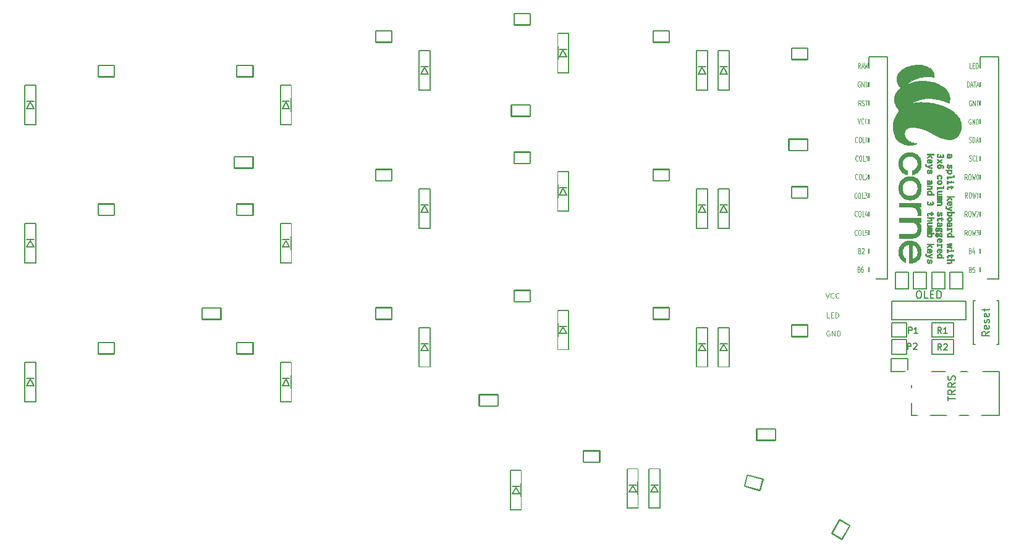
<source format=gbr>
G04 #@! TF.GenerationSoftware,KiCad,Pcbnew,(5.1.4)-1*
G04 #@! TF.CreationDate,2023-05-14T15:43:17-04:00*
G04 #@! TF.ProjectId,corne-classic,636f726e-652d-4636-9c61-737369632e6b,1.1*
G04 #@! TF.SameCoordinates,Original*
G04 #@! TF.FileFunction,Legend,Top*
G04 #@! TF.FilePolarity,Positive*
%FSLAX46Y46*%
G04 Gerber Fmt 4.6, Leading zero omitted, Abs format (unit mm)*
G04 Created by KiCad (PCBNEW (5.1.4)-1) date 2023-05-14 15:43:17*
%MOMM*%
%LPD*%
G04 APERTURE LIST*
%ADD10C,0.125000*%
%ADD11C,0.150000*%
%ADD12C,0.300000*%
%ADD13C,0.010000*%
%ADD14C,1.797000*%
%ADD15O,2.900000X2.100000*%
%ADD16C,1.600000*%
%ADD17R,1.035000X1.543000*%
%ADD18R,0.781000X0.781000*%
%ADD19R,2.400000X1.400000*%
%ADD20C,1.650000*%
%ADD21C,1.650000*%
%ADD22C,4.400000*%
%ADD23C,2.300000*%
%ADD24C,2.600000*%
%ADD25C,2.800000*%
%ADD26C,1.950000*%
%ADD27C,1.950000*%
%ADD28C,2.100000*%
%ADD29C,1.400000*%
%ADD30C,1.924000*%
%ADD31R,2.000000X1.400000*%
%ADD32C,0.100000*%
%ADD33R,1.350000X1.700000*%
%ADD34R,1.797000X1.797000*%
%ADD35R,1.543000X1.035000*%
%ADD36R,1.924000X1.924000*%
%ADD37C,5.400000*%
%ADD38C,2.400000*%
G04 APERTURE END LIST*
D10*
X171450000Y-106316666D02*
X171116666Y-106316666D01*
X171116666Y-105616666D01*
X171683333Y-105950000D02*
X171916666Y-105950000D01*
X172016666Y-106316666D02*
X171683333Y-106316666D01*
X171683333Y-105616666D01*
X172016666Y-105616666D01*
X172316666Y-106316666D02*
X172316666Y-105616666D01*
X172483333Y-105616666D01*
X172583333Y-105650000D01*
X172650000Y-105716666D01*
X172683333Y-105783333D01*
X172716666Y-105916666D01*
X172716666Y-106016666D01*
X172683333Y-106150000D01*
X172650000Y-106216666D01*
X172583333Y-106283333D01*
X172483333Y-106316666D01*
X172316666Y-106316666D01*
X171466666Y-108150000D02*
X171400000Y-108116666D01*
X171300000Y-108116666D01*
X171200000Y-108150000D01*
X171133333Y-108216666D01*
X171100000Y-108283333D01*
X171066666Y-108416666D01*
X171066666Y-108516666D01*
X171100000Y-108650000D01*
X171133333Y-108716666D01*
X171200000Y-108783333D01*
X171300000Y-108816666D01*
X171366666Y-108816666D01*
X171466666Y-108783333D01*
X171500000Y-108750000D01*
X171500000Y-108516666D01*
X171366666Y-108516666D01*
X171800000Y-108816666D02*
X171800000Y-108116666D01*
X172200000Y-108816666D01*
X172200000Y-108116666D01*
X172533333Y-108816666D02*
X172533333Y-108116666D01*
X172700000Y-108116666D01*
X172800000Y-108150000D01*
X172866666Y-108216666D01*
X172900000Y-108283333D01*
X172933333Y-108416666D01*
X172933333Y-108516666D01*
X172900000Y-108650000D01*
X172866666Y-108716666D01*
X172800000Y-108783333D01*
X172700000Y-108816666D01*
X172533333Y-108816666D01*
X170966666Y-102916666D02*
X171200000Y-103616666D01*
X171433333Y-102916666D01*
X172066666Y-103550000D02*
X172033333Y-103583333D01*
X171933333Y-103616666D01*
X171866666Y-103616666D01*
X171766666Y-103583333D01*
X171700000Y-103516666D01*
X171666666Y-103450000D01*
X171633333Y-103316666D01*
X171633333Y-103216666D01*
X171666666Y-103083333D01*
X171700000Y-103016666D01*
X171766666Y-102950000D01*
X171866666Y-102916666D01*
X171933333Y-102916666D01*
X172033333Y-102950000D01*
X172066666Y-102983333D01*
X172766666Y-103550000D02*
X172733333Y-103583333D01*
X172633333Y-103616666D01*
X172566666Y-103616666D01*
X172466666Y-103583333D01*
X172400000Y-103516666D01*
X172366666Y-103450000D01*
X172333333Y-103316666D01*
X172333333Y-103216666D01*
X172366666Y-103083333D01*
X172400000Y-103016666D01*
X172466666Y-102950000D01*
X172566666Y-102916666D01*
X172633333Y-102916666D01*
X172733333Y-102950000D01*
X172766666Y-102983333D01*
D11*
X180030000Y-106570000D02*
X180030000Y-104030000D01*
X190190000Y-104030000D02*
X190190000Y-106570000D01*
X180030000Y-104030000D02*
X190190000Y-104030000D01*
X180030000Y-106570000D02*
X190190000Y-106570000D01*
X182700000Y-113700000D02*
X194700000Y-113700000D01*
X182700000Y-119700000D02*
X182700000Y-113700000D01*
X194700000Y-119700000D02*
X182700000Y-119700000D01*
X194700000Y-113700000D02*
X194700000Y-119700000D01*
X179957000Y-111911000D02*
X182243000Y-111911000D01*
X182243000Y-111911000D02*
X182243000Y-113689000D01*
X182243000Y-113689000D02*
X179957000Y-113689000D01*
X179957000Y-113689000D02*
X179957000Y-111911000D01*
D12*
X161570000Y-121650000D02*
X164020000Y-121650000D01*
X164020000Y-121650000D02*
X164020000Y-123100000D01*
X164020000Y-123100000D02*
X161600000Y-123100000D01*
X161570000Y-123100000D02*
X161570000Y-121650000D01*
X168430000Y-83350000D02*
X165980000Y-83350000D01*
X165980000Y-83350000D02*
X165980000Y-81900000D01*
X165980000Y-81900000D02*
X168400000Y-81900000D01*
X168430000Y-81900000D02*
X168430000Y-83350000D01*
X130430000Y-78650000D02*
X127980000Y-78650000D01*
X127980000Y-78650000D02*
X127980000Y-77200000D01*
X127980000Y-77200000D02*
X130400000Y-77200000D01*
X130430000Y-77200000D02*
X130430000Y-78650000D01*
X92430000Y-85750000D02*
X89980000Y-85750000D01*
X89980000Y-85750000D02*
X89980000Y-84300000D01*
X89980000Y-84300000D02*
X92400000Y-84300000D01*
X92430000Y-84300000D02*
X92430000Y-85750000D01*
X85570000Y-105050000D02*
X88020000Y-105050000D01*
X88020000Y-105050000D02*
X88020000Y-106500000D01*
X88020000Y-106500000D02*
X85600000Y-106500000D01*
X85570000Y-106500000D02*
X85570000Y-105050000D01*
X123570000Y-116950000D02*
X126020000Y-116950000D01*
X126020000Y-116950000D02*
X126020000Y-118400000D01*
X126020000Y-118400000D02*
X123600000Y-118400000D01*
X123570000Y-118400000D02*
X123570000Y-116950000D01*
D11*
X176916400Y-70502000D02*
X179456400Y-70502000D01*
X179456400Y-70502000D02*
X179456400Y-100982000D01*
X179456400Y-100982000D02*
X176916400Y-100982000D01*
X176916400Y-100982000D02*
X176916400Y-70502000D01*
X192136400Y-70502000D02*
X194676400Y-70502000D01*
X194676400Y-70502000D02*
X194676400Y-100982000D01*
X194676400Y-100982000D02*
X192136400Y-100982000D01*
X192136400Y-100982000D02*
X192136400Y-70502000D01*
D12*
X71380000Y-71775000D02*
X73430000Y-71775000D01*
X71380000Y-73225000D02*
X71380000Y-71775000D01*
X73430000Y-73225000D02*
X71380000Y-73225000D01*
X73430000Y-71775000D02*
X73430000Y-73225000D01*
X90380000Y-71775000D02*
X92430000Y-71775000D01*
X90380000Y-73225000D02*
X90380000Y-71775000D01*
X92430000Y-73225000D02*
X90380000Y-73225000D01*
X92430000Y-71775000D02*
X92430000Y-73225000D01*
X109380000Y-67025000D02*
X111430000Y-67025000D01*
X109380000Y-68475000D02*
X109380000Y-67025000D01*
X111430000Y-68475000D02*
X109380000Y-68475000D01*
X111430000Y-67025000D02*
X111430000Y-68475000D01*
X128380000Y-64650000D02*
X130430000Y-64650000D01*
X128380000Y-66100000D02*
X128380000Y-64650000D01*
X130430000Y-66100000D02*
X128380000Y-66100000D01*
X130430000Y-64650000D02*
X130430000Y-66100000D01*
X147380000Y-67025000D02*
X149430000Y-67025000D01*
X147380000Y-68475000D02*
X147380000Y-67025000D01*
X149430000Y-68475000D02*
X147380000Y-68475000D01*
X149430000Y-67025000D02*
X149430000Y-68475000D01*
X166380000Y-69400000D02*
X168430000Y-69400000D01*
X166380000Y-70850000D02*
X166380000Y-69400000D01*
X168430000Y-70850000D02*
X166380000Y-70850000D01*
X168430000Y-69400000D02*
X168430000Y-70850000D01*
X71380000Y-90775000D02*
X73430000Y-90775000D01*
X71380000Y-92225000D02*
X71380000Y-90775000D01*
X73430000Y-92225000D02*
X71380000Y-92225000D01*
X73430000Y-90775000D02*
X73430000Y-92225000D01*
X90380000Y-90775000D02*
X92430000Y-90775000D01*
X90380000Y-92225000D02*
X90380000Y-90775000D01*
X92430000Y-92225000D02*
X90380000Y-92225000D01*
X92430000Y-90775000D02*
X92430000Y-92225000D01*
X109380000Y-86025000D02*
X111430000Y-86025000D01*
X109380000Y-87475000D02*
X109380000Y-86025000D01*
X111430000Y-87475000D02*
X109380000Y-87475000D01*
X111430000Y-86025000D02*
X111430000Y-87475000D01*
X128380000Y-83650000D02*
X130430000Y-83650000D01*
X128380000Y-85100000D02*
X128380000Y-83650000D01*
X130430000Y-85100000D02*
X128380000Y-85100000D01*
X130430000Y-83650000D02*
X130430000Y-85100000D01*
X147380000Y-86025000D02*
X149430000Y-86025000D01*
X147380000Y-87475000D02*
X147380000Y-86025000D01*
X149430000Y-87475000D02*
X147380000Y-87475000D01*
X149430000Y-86025000D02*
X149430000Y-87475000D01*
X166380000Y-88400000D02*
X168430000Y-88400000D01*
X166380000Y-89850000D02*
X166380000Y-88400000D01*
X168430000Y-89850000D02*
X166380000Y-89850000D01*
X168430000Y-88400000D02*
X168430000Y-89850000D01*
X71380000Y-109775000D02*
X73430000Y-109775000D01*
X71380000Y-111225000D02*
X71380000Y-109775000D01*
X73430000Y-111225000D02*
X71380000Y-111225000D01*
X73430000Y-109775000D02*
X73430000Y-111225000D01*
X90380000Y-109775000D02*
X92430000Y-109775000D01*
X90380000Y-111225000D02*
X90380000Y-109775000D01*
X92430000Y-111225000D02*
X90380000Y-111225000D01*
X92430000Y-109775000D02*
X92430000Y-111225000D01*
X109380000Y-105025000D02*
X111430000Y-105025000D01*
X109380000Y-106475000D02*
X109380000Y-105025000D01*
X111430000Y-106475000D02*
X109380000Y-106475000D01*
X111430000Y-105025000D02*
X111430000Y-106475000D01*
X128380000Y-102650000D02*
X130430000Y-102650000D01*
X128380000Y-104100000D02*
X128380000Y-102650000D01*
X130430000Y-104100000D02*
X128380000Y-104100000D01*
X130430000Y-102650000D02*
X130430000Y-104100000D01*
X147380000Y-105025000D02*
X149430000Y-105025000D01*
X147380000Y-106475000D02*
X147380000Y-105025000D01*
X149430000Y-106475000D02*
X147380000Y-106475000D01*
X149430000Y-105025000D02*
X149430000Y-106475000D01*
X166380000Y-107400000D02*
X168430000Y-107400000D01*
X166380000Y-108850000D02*
X166380000Y-107400000D01*
X168430000Y-108850000D02*
X166380000Y-108850000D01*
X168430000Y-107400000D02*
X168430000Y-108850000D01*
X137880000Y-124650000D02*
X139930000Y-124650000D01*
X137880000Y-126100000D02*
X137880000Y-124650000D01*
X139930000Y-126100000D02*
X137880000Y-126100000D01*
X139930000Y-124650000D02*
X139930000Y-126100000D01*
X160294155Y-128002059D02*
X162274303Y-128532638D01*
X159918867Y-129402652D02*
X160294155Y-128002059D01*
X161899015Y-129933231D02*
X159918867Y-129402652D01*
X162274303Y-128532638D02*
X161899015Y-129933231D01*
X174180096Y-134870115D02*
X173155096Y-136645467D01*
X172924359Y-134145115D02*
X174180096Y-134870115D01*
X171899359Y-135920467D02*
X172924359Y-134145115D01*
X173155096Y-136645467D02*
X171899359Y-135920467D01*
D11*
X61250000Y-79825000D02*
X62750000Y-79825000D01*
X61250000Y-74425000D02*
X61250000Y-79825000D01*
X62750000Y-74425000D02*
X61250000Y-74425000D01*
X62750000Y-79825000D02*
X62750000Y-74425000D01*
X62500000Y-76625000D02*
X61500000Y-76625000D01*
X61500000Y-77625000D02*
X62000000Y-76725000D01*
X62500000Y-77625000D02*
X61500000Y-77625000D01*
X62000000Y-76725000D02*
X62500000Y-77625000D01*
X96250000Y-79825000D02*
X97750000Y-79825000D01*
X96250000Y-74425000D02*
X96250000Y-79825000D01*
X97750000Y-74425000D02*
X96250000Y-74425000D01*
X97750000Y-79825000D02*
X97750000Y-74425000D01*
X97500000Y-76625000D02*
X96500000Y-76625000D01*
X96500000Y-77625000D02*
X97000000Y-76725000D01*
X97500000Y-77625000D02*
X96500000Y-77625000D01*
X97000000Y-76725000D02*
X97500000Y-77625000D01*
X115250000Y-75075000D02*
X116750000Y-75075000D01*
X115250000Y-69675000D02*
X115250000Y-75075000D01*
X116750000Y-69675000D02*
X115250000Y-69675000D01*
X116750000Y-75075000D02*
X116750000Y-69675000D01*
X116500000Y-71875000D02*
X115500000Y-71875000D01*
X115500000Y-72875000D02*
X116000000Y-71975000D01*
X116500000Y-72875000D02*
X115500000Y-72875000D01*
X116000000Y-71975000D02*
X116500000Y-72875000D01*
X134250000Y-72700000D02*
X135750000Y-72700000D01*
X134250000Y-67300000D02*
X134250000Y-72700000D01*
X135750000Y-67300000D02*
X134250000Y-67300000D01*
X135750000Y-72700000D02*
X135750000Y-67300000D01*
X135500000Y-69500000D02*
X134500000Y-69500000D01*
X134500000Y-70500000D02*
X135000000Y-69600000D01*
X135500000Y-70500000D02*
X134500000Y-70500000D01*
X135000000Y-69600000D02*
X135500000Y-70500000D01*
X153250000Y-75075000D02*
X154750000Y-75075000D01*
X153250000Y-69675000D02*
X153250000Y-75075000D01*
X154750000Y-69675000D02*
X153250000Y-69675000D01*
X154750000Y-75075000D02*
X154750000Y-69675000D01*
X154500000Y-71875000D02*
X153500000Y-71875000D01*
X153500000Y-72875000D02*
X154000000Y-71975000D01*
X154500000Y-72875000D02*
X153500000Y-72875000D01*
X154000000Y-71975000D02*
X154500000Y-72875000D01*
X156250000Y-75075000D02*
X157750000Y-75075000D01*
X156250000Y-69675000D02*
X156250000Y-75075000D01*
X157750000Y-69675000D02*
X156250000Y-69675000D01*
X157750000Y-75075000D02*
X157750000Y-69675000D01*
X157500000Y-71875000D02*
X156500000Y-71875000D01*
X156500000Y-72875000D02*
X157000000Y-71975000D01*
X157500000Y-72875000D02*
X156500000Y-72875000D01*
X157000000Y-71975000D02*
X157500000Y-72875000D01*
X61250000Y-98825000D02*
X62750000Y-98825000D01*
X61250000Y-93425000D02*
X61250000Y-98825000D01*
X62750000Y-93425000D02*
X61250000Y-93425000D01*
X62750000Y-98825000D02*
X62750000Y-93425000D01*
X62500000Y-95625000D02*
X61500000Y-95625000D01*
X61500000Y-96625000D02*
X62000000Y-95725000D01*
X62500000Y-96625000D02*
X61500000Y-96625000D01*
X62000000Y-95725000D02*
X62500000Y-96625000D01*
X96250000Y-98825000D02*
X97750000Y-98825000D01*
X96250000Y-93425000D02*
X96250000Y-98825000D01*
X97750000Y-93425000D02*
X96250000Y-93425000D01*
X97750000Y-98825000D02*
X97750000Y-93425000D01*
X97500000Y-95625000D02*
X96500000Y-95625000D01*
X96500000Y-96625000D02*
X97000000Y-95725000D01*
X97500000Y-96625000D02*
X96500000Y-96625000D01*
X97000000Y-95725000D02*
X97500000Y-96625000D01*
X115250000Y-94075000D02*
X116750000Y-94075000D01*
X115250000Y-88675000D02*
X115250000Y-94075000D01*
X116750000Y-88675000D02*
X115250000Y-88675000D01*
X116750000Y-94075000D02*
X116750000Y-88675000D01*
X116500000Y-90875000D02*
X115500000Y-90875000D01*
X115500000Y-91875000D02*
X116000000Y-90975000D01*
X116500000Y-91875000D02*
X115500000Y-91875000D01*
X116000000Y-90975000D02*
X116500000Y-91875000D01*
X134250000Y-91700000D02*
X135750000Y-91700000D01*
X134250000Y-86300000D02*
X134250000Y-91700000D01*
X135750000Y-86300000D02*
X134250000Y-86300000D01*
X135750000Y-91700000D02*
X135750000Y-86300000D01*
X135500000Y-88500000D02*
X134500000Y-88500000D01*
X134500000Y-89500000D02*
X135000000Y-88600000D01*
X135500000Y-89500000D02*
X134500000Y-89500000D01*
X135000000Y-88600000D02*
X135500000Y-89500000D01*
X153250000Y-94075000D02*
X154750000Y-94075000D01*
X153250000Y-88675000D02*
X153250000Y-94075000D01*
X154750000Y-88675000D02*
X153250000Y-88675000D01*
X154750000Y-94075000D02*
X154750000Y-88675000D01*
X154500000Y-90875000D02*
X153500000Y-90875000D01*
X153500000Y-91875000D02*
X154000000Y-90975000D01*
X154500000Y-91875000D02*
X153500000Y-91875000D01*
X154000000Y-90975000D02*
X154500000Y-91875000D01*
X156250000Y-94075000D02*
X157750000Y-94075000D01*
X156250000Y-88675000D02*
X156250000Y-94075000D01*
X157750000Y-88675000D02*
X156250000Y-88675000D01*
X157750000Y-94075000D02*
X157750000Y-88675000D01*
X157500000Y-90875000D02*
X156500000Y-90875000D01*
X156500000Y-91875000D02*
X157000000Y-90975000D01*
X157500000Y-91875000D02*
X156500000Y-91875000D01*
X157000000Y-90975000D02*
X157500000Y-91875000D01*
X61250000Y-117825000D02*
X62750000Y-117825000D01*
X61250000Y-112425000D02*
X61250000Y-117825000D01*
X62750000Y-112425000D02*
X61250000Y-112425000D01*
X62750000Y-117825000D02*
X62750000Y-112425000D01*
X62500000Y-114625000D02*
X61500000Y-114625000D01*
X61500000Y-115625000D02*
X62000000Y-114725000D01*
X62500000Y-115625000D02*
X61500000Y-115625000D01*
X62000000Y-114725000D02*
X62500000Y-115625000D01*
X96250000Y-117825000D02*
X97750000Y-117825000D01*
X96250000Y-112425000D02*
X96250000Y-117825000D01*
X97750000Y-112425000D02*
X96250000Y-112425000D01*
X97750000Y-117825000D02*
X97750000Y-112425000D01*
X97500000Y-114625000D02*
X96500000Y-114625000D01*
X96500000Y-115625000D02*
X97000000Y-114725000D01*
X97500000Y-115625000D02*
X96500000Y-115625000D01*
X97000000Y-114725000D02*
X97500000Y-115625000D01*
X115250000Y-113075000D02*
X116750000Y-113075000D01*
X115250000Y-107675000D02*
X115250000Y-113075000D01*
X116750000Y-107675000D02*
X115250000Y-107675000D01*
X116750000Y-113075000D02*
X116750000Y-107675000D01*
X116500000Y-109875000D02*
X115500000Y-109875000D01*
X115500000Y-110875000D02*
X116000000Y-109975000D01*
X116500000Y-110875000D02*
X115500000Y-110875000D01*
X116000000Y-109975000D02*
X116500000Y-110875000D01*
X134250000Y-110700000D02*
X135750000Y-110700000D01*
X134250000Y-105300000D02*
X134250000Y-110700000D01*
X135750000Y-105300000D02*
X134250000Y-105300000D01*
X135750000Y-110700000D02*
X135750000Y-105300000D01*
X135500000Y-107500000D02*
X134500000Y-107500000D01*
X134500000Y-108500000D02*
X135000000Y-107600000D01*
X135500000Y-108500000D02*
X134500000Y-108500000D01*
X135000000Y-107600000D02*
X135500000Y-108500000D01*
X156250000Y-113075000D02*
X157750000Y-113075000D01*
X156250000Y-107675000D02*
X156250000Y-113075000D01*
X157750000Y-107675000D02*
X156250000Y-107675000D01*
X157750000Y-113075000D02*
X157750000Y-107675000D01*
X157500000Y-109875000D02*
X156500000Y-109875000D01*
X156500000Y-110875000D02*
X157000000Y-109975000D01*
X157500000Y-110875000D02*
X156500000Y-110875000D01*
X157000000Y-109975000D02*
X157500000Y-110875000D01*
X127750000Y-132700000D02*
X129250000Y-132700000D01*
X127750000Y-127300000D02*
X127750000Y-132700000D01*
X129250000Y-127300000D02*
X127750000Y-127300000D01*
X129250000Y-132700000D02*
X129250000Y-127300000D01*
X129000000Y-129500000D02*
X128000000Y-129500000D01*
X128000000Y-130500000D02*
X128500000Y-129600000D01*
X129000000Y-130500000D02*
X128000000Y-130500000D01*
X128500000Y-129600000D02*
X129000000Y-130500000D01*
X143750000Y-132450000D02*
X145250000Y-132450000D01*
X143750000Y-127050000D02*
X143750000Y-132450000D01*
X145250000Y-127050000D02*
X143750000Y-127050000D01*
X145250000Y-132450000D02*
X145250000Y-127050000D01*
X145000000Y-129250000D02*
X144000000Y-129250000D01*
X144000000Y-130250000D02*
X144500000Y-129350000D01*
X145000000Y-130250000D02*
X144000000Y-130250000D01*
X144500000Y-129350000D02*
X145000000Y-130250000D01*
X146750000Y-132450000D02*
X148250000Y-132450000D01*
X146750000Y-127050000D02*
X146750000Y-132450000D01*
X148250000Y-127050000D02*
X146750000Y-127050000D01*
X148250000Y-132450000D02*
X148250000Y-127050000D01*
X148000000Y-129250000D02*
X147000000Y-129250000D01*
X147000000Y-130250000D02*
X147500000Y-129350000D01*
X148000000Y-130250000D02*
X147000000Y-130250000D01*
X147500000Y-129350000D02*
X148000000Y-130250000D01*
X153250000Y-113075000D02*
X154750000Y-113075000D01*
X153250000Y-107675000D02*
X153250000Y-113075000D01*
X154750000Y-107675000D02*
X153250000Y-107675000D01*
X154750000Y-113075000D02*
X154750000Y-107675000D01*
X154500000Y-109875000D02*
X153500000Y-109875000D01*
X153500000Y-110875000D02*
X154000000Y-109975000D01*
X154500000Y-110875000D02*
X153500000Y-110875000D01*
X154000000Y-109975000D02*
X154500000Y-110875000D01*
X188501140Y-109000760D02*
X188501140Y-106999240D01*
X188501140Y-106999240D02*
X185498860Y-106999240D01*
X185498860Y-106999240D02*
X185498860Y-109000760D01*
X185498860Y-109000760D02*
X188501140Y-109000760D01*
X188501140Y-111300760D02*
X188501140Y-109299240D01*
X188501140Y-109299240D02*
X185498860Y-109299240D01*
X185498860Y-109299240D02*
X185498860Y-111300760D01*
X185498860Y-111300760D02*
X188501140Y-111300760D01*
X189764000Y-100107000D02*
X189764000Y-102393000D01*
X189764000Y-102393000D02*
X187986000Y-102393000D01*
X187986000Y-102393000D02*
X187986000Y-100107000D01*
X187986000Y-100107000D02*
X189764000Y-100107000D01*
X187264000Y-100107000D02*
X187264000Y-102393000D01*
X187264000Y-102393000D02*
X185486000Y-102393000D01*
X185486000Y-102393000D02*
X185486000Y-100107000D01*
X185486000Y-100107000D02*
X187264000Y-100107000D01*
X184764000Y-100107000D02*
X184764000Y-102393000D01*
X184764000Y-102393000D02*
X182986000Y-102393000D01*
X182986000Y-102393000D02*
X182986000Y-100107000D01*
X182986000Y-100107000D02*
X184764000Y-100107000D01*
X182264000Y-100107000D02*
X182264000Y-102393000D01*
X182264000Y-102393000D02*
X180486000Y-102393000D01*
X180486000Y-102393000D02*
X180486000Y-100107000D01*
X180486000Y-100107000D02*
X182264000Y-100107000D01*
X180000000Y-107000000D02*
X180000000Y-109000000D01*
X180000000Y-109000000D02*
X182000000Y-109000000D01*
X182000000Y-109000000D02*
X182000000Y-107000000D01*
X182000000Y-107000000D02*
X180000000Y-107000000D01*
X180000000Y-109300000D02*
X180000000Y-111300000D01*
X180000000Y-111300000D02*
X182000000Y-111300000D01*
X182000000Y-111300000D02*
X182000000Y-109300000D01*
X182000000Y-109300000D02*
X180000000Y-109300000D01*
X194650000Y-110000000D02*
X194650000Y-104000000D01*
X194650000Y-104000000D02*
X194400000Y-104000000D01*
X194650000Y-110000000D02*
X194400000Y-110000000D01*
X191150000Y-110000000D02*
X191400000Y-110000000D01*
X191150000Y-110000000D02*
X191150000Y-104000000D01*
X191150000Y-104000000D02*
X191400000Y-104000000D01*
D13*
G36*
X188512269Y-97154685D02*
G01*
X188502580Y-97180769D01*
X188485872Y-97202997D01*
X188463639Y-97219425D01*
X188437374Y-97228111D01*
X188408570Y-97227109D01*
X188378721Y-97214477D01*
X188376508Y-97213024D01*
X188352593Y-97191537D01*
X188339679Y-97165227D01*
X188336021Y-97133476D01*
X188337473Y-97113820D01*
X188343766Y-97098533D01*
X188357561Y-97081938D01*
X188362571Y-97076841D01*
X188379814Y-97061030D01*
X188394371Y-97053097D01*
X188412377Y-97050400D01*
X188424456Y-97050190D01*
X188448068Y-97051617D01*
X188465018Y-97057638D01*
X188482229Y-97070862D01*
X188484291Y-97072736D01*
X188504618Y-97098725D01*
X188513446Y-97126689D01*
X188512269Y-97154685D01*
X188512269Y-97154685D01*
G37*
X188512269Y-97154685D02*
X188502580Y-97180769D01*
X188485872Y-97202997D01*
X188463639Y-97219425D01*
X188437374Y-97228111D01*
X188408570Y-97227109D01*
X188378721Y-97214477D01*
X188376508Y-97213024D01*
X188352593Y-97191537D01*
X188339679Y-97165227D01*
X188336021Y-97133476D01*
X188337473Y-97113820D01*
X188343766Y-97098533D01*
X188357561Y-97081938D01*
X188362571Y-97076841D01*
X188379814Y-97061030D01*
X188394371Y-97053097D01*
X188412377Y-97050400D01*
X188424456Y-97050190D01*
X188448068Y-97051617D01*
X188465018Y-97057638D01*
X188482229Y-97070862D01*
X188484291Y-97072736D01*
X188504618Y-97098725D01*
X188513446Y-97126689D01*
X188512269Y-97154685D01*
G36*
X188512269Y-87749820D02*
G01*
X188502580Y-87775904D01*
X188485872Y-87798132D01*
X188463639Y-87814560D01*
X188437374Y-87823246D01*
X188408570Y-87822244D01*
X188378721Y-87809612D01*
X188376508Y-87808159D01*
X188352593Y-87786672D01*
X188339679Y-87760362D01*
X188336021Y-87728612D01*
X188337473Y-87708955D01*
X188343766Y-87693668D01*
X188357561Y-87677073D01*
X188362571Y-87671976D01*
X188379814Y-87656165D01*
X188394371Y-87648233D01*
X188412377Y-87645536D01*
X188424456Y-87645325D01*
X188448068Y-87646752D01*
X188465018Y-87652773D01*
X188482229Y-87665997D01*
X188484291Y-87667871D01*
X188504618Y-87693860D01*
X188513446Y-87721824D01*
X188512269Y-87749820D01*
X188512269Y-87749820D01*
G37*
X188512269Y-87749820D02*
X188502580Y-87775904D01*
X188485872Y-87798132D01*
X188463639Y-87814560D01*
X188437374Y-87823246D01*
X188408570Y-87822244D01*
X188378721Y-87809612D01*
X188376508Y-87808159D01*
X188352593Y-87786672D01*
X188339679Y-87760362D01*
X188336021Y-87728612D01*
X188337473Y-87708955D01*
X188343766Y-87693668D01*
X188357561Y-87677073D01*
X188362571Y-87671976D01*
X188379814Y-87656165D01*
X188394371Y-87648233D01*
X188412377Y-87645536D01*
X188424456Y-87645325D01*
X188448068Y-87646752D01*
X188465018Y-87652773D01*
X188482229Y-87665997D01*
X188484291Y-87667871D01*
X188504618Y-87693860D01*
X188513446Y-87721824D01*
X188512269Y-87749820D01*
G36*
X188527307Y-98432792D02*
G01*
X188523751Y-98454136D01*
X188515865Y-98465604D01*
X188502047Y-98469099D01*
X188480692Y-98466526D01*
X188473139Y-98464976D01*
X188455177Y-98462606D01*
X188426359Y-98460544D01*
X188389556Y-98458919D01*
X188347640Y-98457857D01*
X188304467Y-98457487D01*
X188170718Y-98457487D01*
X188197601Y-98493527D01*
X188220478Y-98525831D01*
X188235693Y-98552593D01*
X188244962Y-98578301D01*
X188249998Y-98607443D01*
X188252135Y-98636332D01*
X188253087Y-98668124D01*
X188251698Y-98691301D01*
X188247307Y-98710875D01*
X188239629Y-98730983D01*
X188216062Y-98769498D01*
X188181616Y-98803256D01*
X188138945Y-98829837D01*
X188124118Y-98836379D01*
X188113396Y-98840470D01*
X188102732Y-98843791D01*
X188090581Y-98846440D01*
X188075398Y-98848513D01*
X188055638Y-98850107D01*
X188029758Y-98851320D01*
X187996212Y-98852247D01*
X187953456Y-98852987D01*
X187899945Y-98853635D01*
X187839484Y-98854238D01*
X187769634Y-98854777D01*
X187712537Y-98854916D01*
X187667224Y-98854633D01*
X187632725Y-98853907D01*
X187608069Y-98852715D01*
X187592285Y-98851035D01*
X187584403Y-98848845D01*
X187583768Y-98848412D01*
X187578408Y-98837160D01*
X187575008Y-98816862D01*
X187573617Y-98791962D01*
X187574283Y-98766906D01*
X187577057Y-98746138D01*
X187581986Y-98734102D01*
X187582500Y-98733629D01*
X187591802Y-98731551D01*
X187613841Y-98729589D01*
X187647626Y-98727786D01*
X187692164Y-98726184D01*
X187746463Y-98724826D01*
X187809532Y-98723755D01*
X187814190Y-98723693D01*
X187881414Y-98722696D01*
X187936389Y-98721490D01*
X187980595Y-98719839D01*
X188015511Y-98717506D01*
X188042617Y-98714255D01*
X188063394Y-98709847D01*
X188079321Y-98704046D01*
X188091879Y-98696615D01*
X188102547Y-98687318D01*
X188112806Y-98675917D01*
X188112837Y-98675880D01*
X188127021Y-98649095D01*
X188130280Y-98617719D01*
X188123580Y-98584022D01*
X188107886Y-98550277D01*
X188084165Y-98518756D01*
X188053381Y-98491729D01*
X188028157Y-98476707D01*
X188018430Y-98472166D01*
X188008635Y-98468564D01*
X187997069Y-98465771D01*
X187982030Y-98463653D01*
X187961814Y-98462080D01*
X187934720Y-98460920D01*
X187899045Y-98460042D01*
X187853087Y-98459314D01*
X187795142Y-98458605D01*
X187793595Y-98458587D01*
X187731996Y-98457640D01*
X187679695Y-98456343D01*
X187637632Y-98454740D01*
X187606746Y-98452871D01*
X187587977Y-98450780D01*
X187582500Y-98449166D01*
X187577815Y-98438484D01*
X187574933Y-98418616D01*
X187573868Y-98393987D01*
X187574634Y-98369023D01*
X187577243Y-98348149D01*
X187581710Y-98335790D01*
X187582157Y-98335292D01*
X187587251Y-98333568D01*
X187599333Y-98332078D01*
X187619139Y-98330811D01*
X187647407Y-98329751D01*
X187684874Y-98328888D01*
X187732276Y-98328208D01*
X187790352Y-98327697D01*
X187859836Y-98327344D01*
X187941468Y-98327134D01*
X188035983Y-98327056D01*
X188051027Y-98327054D01*
X188147501Y-98327115D01*
X188230983Y-98327304D01*
X188302210Y-98327636D01*
X188361918Y-98328122D01*
X188410845Y-98328777D01*
X188449728Y-98329612D01*
X188479304Y-98330642D01*
X188500309Y-98331878D01*
X188513482Y-98333334D01*
X188519558Y-98335023D01*
X188519898Y-98335292D01*
X188524354Y-98346894D01*
X188527199Y-98369803D01*
X188528136Y-98399668D01*
X188527307Y-98432792D01*
X188527307Y-98432792D01*
G37*
X188527307Y-98432792D02*
X188523751Y-98454136D01*
X188515865Y-98465604D01*
X188502047Y-98469099D01*
X188480692Y-98466526D01*
X188473139Y-98464976D01*
X188455177Y-98462606D01*
X188426359Y-98460544D01*
X188389556Y-98458919D01*
X188347640Y-98457857D01*
X188304467Y-98457487D01*
X188170718Y-98457487D01*
X188197601Y-98493527D01*
X188220478Y-98525831D01*
X188235693Y-98552593D01*
X188244962Y-98578301D01*
X188249998Y-98607443D01*
X188252135Y-98636332D01*
X188253087Y-98668124D01*
X188251698Y-98691301D01*
X188247307Y-98710875D01*
X188239629Y-98730983D01*
X188216062Y-98769498D01*
X188181616Y-98803256D01*
X188138945Y-98829837D01*
X188124118Y-98836379D01*
X188113396Y-98840470D01*
X188102732Y-98843791D01*
X188090581Y-98846440D01*
X188075398Y-98848513D01*
X188055638Y-98850107D01*
X188029758Y-98851320D01*
X187996212Y-98852247D01*
X187953456Y-98852987D01*
X187899945Y-98853635D01*
X187839484Y-98854238D01*
X187769634Y-98854777D01*
X187712537Y-98854916D01*
X187667224Y-98854633D01*
X187632725Y-98853907D01*
X187608069Y-98852715D01*
X187592285Y-98851035D01*
X187584403Y-98848845D01*
X187583768Y-98848412D01*
X187578408Y-98837160D01*
X187575008Y-98816862D01*
X187573617Y-98791962D01*
X187574283Y-98766906D01*
X187577057Y-98746138D01*
X187581986Y-98734102D01*
X187582500Y-98733629D01*
X187591802Y-98731551D01*
X187613841Y-98729589D01*
X187647626Y-98727786D01*
X187692164Y-98726184D01*
X187746463Y-98724826D01*
X187809532Y-98723755D01*
X187814190Y-98723693D01*
X187881414Y-98722696D01*
X187936389Y-98721490D01*
X187980595Y-98719839D01*
X188015511Y-98717506D01*
X188042617Y-98714255D01*
X188063394Y-98709847D01*
X188079321Y-98704046D01*
X188091879Y-98696615D01*
X188102547Y-98687318D01*
X188112806Y-98675917D01*
X188112837Y-98675880D01*
X188127021Y-98649095D01*
X188130280Y-98617719D01*
X188123580Y-98584022D01*
X188107886Y-98550277D01*
X188084165Y-98518756D01*
X188053381Y-98491729D01*
X188028157Y-98476707D01*
X188018430Y-98472166D01*
X188008635Y-98468564D01*
X187997069Y-98465771D01*
X187982030Y-98463653D01*
X187961814Y-98462080D01*
X187934720Y-98460920D01*
X187899045Y-98460042D01*
X187853087Y-98459314D01*
X187795142Y-98458605D01*
X187793595Y-98458587D01*
X187731996Y-98457640D01*
X187679695Y-98456343D01*
X187637632Y-98454740D01*
X187606746Y-98452871D01*
X187587977Y-98450780D01*
X187582500Y-98449166D01*
X187577815Y-98438484D01*
X187574933Y-98418616D01*
X187573868Y-98393987D01*
X187574634Y-98369023D01*
X187577243Y-98348149D01*
X187581710Y-98335790D01*
X187582157Y-98335292D01*
X187587251Y-98333568D01*
X187599333Y-98332078D01*
X187619139Y-98330811D01*
X187647407Y-98329751D01*
X187684874Y-98328888D01*
X187732276Y-98328208D01*
X187790352Y-98327697D01*
X187859836Y-98327344D01*
X187941468Y-98327134D01*
X188035983Y-98327056D01*
X188051027Y-98327054D01*
X188147501Y-98327115D01*
X188230983Y-98327304D01*
X188302210Y-98327636D01*
X188361918Y-98328122D01*
X188410845Y-98328777D01*
X188449728Y-98329612D01*
X188479304Y-98330642D01*
X188500309Y-98331878D01*
X188513482Y-98333334D01*
X188519558Y-98335023D01*
X188519898Y-98335292D01*
X188524354Y-98346894D01*
X188527199Y-98369803D01*
X188528136Y-98399668D01*
X188527307Y-98432792D01*
G36*
X188239485Y-97118967D02*
G01*
X188238470Y-97157818D01*
X188236710Y-97184857D01*
X188234148Y-97201034D01*
X188231573Y-97206708D01*
X188225499Y-97208958D01*
X188211590Y-97210803D01*
X188188934Y-97212271D01*
X188156621Y-97213390D01*
X188113740Y-97214186D01*
X188059378Y-97214687D01*
X187992625Y-97214921D01*
X187956979Y-97214946D01*
X187690622Y-97214946D01*
X187690622Y-97278790D01*
X187689677Y-97313851D01*
X187686954Y-97338286D01*
X187682623Y-97350615D01*
X187682384Y-97350871D01*
X187671297Y-97355359D01*
X187651082Y-97358329D01*
X187632271Y-97359108D01*
X187608159Y-97357810D01*
X187589667Y-97354418D01*
X187582157Y-97350871D01*
X187579588Y-97344112D01*
X187577550Y-97328879D01*
X187576004Y-97304192D01*
X187574912Y-97269070D01*
X187574238Y-97222535D01*
X187573941Y-97163606D01*
X187573919Y-97139124D01*
X187573971Y-97080628D01*
X187574187Y-97034330D01*
X187574655Y-96998698D01*
X187575466Y-96972201D01*
X187576709Y-96953306D01*
X187578473Y-96940481D01*
X187580848Y-96932196D01*
X187583924Y-96926918D01*
X187586473Y-96924253D01*
X187600905Y-96917430D01*
X187622628Y-96913558D01*
X187646659Y-96912760D01*
X187668014Y-96915161D01*
X187681710Y-96920883D01*
X187682662Y-96921870D01*
X187685949Y-96932179D01*
X187688908Y-96952880D01*
X187691149Y-96980633D01*
X187692084Y-97002532D01*
X187694054Y-97074217D01*
X187908582Y-97076031D01*
X188123109Y-97077845D01*
X188123109Y-97010162D01*
X188123871Y-96973355D01*
X188127147Y-96948099D01*
X188134419Y-96932256D01*
X188147170Y-96923687D01*
X188166883Y-96920252D01*
X188185776Y-96919757D01*
X188208261Y-96921183D01*
X188225550Y-96924844D01*
X188231573Y-96927995D01*
X188234796Y-96936403D01*
X188237173Y-96954935D01*
X188238761Y-96984542D01*
X188239617Y-97026175D01*
X188239811Y-97067352D01*
X188239485Y-97118967D01*
X188239485Y-97118967D01*
G37*
X188239485Y-97118967D02*
X188238470Y-97157818D01*
X188236710Y-97184857D01*
X188234148Y-97201034D01*
X188231573Y-97206708D01*
X188225499Y-97208958D01*
X188211590Y-97210803D01*
X188188934Y-97212271D01*
X188156621Y-97213390D01*
X188113740Y-97214186D01*
X188059378Y-97214687D01*
X187992625Y-97214921D01*
X187956979Y-97214946D01*
X187690622Y-97214946D01*
X187690622Y-97278790D01*
X187689677Y-97313851D01*
X187686954Y-97338286D01*
X187682623Y-97350615D01*
X187682384Y-97350871D01*
X187671297Y-97355359D01*
X187651082Y-97358329D01*
X187632271Y-97359108D01*
X187608159Y-97357810D01*
X187589667Y-97354418D01*
X187582157Y-97350871D01*
X187579588Y-97344112D01*
X187577550Y-97328879D01*
X187576004Y-97304192D01*
X187574912Y-97269070D01*
X187574238Y-97222535D01*
X187573941Y-97163606D01*
X187573919Y-97139124D01*
X187573971Y-97080628D01*
X187574187Y-97034330D01*
X187574655Y-96998698D01*
X187575466Y-96972201D01*
X187576709Y-96953306D01*
X187578473Y-96940481D01*
X187580848Y-96932196D01*
X187583924Y-96926918D01*
X187586473Y-96924253D01*
X187600905Y-96917430D01*
X187622628Y-96913558D01*
X187646659Y-96912760D01*
X187668014Y-96915161D01*
X187681710Y-96920883D01*
X187682662Y-96921870D01*
X187685949Y-96932179D01*
X187688908Y-96952880D01*
X187691149Y-96980633D01*
X187692084Y-97002532D01*
X187694054Y-97074217D01*
X187908582Y-97076031D01*
X188123109Y-97077845D01*
X188123109Y-97010162D01*
X188123871Y-96973355D01*
X188127147Y-96948099D01*
X188134419Y-96932256D01*
X188147170Y-96923687D01*
X188166883Y-96920252D01*
X188185776Y-96919757D01*
X188208261Y-96921183D01*
X188225550Y-96924844D01*
X188231573Y-96927995D01*
X188234796Y-96936403D01*
X188237173Y-96954935D01*
X188238761Y-96984542D01*
X188239617Y-97026175D01*
X188239811Y-97067352D01*
X188239485Y-97118967D01*
G36*
X188238897Y-96714225D02*
G01*
X188235586Y-96735126D01*
X188230300Y-96747423D01*
X188229732Y-96747955D01*
X188223595Y-96750452D01*
X188211994Y-96751334D01*
X188193348Y-96750472D01*
X188166078Y-96747738D01*
X188128604Y-96743005D01*
X188079347Y-96736143D01*
X188072997Y-96735232D01*
X188031671Y-96729069D01*
X187984446Y-96721656D01*
X187933103Y-96713307D01*
X187879427Y-96704338D01*
X187825198Y-96695064D01*
X187772202Y-96685799D01*
X187722219Y-96676858D01*
X187677034Y-96668556D01*
X187638429Y-96661209D01*
X187608186Y-96655130D01*
X187588090Y-96650634D01*
X187580116Y-96648182D01*
X187577352Y-96640039D01*
X187575224Y-96621517D01*
X187574050Y-96595965D01*
X187573919Y-96583436D01*
X187574282Y-96553709D01*
X187575706Y-96534998D01*
X187578696Y-96524598D01*
X187583756Y-96519808D01*
X187585933Y-96519007D01*
X187595803Y-96516200D01*
X187616841Y-96510269D01*
X187646994Y-96501791D01*
X187684210Y-96491343D01*
X187726434Y-96479502D01*
X187748973Y-96473186D01*
X187792728Y-96460829D01*
X187832287Y-96449468D01*
X187865648Y-96439693D01*
X187890810Y-96432095D01*
X187905772Y-96427263D01*
X187908843Y-96426047D01*
X187905022Y-96423026D01*
X187889591Y-96417100D01*
X187864234Y-96408799D01*
X187830633Y-96398657D01*
X187790470Y-96387206D01*
X187757816Y-96378282D01*
X187712514Y-96366107D01*
X187671188Y-96354984D01*
X187635834Y-96345451D01*
X187608442Y-96338045D01*
X187591008Y-96333305D01*
X187585933Y-96331901D01*
X187580089Y-96328388D01*
X187576481Y-96320141D01*
X187574603Y-96304458D01*
X187573952Y-96278635D01*
X187573919Y-96267619D01*
X187573919Y-96206785D01*
X187609960Y-96199388D01*
X187723767Y-96176130D01*
X187824642Y-96155732D01*
X187913061Y-96138106D01*
X187989502Y-96123165D01*
X188054441Y-96110822D01*
X188108357Y-96100989D01*
X188151725Y-96093580D01*
X188185024Y-96088506D01*
X188208730Y-96085680D01*
X188223320Y-96085016D01*
X188228945Y-96086109D01*
X188234862Y-96093037D01*
X188238038Y-96105006D01*
X188238946Y-96125125D01*
X188238397Y-96148160D01*
X188236379Y-96201823D01*
X188027000Y-96244052D01*
X187976012Y-96254526D01*
X187930155Y-96264315D01*
X187890944Y-96273067D01*
X187859891Y-96280429D01*
X187838511Y-96286047D01*
X187828317Y-96289569D01*
X187827919Y-96290447D01*
X187837393Y-96293193D01*
X187858150Y-96298548D01*
X187888105Y-96305996D01*
X187925172Y-96315021D01*
X187967265Y-96325107D01*
X187985811Y-96329505D01*
X188030596Y-96340123D01*
X188072367Y-96350086D01*
X188108745Y-96358822D01*
X188137353Y-96365758D01*
X188155813Y-96370324D01*
X188159455Y-96371261D01*
X188185504Y-96378127D01*
X188181460Y-96468463D01*
X187996153Y-96524028D01*
X187810847Y-96579594D01*
X187941235Y-96598287D01*
X187988589Y-96604730D01*
X188037479Y-96610780D01*
X188083882Y-96615981D01*
X188123776Y-96619876D01*
X188147136Y-96621673D01*
X188178572Y-96624171D01*
X188205278Y-96627305D01*
X188224051Y-96630638D01*
X188231230Y-96633172D01*
X188236399Y-96644195D01*
X188239361Y-96664331D01*
X188240174Y-96689151D01*
X188238897Y-96714225D01*
X188238897Y-96714225D01*
G37*
X188238897Y-96714225D02*
X188235586Y-96735126D01*
X188230300Y-96747423D01*
X188229732Y-96747955D01*
X188223595Y-96750452D01*
X188211994Y-96751334D01*
X188193348Y-96750472D01*
X188166078Y-96747738D01*
X188128604Y-96743005D01*
X188079347Y-96736143D01*
X188072997Y-96735232D01*
X188031671Y-96729069D01*
X187984446Y-96721656D01*
X187933103Y-96713307D01*
X187879427Y-96704338D01*
X187825198Y-96695064D01*
X187772202Y-96685799D01*
X187722219Y-96676858D01*
X187677034Y-96668556D01*
X187638429Y-96661209D01*
X187608186Y-96655130D01*
X187588090Y-96650634D01*
X187580116Y-96648182D01*
X187577352Y-96640039D01*
X187575224Y-96621517D01*
X187574050Y-96595965D01*
X187573919Y-96583436D01*
X187574282Y-96553709D01*
X187575706Y-96534998D01*
X187578696Y-96524598D01*
X187583756Y-96519808D01*
X187585933Y-96519007D01*
X187595803Y-96516200D01*
X187616841Y-96510269D01*
X187646994Y-96501791D01*
X187684210Y-96491343D01*
X187726434Y-96479502D01*
X187748973Y-96473186D01*
X187792728Y-96460829D01*
X187832287Y-96449468D01*
X187865648Y-96439693D01*
X187890810Y-96432095D01*
X187905772Y-96427263D01*
X187908843Y-96426047D01*
X187905022Y-96423026D01*
X187889591Y-96417100D01*
X187864234Y-96408799D01*
X187830633Y-96398657D01*
X187790470Y-96387206D01*
X187757816Y-96378282D01*
X187712514Y-96366107D01*
X187671188Y-96354984D01*
X187635834Y-96345451D01*
X187608442Y-96338045D01*
X187591008Y-96333305D01*
X187585933Y-96331901D01*
X187580089Y-96328388D01*
X187576481Y-96320141D01*
X187574603Y-96304458D01*
X187573952Y-96278635D01*
X187573919Y-96267619D01*
X187573919Y-96206785D01*
X187609960Y-96199388D01*
X187723767Y-96176130D01*
X187824642Y-96155732D01*
X187913061Y-96138106D01*
X187989502Y-96123165D01*
X188054441Y-96110822D01*
X188108357Y-96100989D01*
X188151725Y-96093580D01*
X188185024Y-96088506D01*
X188208730Y-96085680D01*
X188223320Y-96085016D01*
X188228945Y-96086109D01*
X188234862Y-96093037D01*
X188238038Y-96105006D01*
X188238946Y-96125125D01*
X188238397Y-96148160D01*
X188236379Y-96201823D01*
X188027000Y-96244052D01*
X187976012Y-96254526D01*
X187930155Y-96264315D01*
X187890944Y-96273067D01*
X187859891Y-96280429D01*
X187838511Y-96286047D01*
X187828317Y-96289569D01*
X187827919Y-96290447D01*
X187837393Y-96293193D01*
X187858150Y-96298548D01*
X187888105Y-96305996D01*
X187925172Y-96315021D01*
X187967265Y-96325107D01*
X187985811Y-96329505D01*
X188030596Y-96340123D01*
X188072367Y-96350086D01*
X188108745Y-96358822D01*
X188137353Y-96365758D01*
X188155813Y-96370324D01*
X188159455Y-96371261D01*
X188185504Y-96378127D01*
X188181460Y-96468463D01*
X187996153Y-96524028D01*
X187810847Y-96579594D01*
X187941235Y-96598287D01*
X187988589Y-96604730D01*
X188037479Y-96610780D01*
X188083882Y-96615981D01*
X188123776Y-96619876D01*
X188147136Y-96621673D01*
X188178572Y-96624171D01*
X188205278Y-96627305D01*
X188224051Y-96630638D01*
X188231230Y-96633172D01*
X188236399Y-96644195D01*
X188239361Y-96664331D01*
X188240174Y-96689151D01*
X188238897Y-96714225D01*
G36*
X188248057Y-94435488D02*
G01*
X188241425Y-94471779D01*
X188228624Y-94503110D01*
X188208225Y-94533664D01*
X188195674Y-94548867D01*
X188173089Y-94574994D01*
X188118923Y-94547740D01*
X188088045Y-94530935D01*
X188069415Y-94516610D01*
X188062327Y-94502694D01*
X188066075Y-94487113D01*
X188079952Y-94467798D01*
X188088447Y-94458273D01*
X188104987Y-94438632D01*
X188118055Y-94420075D01*
X188123298Y-94410149D01*
X188129605Y-94375312D01*
X188123896Y-94339200D01*
X188107511Y-94303722D01*
X188081790Y-94270787D01*
X188048074Y-94242304D01*
X188007702Y-94220180D01*
X187983926Y-94211644D01*
X187965157Y-94207468D01*
X187939916Y-94204466D01*
X187906288Y-94202516D01*
X187862356Y-94201497D01*
X187819809Y-94201271D01*
X187690622Y-94201271D01*
X187690622Y-94255126D01*
X187689383Y-94288641D01*
X187684437Y-94310805D01*
X187673942Y-94323869D01*
X187656056Y-94330084D01*
X187628937Y-94331702D01*
X187627954Y-94331703D01*
X187605470Y-94330277D01*
X187588180Y-94326616D01*
X187582157Y-94323465D01*
X187579383Y-94313964D01*
X187577134Y-94293117D01*
X187575411Y-94263299D01*
X187574213Y-94226885D01*
X187573541Y-94186248D01*
X187573395Y-94143762D01*
X187573774Y-94101804D01*
X187574679Y-94062745D01*
X187576110Y-94028962D01*
X187578066Y-94002828D01*
X187580548Y-93986717D01*
X187582157Y-93982968D01*
X187593244Y-93978480D01*
X187613460Y-93975510D01*
X187632271Y-93974730D01*
X187656383Y-93976028D01*
X187674875Y-93979421D01*
X187682384Y-93982968D01*
X187687069Y-93994154D01*
X187690053Y-94013771D01*
X187690622Y-94027590D01*
X187690622Y-94063973D01*
X188123109Y-94063973D01*
X188123109Y-94027590D01*
X188124580Y-94005425D01*
X188128347Y-93988479D01*
X188131346Y-93982968D01*
X188142433Y-93978480D01*
X188162649Y-93975510D01*
X188181460Y-93974730D01*
X188205572Y-93976028D01*
X188224064Y-93979421D01*
X188231573Y-93982968D01*
X188235401Y-93993269D01*
X188238016Y-94015658D01*
X188239464Y-94050705D01*
X188239811Y-94088000D01*
X188239260Y-94133525D01*
X188237577Y-94165936D01*
X188234718Y-94185804D01*
X188231573Y-94193033D01*
X188219708Y-94198408D01*
X188200924Y-94201172D01*
X188196714Y-94201271D01*
X188170093Y-94201271D01*
X188194266Y-94229512D01*
X188219186Y-94261710D01*
X188235690Y-94291958D01*
X188245273Y-94324568D01*
X188249433Y-94363852D01*
X188249950Y-94390054D01*
X188248057Y-94435488D01*
X188248057Y-94435488D01*
G37*
X188248057Y-94435488D02*
X188241425Y-94471779D01*
X188228624Y-94503110D01*
X188208225Y-94533664D01*
X188195674Y-94548867D01*
X188173089Y-94574994D01*
X188118923Y-94547740D01*
X188088045Y-94530935D01*
X188069415Y-94516610D01*
X188062327Y-94502694D01*
X188066075Y-94487113D01*
X188079952Y-94467798D01*
X188088447Y-94458273D01*
X188104987Y-94438632D01*
X188118055Y-94420075D01*
X188123298Y-94410149D01*
X188129605Y-94375312D01*
X188123896Y-94339200D01*
X188107511Y-94303722D01*
X188081790Y-94270787D01*
X188048074Y-94242304D01*
X188007702Y-94220180D01*
X187983926Y-94211644D01*
X187965157Y-94207468D01*
X187939916Y-94204466D01*
X187906288Y-94202516D01*
X187862356Y-94201497D01*
X187819809Y-94201271D01*
X187690622Y-94201271D01*
X187690622Y-94255126D01*
X187689383Y-94288641D01*
X187684437Y-94310805D01*
X187673942Y-94323869D01*
X187656056Y-94330084D01*
X187628937Y-94331702D01*
X187627954Y-94331703D01*
X187605470Y-94330277D01*
X187588180Y-94326616D01*
X187582157Y-94323465D01*
X187579383Y-94313964D01*
X187577134Y-94293117D01*
X187575411Y-94263299D01*
X187574213Y-94226885D01*
X187573541Y-94186248D01*
X187573395Y-94143762D01*
X187573774Y-94101804D01*
X187574679Y-94062745D01*
X187576110Y-94028962D01*
X187578066Y-94002828D01*
X187580548Y-93986717D01*
X187582157Y-93982968D01*
X187593244Y-93978480D01*
X187613460Y-93975510D01*
X187632271Y-93974730D01*
X187656383Y-93976028D01*
X187674875Y-93979421D01*
X187682384Y-93982968D01*
X187687069Y-93994154D01*
X187690053Y-94013771D01*
X187690622Y-94027590D01*
X187690622Y-94063973D01*
X188123109Y-94063973D01*
X188123109Y-94027590D01*
X188124580Y-94005425D01*
X188128347Y-93988479D01*
X188131346Y-93982968D01*
X188142433Y-93978480D01*
X188162649Y-93975510D01*
X188181460Y-93974730D01*
X188205572Y-93976028D01*
X188224064Y-93979421D01*
X188231573Y-93982968D01*
X188235401Y-93993269D01*
X188238016Y-94015658D01*
X188239464Y-94050705D01*
X188239811Y-94088000D01*
X188239260Y-94133525D01*
X188237577Y-94165936D01*
X188234718Y-94185804D01*
X188231573Y-94193033D01*
X188219708Y-94198408D01*
X188200924Y-94201172D01*
X188196714Y-94201271D01*
X188170093Y-94201271D01*
X188194266Y-94229512D01*
X188219186Y-94261710D01*
X188235690Y-94291958D01*
X188245273Y-94324568D01*
X188249433Y-94363852D01*
X188249950Y-94390054D01*
X188248057Y-94435488D01*
G36*
X188239485Y-87714102D02*
G01*
X188238470Y-87752953D01*
X188236710Y-87779992D01*
X188234148Y-87796169D01*
X188231573Y-87801844D01*
X188225499Y-87804093D01*
X188211590Y-87805938D01*
X188188934Y-87807406D01*
X188156621Y-87808525D01*
X188113740Y-87809321D01*
X188059378Y-87809822D01*
X187992625Y-87810056D01*
X187956979Y-87810081D01*
X187690622Y-87810081D01*
X187690622Y-87873925D01*
X187689677Y-87908986D01*
X187686954Y-87933421D01*
X187682623Y-87945750D01*
X187682384Y-87946006D01*
X187671297Y-87950494D01*
X187651082Y-87953464D01*
X187632271Y-87954244D01*
X187608159Y-87952945D01*
X187589667Y-87949553D01*
X187582157Y-87946006D01*
X187579588Y-87939248D01*
X187577550Y-87924014D01*
X187576004Y-87899327D01*
X187574912Y-87864205D01*
X187574238Y-87817670D01*
X187573941Y-87758741D01*
X187573919Y-87734259D01*
X187573971Y-87675763D01*
X187574187Y-87629465D01*
X187574655Y-87593834D01*
X187575466Y-87567336D01*
X187576709Y-87548441D01*
X187578473Y-87535616D01*
X187580848Y-87527331D01*
X187583924Y-87522053D01*
X187586473Y-87519389D01*
X187600905Y-87512565D01*
X187622628Y-87508693D01*
X187646659Y-87507895D01*
X187668014Y-87510296D01*
X187681710Y-87516018D01*
X187682662Y-87517005D01*
X187685949Y-87527315D01*
X187688908Y-87548015D01*
X187691149Y-87575768D01*
X187692084Y-87597667D01*
X187694054Y-87669352D01*
X187908582Y-87671166D01*
X188123109Y-87672980D01*
X188123109Y-87605297D01*
X188123871Y-87568490D01*
X188127147Y-87543234D01*
X188134419Y-87527391D01*
X188147170Y-87518822D01*
X188166883Y-87515387D01*
X188185776Y-87514892D01*
X188208261Y-87516318D01*
X188225550Y-87519979D01*
X188231573Y-87523130D01*
X188234796Y-87531538D01*
X188237173Y-87550070D01*
X188238761Y-87579677D01*
X188239617Y-87621310D01*
X188239811Y-87662487D01*
X188239485Y-87714102D01*
X188239485Y-87714102D01*
G37*
X188239485Y-87714102D02*
X188238470Y-87752953D01*
X188236710Y-87779992D01*
X188234148Y-87796169D01*
X188231573Y-87801844D01*
X188225499Y-87804093D01*
X188211590Y-87805938D01*
X188188934Y-87807406D01*
X188156621Y-87808525D01*
X188113740Y-87809321D01*
X188059378Y-87809822D01*
X187992625Y-87810056D01*
X187956979Y-87810081D01*
X187690622Y-87810081D01*
X187690622Y-87873925D01*
X187689677Y-87908986D01*
X187686954Y-87933421D01*
X187682623Y-87945750D01*
X187682384Y-87946006D01*
X187671297Y-87950494D01*
X187651082Y-87953464D01*
X187632271Y-87954244D01*
X187608159Y-87952945D01*
X187589667Y-87949553D01*
X187582157Y-87946006D01*
X187579588Y-87939248D01*
X187577550Y-87924014D01*
X187576004Y-87899327D01*
X187574912Y-87864205D01*
X187574238Y-87817670D01*
X187573941Y-87758741D01*
X187573919Y-87734259D01*
X187573971Y-87675763D01*
X187574187Y-87629465D01*
X187574655Y-87593834D01*
X187575466Y-87567336D01*
X187576709Y-87548441D01*
X187578473Y-87535616D01*
X187580848Y-87527331D01*
X187583924Y-87522053D01*
X187586473Y-87519389D01*
X187600905Y-87512565D01*
X187622628Y-87508693D01*
X187646659Y-87507895D01*
X187668014Y-87510296D01*
X187681710Y-87516018D01*
X187682662Y-87517005D01*
X187685949Y-87527315D01*
X187688908Y-87548015D01*
X187691149Y-87575768D01*
X187692084Y-87597667D01*
X187694054Y-87669352D01*
X187908582Y-87671166D01*
X188123109Y-87672980D01*
X188123109Y-87605297D01*
X188123871Y-87568490D01*
X188127147Y-87543234D01*
X188134419Y-87527391D01*
X188147170Y-87518822D01*
X188166883Y-87515387D01*
X188185776Y-87514892D01*
X188208261Y-87516318D01*
X188225550Y-87519979D01*
X188231573Y-87523130D01*
X188234796Y-87531538D01*
X188237173Y-87550070D01*
X188238761Y-87579677D01*
X188239617Y-87621310D01*
X188239811Y-87662487D01*
X188239485Y-87714102D01*
G36*
X188527928Y-86978991D02*
G01*
X188527242Y-87016441D01*
X188525977Y-87043259D01*
X188524037Y-87060989D01*
X188521323Y-87071178D01*
X188518917Y-87074645D01*
X188511654Y-87076448D01*
X188494155Y-87078042D01*
X188465952Y-87079440D01*
X188426577Y-87080652D01*
X188375563Y-87081688D01*
X188312442Y-87082558D01*
X188236746Y-87083274D01*
X188148007Y-87083846D01*
X188101877Y-87084067D01*
X187694054Y-87085838D01*
X187692101Y-87164366D01*
X187690688Y-87196740D01*
X187688349Y-87224254D01*
X187685420Y-87243806D01*
X187682680Y-87251893D01*
X187671535Y-87257050D01*
X187651638Y-87260051D01*
X187627803Y-87260858D01*
X187604843Y-87259435D01*
X187587573Y-87255746D01*
X187582157Y-87252654D01*
X187579209Y-87242970D01*
X187576865Y-87222121D01*
X187575125Y-87192658D01*
X187573991Y-87157131D01*
X187573460Y-87118092D01*
X187573535Y-87078093D01*
X187574214Y-87039683D01*
X187575498Y-87005415D01*
X187577387Y-86977839D01*
X187579880Y-86959506D01*
X187582157Y-86953346D01*
X187587423Y-86951523D01*
X187599819Y-86949963D01*
X187620118Y-86948651D01*
X187649094Y-86947571D01*
X187687520Y-86946709D01*
X187736172Y-86946049D01*
X187795822Y-86945575D01*
X187867245Y-86945273D01*
X187951214Y-86945127D01*
X188000914Y-86945108D01*
X188411433Y-86945108D01*
X188411433Y-86864103D01*
X188412202Y-86821517D01*
X188414506Y-86792381D01*
X188418336Y-86776781D01*
X188419671Y-86774860D01*
X188430729Y-86770306D01*
X188450466Y-86767314D01*
X188466661Y-86766622D01*
X188486039Y-86766893D01*
X188500846Y-86768790D01*
X188511696Y-86773943D01*
X188519205Y-86783978D01*
X188523988Y-86800524D01*
X188526659Y-86825209D01*
X188527834Y-86859662D01*
X188528127Y-86905509D01*
X188528136Y-86929362D01*
X188527928Y-86978991D01*
X188527928Y-86978991D01*
G37*
X188527928Y-86978991D02*
X188527242Y-87016441D01*
X188525977Y-87043259D01*
X188524037Y-87060989D01*
X188521323Y-87071178D01*
X188518917Y-87074645D01*
X188511654Y-87076448D01*
X188494155Y-87078042D01*
X188465952Y-87079440D01*
X188426577Y-87080652D01*
X188375563Y-87081688D01*
X188312442Y-87082558D01*
X188236746Y-87083274D01*
X188148007Y-87083846D01*
X188101877Y-87084067D01*
X187694054Y-87085838D01*
X187692101Y-87164366D01*
X187690688Y-87196740D01*
X187688349Y-87224254D01*
X187685420Y-87243806D01*
X187682680Y-87251893D01*
X187671535Y-87257050D01*
X187651638Y-87260051D01*
X187627803Y-87260858D01*
X187604843Y-87259435D01*
X187587573Y-87255746D01*
X187582157Y-87252654D01*
X187579209Y-87242970D01*
X187576865Y-87222121D01*
X187575125Y-87192658D01*
X187573991Y-87157131D01*
X187573460Y-87118092D01*
X187573535Y-87078093D01*
X187574214Y-87039683D01*
X187575498Y-87005415D01*
X187577387Y-86977839D01*
X187579880Y-86959506D01*
X187582157Y-86953346D01*
X187587423Y-86951523D01*
X187599819Y-86949963D01*
X187620118Y-86948651D01*
X187649094Y-86947571D01*
X187687520Y-86946709D01*
X187736172Y-86946049D01*
X187795822Y-86945575D01*
X187867245Y-86945273D01*
X187951214Y-86945127D01*
X188000914Y-86945108D01*
X188411433Y-86945108D01*
X188411433Y-86864103D01*
X188412202Y-86821517D01*
X188414506Y-86792381D01*
X188418336Y-86776781D01*
X188419671Y-86774860D01*
X188430729Y-86770306D01*
X188450466Y-86767314D01*
X188466661Y-86766622D01*
X188486039Y-86766893D01*
X188500846Y-86768790D01*
X188511696Y-86773943D01*
X188519205Y-86783978D01*
X188523988Y-86800524D01*
X188526659Y-86825209D01*
X188527834Y-86859662D01*
X188528127Y-86905509D01*
X188528136Y-86929362D01*
X188527928Y-86978991D01*
G36*
X188421113Y-97915408D02*
G01*
X188415352Y-97916750D01*
X188397071Y-97916042D01*
X188385450Y-97911305D01*
X188372822Y-97906171D01*
X188350918Y-97900634D01*
X188324111Y-97895772D01*
X188319605Y-97895120D01*
X188288124Y-97890485D01*
X188266161Y-97888055D01*
X188252022Y-97889685D01*
X188244011Y-97897230D01*
X188240433Y-97912545D01*
X188239593Y-97937486D01*
X188239795Y-97973907D01*
X188239811Y-97982438D01*
X188239237Y-98027608D01*
X188237488Y-98059614D01*
X188234523Y-98078974D01*
X188231573Y-98085411D01*
X188220487Y-98089899D01*
X188200271Y-98092870D01*
X188181460Y-98093649D01*
X188157348Y-98092351D01*
X188138856Y-98088958D01*
X188131346Y-98085411D01*
X188127612Y-98075427D01*
X188125028Y-98053686D01*
X188123545Y-98019526D01*
X188123109Y-97976296D01*
X188123109Y-97875419D01*
X188014987Y-97869750D01*
X187943265Y-97866376D01*
X187883841Y-97864548D01*
X187835358Y-97864388D01*
X187796458Y-97866020D01*
X187765783Y-97869566D01*
X187741977Y-97875148D01*
X187723681Y-97882889D01*
X187709539Y-97892912D01*
X187704563Y-97897776D01*
X187696272Y-97908311D01*
X187691963Y-97920241D01*
X187690789Y-97937791D01*
X187691712Y-97961873D01*
X187694427Y-97990462D01*
X187700147Y-98012877D01*
X187710975Y-98035649D01*
X187720783Y-98052174D01*
X187736349Y-98080200D01*
X187742010Y-98100452D01*
X187736870Y-98115481D01*
X187720035Y-98127834D01*
X187690610Y-98140062D01*
X187689828Y-98140344D01*
X187646000Y-98156115D01*
X187633266Y-98140393D01*
X187615734Y-98113872D01*
X187598161Y-98078927D01*
X187582987Y-98040641D01*
X187578117Y-98025471D01*
X187571563Y-97993153D01*
X187568257Y-97954588D01*
X187568207Y-97914676D01*
X187571421Y-97878323D01*
X187577855Y-97850569D01*
X187597106Y-97812470D01*
X187624870Y-97782678D01*
X187663536Y-97758654D01*
X187664913Y-97757984D01*
X187691910Y-97746451D01*
X187720815Y-97737452D01*
X187753186Y-97730894D01*
X187790584Y-97726685D01*
X187834567Y-97724733D01*
X187886695Y-97724944D01*
X187948527Y-97727226D01*
X188021624Y-97731487D01*
X188063041Y-97734342D01*
X188123109Y-97738646D01*
X188123109Y-97677250D01*
X188124085Y-97643327D01*
X188126875Y-97619560D01*
X188131275Y-97607689D01*
X188131346Y-97607617D01*
X188142433Y-97603129D01*
X188162649Y-97600158D01*
X188181460Y-97599379D01*
X188205572Y-97600677D01*
X188224064Y-97604069D01*
X188231573Y-97607617D01*
X188235982Y-97619333D01*
X188238788Y-97643136D01*
X188239810Y-97677459D01*
X188239811Y-97678840D01*
X188239811Y-97741825D01*
X188261264Y-97746115D01*
X188278754Y-97748231D01*
X188304596Y-97749764D01*
X188333417Y-97750403D01*
X188335465Y-97750406D01*
X188365940Y-97751583D01*
X188388392Y-97754842D01*
X188398959Y-97758987D01*
X188405841Y-97770804D01*
X188412490Y-97793768D01*
X188417742Y-97822487D01*
X188422013Y-97850961D01*
X188425984Y-97876224D01*
X188428902Y-97893515D01*
X188429259Y-97895416D01*
X188429619Y-97909179D01*
X188421113Y-97915408D01*
X188421113Y-97915408D01*
G37*
X188421113Y-97915408D02*
X188415352Y-97916750D01*
X188397071Y-97916042D01*
X188385450Y-97911305D01*
X188372822Y-97906171D01*
X188350918Y-97900634D01*
X188324111Y-97895772D01*
X188319605Y-97895120D01*
X188288124Y-97890485D01*
X188266161Y-97888055D01*
X188252022Y-97889685D01*
X188244011Y-97897230D01*
X188240433Y-97912545D01*
X188239593Y-97937486D01*
X188239795Y-97973907D01*
X188239811Y-97982438D01*
X188239237Y-98027608D01*
X188237488Y-98059614D01*
X188234523Y-98078974D01*
X188231573Y-98085411D01*
X188220487Y-98089899D01*
X188200271Y-98092870D01*
X188181460Y-98093649D01*
X188157348Y-98092351D01*
X188138856Y-98088958D01*
X188131346Y-98085411D01*
X188127612Y-98075427D01*
X188125028Y-98053686D01*
X188123545Y-98019526D01*
X188123109Y-97976296D01*
X188123109Y-97875419D01*
X188014987Y-97869750D01*
X187943265Y-97866376D01*
X187883841Y-97864548D01*
X187835358Y-97864388D01*
X187796458Y-97866020D01*
X187765783Y-97869566D01*
X187741977Y-97875148D01*
X187723681Y-97882889D01*
X187709539Y-97892912D01*
X187704563Y-97897776D01*
X187696272Y-97908311D01*
X187691963Y-97920241D01*
X187690789Y-97937791D01*
X187691712Y-97961873D01*
X187694427Y-97990462D01*
X187700147Y-98012877D01*
X187710975Y-98035649D01*
X187720783Y-98052174D01*
X187736349Y-98080200D01*
X187742010Y-98100452D01*
X187736870Y-98115481D01*
X187720035Y-98127834D01*
X187690610Y-98140062D01*
X187689828Y-98140344D01*
X187646000Y-98156115D01*
X187633266Y-98140393D01*
X187615734Y-98113872D01*
X187598161Y-98078927D01*
X187582987Y-98040641D01*
X187578117Y-98025471D01*
X187571563Y-97993153D01*
X187568257Y-97954588D01*
X187568207Y-97914676D01*
X187571421Y-97878323D01*
X187577855Y-97850569D01*
X187597106Y-97812470D01*
X187624870Y-97782678D01*
X187663536Y-97758654D01*
X187664913Y-97757984D01*
X187691910Y-97746451D01*
X187720815Y-97737452D01*
X187753186Y-97730894D01*
X187790584Y-97726685D01*
X187834567Y-97724733D01*
X187886695Y-97724944D01*
X187948527Y-97727226D01*
X188021624Y-97731487D01*
X188063041Y-97734342D01*
X188123109Y-97738646D01*
X188123109Y-97677250D01*
X188124085Y-97643327D01*
X188126875Y-97619560D01*
X188131275Y-97607689D01*
X188131346Y-97607617D01*
X188142433Y-97603129D01*
X188162649Y-97600158D01*
X188181460Y-97599379D01*
X188205572Y-97600677D01*
X188224064Y-97604069D01*
X188231573Y-97607617D01*
X188235982Y-97619333D01*
X188238788Y-97643136D01*
X188239810Y-97677459D01*
X188239811Y-97678840D01*
X188239811Y-97741825D01*
X188261264Y-97746115D01*
X188278754Y-97748231D01*
X188304596Y-97749764D01*
X188333417Y-97750403D01*
X188335465Y-97750406D01*
X188365940Y-97751583D01*
X188388392Y-97754842D01*
X188398959Y-97758987D01*
X188405841Y-97770804D01*
X188412490Y-97793768D01*
X188417742Y-97822487D01*
X188422013Y-97850961D01*
X188425984Y-97876224D01*
X188428902Y-97893515D01*
X188429259Y-97895416D01*
X188429619Y-97909179D01*
X188421113Y-97915408D01*
G36*
X188249872Y-92835764D02*
G01*
X188248706Y-92860866D01*
X188245924Y-92880048D01*
X188240841Y-92897212D01*
X188232772Y-92916263D01*
X188228082Y-92926286D01*
X188194952Y-92980843D01*
X188152009Y-93026422D01*
X188100267Y-93062483D01*
X188040741Y-93088488D01*
X187974445Y-93103899D01*
X187902394Y-93108177D01*
X187886271Y-93107593D01*
X187818193Y-93099735D01*
X187759368Y-93083293D01*
X187707657Y-93057350D01*
X187660923Y-93020987D01*
X187643050Y-93003219D01*
X187613150Y-92967822D01*
X187592188Y-92932854D01*
X187578746Y-92894636D01*
X187571410Y-92849487D01*
X187569128Y-92811135D01*
X187568505Y-92773953D01*
X187569542Y-92746517D01*
X187572628Y-92724906D01*
X187578154Y-92705195D01*
X187580221Y-92699400D01*
X187597104Y-92660059D01*
X187617124Y-92627950D01*
X187644203Y-92597133D01*
X187654177Y-92587359D01*
X187698983Y-92550339D01*
X187746369Y-92523527D01*
X187799171Y-92505786D01*
X187860225Y-92495975D01*
X187886271Y-92494084D01*
X187892074Y-92494228D01*
X187892074Y-92636116D01*
X187840475Y-92643124D01*
X187791878Y-92658957D01*
X187765895Y-92672418D01*
X187743926Y-92687295D01*
X187725262Y-92702684D01*
X187716569Y-92711992D01*
X187695306Y-92751709D01*
X187687076Y-92794257D01*
X187692031Y-92837717D01*
X187704160Y-92869111D01*
X187725250Y-92898701D01*
X187757045Y-92924616D01*
X187797405Y-92946463D01*
X187814613Y-92953490D01*
X187832025Y-92958073D01*
X187853227Y-92960708D01*
X187881806Y-92961887D01*
X187910990Y-92962115D01*
X187945615Y-92961956D01*
X187970313Y-92960950D01*
X187988886Y-92958378D01*
X188005135Y-92953520D01*
X188022863Y-92945657D01*
X188037990Y-92938080D01*
X188067830Y-92921102D01*
X188089044Y-92903928D01*
X188106253Y-92882751D01*
X188107663Y-92880669D01*
X188120105Y-92860324D01*
X188126847Y-92842648D01*
X188129567Y-92821645D01*
X188129973Y-92800838D01*
X188129130Y-92773645D01*
X188125481Y-92754141D01*
X188117354Y-92736332D01*
X188107663Y-92721008D01*
X188078527Y-92689222D01*
X188039902Y-92664484D01*
X187994286Y-92647151D01*
X187944177Y-92637576D01*
X187892074Y-92636116D01*
X187892074Y-92494228D01*
X187959425Y-92495902D01*
X188027042Y-92508968D01*
X188088107Y-92532744D01*
X188141606Y-92566691D01*
X188186524Y-92610271D01*
X188221847Y-92662946D01*
X188228082Y-92675391D01*
X188237687Y-92696517D01*
X188244004Y-92714033D01*
X188247717Y-92731842D01*
X188249512Y-92753849D01*
X188250075Y-92783956D01*
X188250109Y-92800838D01*
X188249872Y-92835764D01*
X188249872Y-92835764D01*
G37*
X188249872Y-92835764D02*
X188248706Y-92860866D01*
X188245924Y-92880048D01*
X188240841Y-92897212D01*
X188232772Y-92916263D01*
X188228082Y-92926286D01*
X188194952Y-92980843D01*
X188152009Y-93026422D01*
X188100267Y-93062483D01*
X188040741Y-93088488D01*
X187974445Y-93103899D01*
X187902394Y-93108177D01*
X187886271Y-93107593D01*
X187818193Y-93099735D01*
X187759368Y-93083293D01*
X187707657Y-93057350D01*
X187660923Y-93020987D01*
X187643050Y-93003219D01*
X187613150Y-92967822D01*
X187592188Y-92932854D01*
X187578746Y-92894636D01*
X187571410Y-92849487D01*
X187569128Y-92811135D01*
X187568505Y-92773953D01*
X187569542Y-92746517D01*
X187572628Y-92724906D01*
X187578154Y-92705195D01*
X187580221Y-92699400D01*
X187597104Y-92660059D01*
X187617124Y-92627950D01*
X187644203Y-92597133D01*
X187654177Y-92587359D01*
X187698983Y-92550339D01*
X187746369Y-92523527D01*
X187799171Y-92505786D01*
X187860225Y-92495975D01*
X187886271Y-92494084D01*
X187892074Y-92494228D01*
X187892074Y-92636116D01*
X187840475Y-92643124D01*
X187791878Y-92658957D01*
X187765895Y-92672418D01*
X187743926Y-92687295D01*
X187725262Y-92702684D01*
X187716569Y-92711992D01*
X187695306Y-92751709D01*
X187687076Y-92794257D01*
X187692031Y-92837717D01*
X187704160Y-92869111D01*
X187725250Y-92898701D01*
X187757045Y-92924616D01*
X187797405Y-92946463D01*
X187814613Y-92953490D01*
X187832025Y-92958073D01*
X187853227Y-92960708D01*
X187881806Y-92961887D01*
X187910990Y-92962115D01*
X187945615Y-92961956D01*
X187970313Y-92960950D01*
X187988886Y-92958378D01*
X188005135Y-92953520D01*
X188022863Y-92945657D01*
X188037990Y-92938080D01*
X188067830Y-92921102D01*
X188089044Y-92903928D01*
X188106253Y-92882751D01*
X188107663Y-92880669D01*
X188120105Y-92860324D01*
X188126847Y-92842648D01*
X188129567Y-92821645D01*
X188129973Y-92800838D01*
X188129130Y-92773645D01*
X188125481Y-92754141D01*
X188117354Y-92736332D01*
X188107663Y-92721008D01*
X188078527Y-92689222D01*
X188039902Y-92664484D01*
X187994286Y-92647151D01*
X187944177Y-92637576D01*
X187892074Y-92636116D01*
X187892074Y-92494228D01*
X187959425Y-92495902D01*
X188027042Y-92508968D01*
X188088107Y-92532744D01*
X188141606Y-92566691D01*
X188186524Y-92610271D01*
X188221847Y-92662946D01*
X188228082Y-92675391D01*
X188237687Y-92696517D01*
X188244004Y-92714033D01*
X188247717Y-92731842D01*
X188249512Y-92753849D01*
X188250075Y-92783956D01*
X188250109Y-92800838D01*
X188249872Y-92835764D01*
G36*
X188529271Y-89681913D02*
G01*
X188528522Y-89695685D01*
X188528136Y-89710068D01*
X188527202Y-89739672D01*
X188524607Y-89760587D01*
X188520662Y-89770364D01*
X188520471Y-89770495D01*
X188512105Y-89771516D01*
X188491547Y-89772393D01*
X188460333Y-89773109D01*
X188420001Y-89773642D01*
X188372087Y-89773975D01*
X188318128Y-89774087D01*
X188259662Y-89773960D01*
X188247859Y-89773905D01*
X187982911Y-89772579D01*
X187996375Y-89788269D01*
X188004671Y-89797555D01*
X188020850Y-89815334D01*
X188043462Y-89840027D01*
X188071060Y-89870056D01*
X188102196Y-89903841D01*
X188126541Y-89930200D01*
X188158523Y-89965186D01*
X188187113Y-89997211D01*
X188211055Y-90024804D01*
X188229092Y-90046498D01*
X188239969Y-90060824D01*
X188242672Y-90065965D01*
X188242229Y-90077306D01*
X188241615Y-90097932D01*
X188240962Y-90123402D01*
X188240955Y-90123688D01*
X188239950Y-90149240D01*
X188237651Y-90164599D01*
X188232867Y-90173299D01*
X188224406Y-90178876D01*
X188221973Y-90180017D01*
X188217148Y-90182493D01*
X188213063Y-90184245D01*
X188208678Y-90184334D01*
X188202952Y-90181821D01*
X188194845Y-90175767D01*
X188183315Y-90165231D01*
X188167322Y-90149276D01*
X188145826Y-90126963D01*
X188117786Y-90097351D01*
X188082160Y-90059502D01*
X188046894Y-90022018D01*
X187967472Y-89937658D01*
X187787371Y-90085518D01*
X187744634Y-90120487D01*
X187705225Y-90152505D01*
X187670405Y-90180567D01*
X187641433Y-90203666D01*
X187619572Y-90220795D01*
X187606080Y-90230948D01*
X187602204Y-90233379D01*
X187590643Y-90229897D01*
X187582251Y-90218339D01*
X187576418Y-90197038D01*
X187572535Y-90164326D01*
X187571489Y-90149292D01*
X187567423Y-90082367D01*
X187721698Y-89958636D01*
X187761175Y-89926798D01*
X187796919Y-89897629D01*
X187827587Y-89872253D01*
X187851836Y-89851794D01*
X187868323Y-89837374D01*
X187875705Y-89830119D01*
X187875973Y-89829589D01*
X187871442Y-89822176D01*
X187859817Y-89808896D01*
X187849941Y-89798853D01*
X187823908Y-89773433D01*
X187710275Y-89773433D01*
X187663850Y-89773294D01*
X187629377Y-89772240D01*
X187605076Y-89769316D01*
X187589169Y-89763565D01*
X187579878Y-89754032D01*
X187575424Y-89739761D01*
X187574029Y-89719797D01*
X187573919Y-89700159D01*
X187574761Y-89672270D01*
X187577778Y-89654538D01*
X187583707Y-89643462D01*
X187586473Y-89640632D01*
X187589905Y-89638363D01*
X187595472Y-89636415D01*
X187604164Y-89634763D01*
X187616971Y-89633385D01*
X187634883Y-89632255D01*
X187658890Y-89631350D01*
X187689982Y-89630645D01*
X187729149Y-89630117D01*
X187777380Y-89629740D01*
X187835666Y-89629492D01*
X187904997Y-89629347D01*
X187986362Y-89629282D01*
X188052220Y-89629271D01*
X188144984Y-89629193D01*
X188224960Y-89629068D01*
X188293087Y-89629055D01*
X188350306Y-89629313D01*
X188397556Y-89630002D01*
X188435776Y-89631281D01*
X188465908Y-89633310D01*
X188488889Y-89636248D01*
X188505662Y-89640256D01*
X188517164Y-89645492D01*
X188524336Y-89652116D01*
X188528118Y-89660288D01*
X188529450Y-89670167D01*
X188529271Y-89681913D01*
X188529271Y-89681913D01*
G37*
X188529271Y-89681913D02*
X188528522Y-89695685D01*
X188528136Y-89710068D01*
X188527202Y-89739672D01*
X188524607Y-89760587D01*
X188520662Y-89770364D01*
X188520471Y-89770495D01*
X188512105Y-89771516D01*
X188491547Y-89772393D01*
X188460333Y-89773109D01*
X188420001Y-89773642D01*
X188372087Y-89773975D01*
X188318128Y-89774087D01*
X188259662Y-89773960D01*
X188247859Y-89773905D01*
X187982911Y-89772579D01*
X187996375Y-89788269D01*
X188004671Y-89797555D01*
X188020850Y-89815334D01*
X188043462Y-89840027D01*
X188071060Y-89870056D01*
X188102196Y-89903841D01*
X188126541Y-89930200D01*
X188158523Y-89965186D01*
X188187113Y-89997211D01*
X188211055Y-90024804D01*
X188229092Y-90046498D01*
X188239969Y-90060824D01*
X188242672Y-90065965D01*
X188242229Y-90077306D01*
X188241615Y-90097932D01*
X188240962Y-90123402D01*
X188240955Y-90123688D01*
X188239950Y-90149240D01*
X188237651Y-90164599D01*
X188232867Y-90173299D01*
X188224406Y-90178876D01*
X188221973Y-90180017D01*
X188217148Y-90182493D01*
X188213063Y-90184245D01*
X188208678Y-90184334D01*
X188202952Y-90181821D01*
X188194845Y-90175767D01*
X188183315Y-90165231D01*
X188167322Y-90149276D01*
X188145826Y-90126963D01*
X188117786Y-90097351D01*
X188082160Y-90059502D01*
X188046894Y-90022018D01*
X187967472Y-89937658D01*
X187787371Y-90085518D01*
X187744634Y-90120487D01*
X187705225Y-90152505D01*
X187670405Y-90180567D01*
X187641433Y-90203666D01*
X187619572Y-90220795D01*
X187606080Y-90230948D01*
X187602204Y-90233379D01*
X187590643Y-90229897D01*
X187582251Y-90218339D01*
X187576418Y-90197038D01*
X187572535Y-90164326D01*
X187571489Y-90149292D01*
X187567423Y-90082367D01*
X187721698Y-89958636D01*
X187761175Y-89926798D01*
X187796919Y-89897629D01*
X187827587Y-89872253D01*
X187851836Y-89851794D01*
X187868323Y-89837374D01*
X187875705Y-89830119D01*
X187875973Y-89829589D01*
X187871442Y-89822176D01*
X187859817Y-89808896D01*
X187849941Y-89798853D01*
X187823908Y-89773433D01*
X187710275Y-89773433D01*
X187663850Y-89773294D01*
X187629377Y-89772240D01*
X187605076Y-89769316D01*
X187589169Y-89763565D01*
X187579878Y-89754032D01*
X187575424Y-89739761D01*
X187574029Y-89719797D01*
X187573919Y-89700159D01*
X187574761Y-89672270D01*
X187577778Y-89654538D01*
X187583707Y-89643462D01*
X187586473Y-89640632D01*
X187589905Y-89638363D01*
X187595472Y-89636415D01*
X187604164Y-89634763D01*
X187616971Y-89633385D01*
X187634883Y-89632255D01*
X187658890Y-89631350D01*
X187689982Y-89630645D01*
X187729149Y-89630117D01*
X187777380Y-89629740D01*
X187835666Y-89629492D01*
X187904997Y-89629347D01*
X187986362Y-89629282D01*
X188052220Y-89629271D01*
X188144984Y-89629193D01*
X188224960Y-89629068D01*
X188293087Y-89629055D01*
X188350306Y-89629313D01*
X188397556Y-89630002D01*
X188435776Y-89631281D01*
X188465908Y-89633310D01*
X188488889Y-89636248D01*
X188505662Y-89640256D01*
X188517164Y-89645492D01*
X188524336Y-89652116D01*
X188528118Y-89660288D01*
X188529450Y-89670167D01*
X188529271Y-89681913D01*
G36*
X188421113Y-88510543D02*
G01*
X188415352Y-88511885D01*
X188397071Y-88511177D01*
X188385450Y-88506440D01*
X188372822Y-88501306D01*
X188350918Y-88495770D01*
X188324111Y-88490907D01*
X188319605Y-88490255D01*
X188288124Y-88485620D01*
X188266161Y-88483190D01*
X188252022Y-88484820D01*
X188244011Y-88492365D01*
X188240433Y-88507680D01*
X188239593Y-88532621D01*
X188239795Y-88569042D01*
X188239811Y-88577573D01*
X188239237Y-88622744D01*
X188237488Y-88654749D01*
X188234523Y-88674109D01*
X188231573Y-88680546D01*
X188220487Y-88685034D01*
X188200271Y-88688005D01*
X188181460Y-88688784D01*
X188157348Y-88687486D01*
X188138856Y-88684093D01*
X188131346Y-88680546D01*
X188127612Y-88670562D01*
X188125028Y-88648821D01*
X188123545Y-88614662D01*
X188123109Y-88571431D01*
X188123109Y-88470554D01*
X188014987Y-88464885D01*
X187943265Y-88461511D01*
X187883841Y-88459683D01*
X187835358Y-88459524D01*
X187796458Y-88461155D01*
X187765783Y-88464701D01*
X187741977Y-88470283D01*
X187723681Y-88478024D01*
X187709539Y-88488047D01*
X187704563Y-88492911D01*
X187696272Y-88503446D01*
X187691963Y-88515376D01*
X187690789Y-88532926D01*
X187691712Y-88557008D01*
X187694427Y-88585597D01*
X187700147Y-88608012D01*
X187710975Y-88630784D01*
X187720783Y-88647310D01*
X187736349Y-88675335D01*
X187742010Y-88695587D01*
X187736870Y-88710616D01*
X187720035Y-88722970D01*
X187690610Y-88735197D01*
X187689828Y-88735479D01*
X187646000Y-88751250D01*
X187633266Y-88735529D01*
X187615734Y-88709007D01*
X187598161Y-88674062D01*
X187582987Y-88635776D01*
X187578117Y-88620606D01*
X187571563Y-88588289D01*
X187568257Y-88549723D01*
X187568207Y-88509812D01*
X187571421Y-88473458D01*
X187577855Y-88445704D01*
X187597106Y-88407605D01*
X187624870Y-88377813D01*
X187663536Y-88353789D01*
X187664913Y-88353119D01*
X187691910Y-88341586D01*
X187720815Y-88332587D01*
X187753186Y-88326029D01*
X187790584Y-88321821D01*
X187834567Y-88319868D01*
X187886695Y-88320079D01*
X187948527Y-88322362D01*
X188021624Y-88326622D01*
X188063041Y-88329477D01*
X188123109Y-88333781D01*
X188123109Y-88272385D01*
X188124085Y-88238462D01*
X188126875Y-88214695D01*
X188131275Y-88202824D01*
X188131346Y-88202752D01*
X188142433Y-88198264D01*
X188162649Y-88195293D01*
X188181460Y-88194514D01*
X188205572Y-88195812D01*
X188224064Y-88199204D01*
X188231573Y-88202752D01*
X188235982Y-88214468D01*
X188238788Y-88238271D01*
X188239810Y-88272594D01*
X188239811Y-88273975D01*
X188239811Y-88336960D01*
X188261264Y-88341250D01*
X188278754Y-88343367D01*
X188304596Y-88344899D01*
X188333417Y-88345538D01*
X188335465Y-88345541D01*
X188365940Y-88346718D01*
X188388392Y-88349977D01*
X188398959Y-88354122D01*
X188405841Y-88365939D01*
X188412490Y-88388904D01*
X188417742Y-88417622D01*
X188422013Y-88446096D01*
X188425984Y-88471359D01*
X188428902Y-88488650D01*
X188429259Y-88490551D01*
X188429619Y-88504314D01*
X188421113Y-88510543D01*
X188421113Y-88510543D01*
G37*
X188421113Y-88510543D02*
X188415352Y-88511885D01*
X188397071Y-88511177D01*
X188385450Y-88506440D01*
X188372822Y-88501306D01*
X188350918Y-88495770D01*
X188324111Y-88490907D01*
X188319605Y-88490255D01*
X188288124Y-88485620D01*
X188266161Y-88483190D01*
X188252022Y-88484820D01*
X188244011Y-88492365D01*
X188240433Y-88507680D01*
X188239593Y-88532621D01*
X188239795Y-88569042D01*
X188239811Y-88577573D01*
X188239237Y-88622744D01*
X188237488Y-88654749D01*
X188234523Y-88674109D01*
X188231573Y-88680546D01*
X188220487Y-88685034D01*
X188200271Y-88688005D01*
X188181460Y-88688784D01*
X188157348Y-88687486D01*
X188138856Y-88684093D01*
X188131346Y-88680546D01*
X188127612Y-88670562D01*
X188125028Y-88648821D01*
X188123545Y-88614662D01*
X188123109Y-88571431D01*
X188123109Y-88470554D01*
X188014987Y-88464885D01*
X187943265Y-88461511D01*
X187883841Y-88459683D01*
X187835358Y-88459524D01*
X187796458Y-88461155D01*
X187765783Y-88464701D01*
X187741977Y-88470283D01*
X187723681Y-88478024D01*
X187709539Y-88488047D01*
X187704563Y-88492911D01*
X187696272Y-88503446D01*
X187691963Y-88515376D01*
X187690789Y-88532926D01*
X187691712Y-88557008D01*
X187694427Y-88585597D01*
X187700147Y-88608012D01*
X187710975Y-88630784D01*
X187720783Y-88647310D01*
X187736349Y-88675335D01*
X187742010Y-88695587D01*
X187736870Y-88710616D01*
X187720035Y-88722970D01*
X187690610Y-88735197D01*
X187689828Y-88735479D01*
X187646000Y-88751250D01*
X187633266Y-88735529D01*
X187615734Y-88709007D01*
X187598161Y-88674062D01*
X187582987Y-88635776D01*
X187578117Y-88620606D01*
X187571563Y-88588289D01*
X187568257Y-88549723D01*
X187568207Y-88509812D01*
X187571421Y-88473458D01*
X187577855Y-88445704D01*
X187597106Y-88407605D01*
X187624870Y-88377813D01*
X187663536Y-88353789D01*
X187664913Y-88353119D01*
X187691910Y-88341586D01*
X187720815Y-88332587D01*
X187753186Y-88326029D01*
X187790584Y-88321821D01*
X187834567Y-88319868D01*
X187886695Y-88320079D01*
X187948527Y-88322362D01*
X188021624Y-88326622D01*
X188063041Y-88329477D01*
X188123109Y-88333781D01*
X188123109Y-88272385D01*
X188124085Y-88238462D01*
X188126875Y-88214695D01*
X188131275Y-88202824D01*
X188131346Y-88202752D01*
X188142433Y-88198264D01*
X188162649Y-88195293D01*
X188181460Y-88194514D01*
X188205572Y-88195812D01*
X188224064Y-88199204D01*
X188231573Y-88202752D01*
X188235982Y-88214468D01*
X188238788Y-88238271D01*
X188239810Y-88272594D01*
X188239811Y-88273975D01*
X188239811Y-88336960D01*
X188261264Y-88341250D01*
X188278754Y-88343367D01*
X188304596Y-88344899D01*
X188333417Y-88345538D01*
X188335465Y-88345541D01*
X188365940Y-88346718D01*
X188388392Y-88349977D01*
X188398959Y-88354122D01*
X188405841Y-88365939D01*
X188412490Y-88388904D01*
X188417742Y-88417622D01*
X188422013Y-88446096D01*
X188425984Y-88471359D01*
X188428902Y-88488650D01*
X188429259Y-88490551D01*
X188429619Y-88504314D01*
X188421113Y-88510543D01*
G36*
X188528136Y-95191227D02*
G01*
X188527194Y-95222891D01*
X188523140Y-95242931D01*
X188514127Y-95253392D01*
X188498309Y-95256323D01*
X188473839Y-95253768D01*
X188471986Y-95253474D01*
X188458635Y-95252482D01*
X188432872Y-95251665D01*
X188396016Y-95251027D01*
X188349383Y-95250575D01*
X188294290Y-95250316D01*
X188232056Y-95250256D01*
X188163998Y-95250400D01*
X188091432Y-95250756D01*
X188016703Y-95251320D01*
X187941862Y-95251894D01*
X187870918Y-95252269D01*
X187805091Y-95252447D01*
X187745605Y-95252436D01*
X187693681Y-95252238D01*
X187650541Y-95251859D01*
X187617408Y-95251303D01*
X187595503Y-95250576D01*
X187586048Y-95249682D01*
X187585933Y-95249637D01*
X187579767Y-95244640D01*
X187576099Y-95234526D01*
X187574345Y-95216373D01*
X187573919Y-95189422D01*
X187574145Y-95161429D01*
X187576181Y-95143802D01*
X187582070Y-95133182D01*
X187593852Y-95126206D01*
X187613568Y-95119516D01*
X187617032Y-95118424D01*
X187622895Y-95115080D01*
X187622911Y-95108569D01*
X187616233Y-95096125D01*
X187605084Y-95079434D01*
X187577481Y-95028400D01*
X187563346Y-94975355D01*
X187562774Y-94920770D01*
X187567643Y-94892878D01*
X187587000Y-94839373D01*
X187617645Y-94791997D01*
X187658284Y-94751378D01*
X187707625Y-94718145D01*
X187764376Y-94692925D01*
X187827243Y-94676348D01*
X187894934Y-94669042D01*
X187948637Y-94670997D01*
X187948637Y-94805758D01*
X187897995Y-94806069D01*
X187848215Y-94812358D01*
X187801701Y-94824312D01*
X187760859Y-94841623D01*
X187728091Y-94863978D01*
X187705803Y-94891066D01*
X187705013Y-94892527D01*
X187695784Y-94919315D01*
X187691244Y-94952354D01*
X187691566Y-94986145D01*
X187696918Y-95015184D01*
X187700912Y-95025040D01*
X187721079Y-95050763D01*
X187752544Y-95073685D01*
X187790163Y-95091053D01*
X187809332Y-95096738D01*
X187831729Y-95100458D01*
X187860504Y-95102523D01*
X187898809Y-95103245D01*
X187913730Y-95103242D01*
X187962197Y-95102140D01*
X188000024Y-95098725D01*
X188030208Y-95092282D01*
X188055746Y-95082094D01*
X188079634Y-95067446D01*
X188087344Y-95061757D01*
X188113367Y-95033980D01*
X188129649Y-94999783D01*
X188136269Y-94962121D01*
X188133301Y-94923949D01*
X188120824Y-94888222D01*
X188098912Y-94857896D01*
X188081693Y-94843801D01*
X188042891Y-94824313D01*
X187997737Y-94811736D01*
X187948637Y-94805758D01*
X187948637Y-94670997D01*
X187966157Y-94671635D01*
X188009445Y-94678088D01*
X188069931Y-94695392D01*
X188123363Y-94721968D01*
X188168986Y-94756413D01*
X188206048Y-94797323D01*
X188233794Y-94843294D01*
X188251473Y-94892923D01*
X188258331Y-94944805D01*
X188253615Y-94997537D01*
X188236571Y-95049715D01*
X188222823Y-95075772D01*
X188199624Y-95114298D01*
X188352518Y-95114298D01*
X188406096Y-95114299D01*
X188447510Y-95114760D01*
X188478322Y-95116365D01*
X188500098Y-95119800D01*
X188514399Y-95125749D01*
X188522790Y-95134897D01*
X188526835Y-95147929D01*
X188528097Y-95165530D01*
X188528138Y-95188384D01*
X188528136Y-95191227D01*
X188528136Y-95191227D01*
G37*
X188528136Y-95191227D02*
X188527194Y-95222891D01*
X188523140Y-95242931D01*
X188514127Y-95253392D01*
X188498309Y-95256323D01*
X188473839Y-95253768D01*
X188471986Y-95253474D01*
X188458635Y-95252482D01*
X188432872Y-95251665D01*
X188396016Y-95251027D01*
X188349383Y-95250575D01*
X188294290Y-95250316D01*
X188232056Y-95250256D01*
X188163998Y-95250400D01*
X188091432Y-95250756D01*
X188016703Y-95251320D01*
X187941862Y-95251894D01*
X187870918Y-95252269D01*
X187805091Y-95252447D01*
X187745605Y-95252436D01*
X187693681Y-95252238D01*
X187650541Y-95251859D01*
X187617408Y-95251303D01*
X187595503Y-95250576D01*
X187586048Y-95249682D01*
X187585933Y-95249637D01*
X187579767Y-95244640D01*
X187576099Y-95234526D01*
X187574345Y-95216373D01*
X187573919Y-95189422D01*
X187574145Y-95161429D01*
X187576181Y-95143802D01*
X187582070Y-95133182D01*
X187593852Y-95126206D01*
X187613568Y-95119516D01*
X187617032Y-95118424D01*
X187622895Y-95115080D01*
X187622911Y-95108569D01*
X187616233Y-95096125D01*
X187605084Y-95079434D01*
X187577481Y-95028400D01*
X187563346Y-94975355D01*
X187562774Y-94920770D01*
X187567643Y-94892878D01*
X187587000Y-94839373D01*
X187617645Y-94791997D01*
X187658284Y-94751378D01*
X187707625Y-94718145D01*
X187764376Y-94692925D01*
X187827243Y-94676348D01*
X187894934Y-94669042D01*
X187948637Y-94670997D01*
X187948637Y-94805758D01*
X187897995Y-94806069D01*
X187848215Y-94812358D01*
X187801701Y-94824312D01*
X187760859Y-94841623D01*
X187728091Y-94863978D01*
X187705803Y-94891066D01*
X187705013Y-94892527D01*
X187695784Y-94919315D01*
X187691244Y-94952354D01*
X187691566Y-94986145D01*
X187696918Y-95015184D01*
X187700912Y-95025040D01*
X187721079Y-95050763D01*
X187752544Y-95073685D01*
X187790163Y-95091053D01*
X187809332Y-95096738D01*
X187831729Y-95100458D01*
X187860504Y-95102523D01*
X187898809Y-95103245D01*
X187913730Y-95103242D01*
X187962197Y-95102140D01*
X188000024Y-95098725D01*
X188030208Y-95092282D01*
X188055746Y-95082094D01*
X188079634Y-95067446D01*
X188087344Y-95061757D01*
X188113367Y-95033980D01*
X188129649Y-94999783D01*
X188136269Y-94962121D01*
X188133301Y-94923949D01*
X188120824Y-94888222D01*
X188098912Y-94857896D01*
X188081693Y-94843801D01*
X188042891Y-94824313D01*
X187997737Y-94811736D01*
X187948637Y-94805758D01*
X187948637Y-94670997D01*
X187966157Y-94671635D01*
X188009445Y-94678088D01*
X188069931Y-94695392D01*
X188123363Y-94721968D01*
X188168986Y-94756413D01*
X188206048Y-94797323D01*
X188233794Y-94843294D01*
X188251473Y-94892923D01*
X188258331Y-94944805D01*
X188253615Y-94997537D01*
X188236571Y-95049715D01*
X188222823Y-95075772D01*
X188199624Y-95114298D01*
X188352518Y-95114298D01*
X188406096Y-95114299D01*
X188447510Y-95114760D01*
X188478322Y-95116365D01*
X188500098Y-95119800D01*
X188514399Y-95125749D01*
X188522790Y-95134897D01*
X188526835Y-95147929D01*
X188528097Y-95165530D01*
X188528138Y-95188384D01*
X188528136Y-95191227D01*
G36*
X188248817Y-93584091D02*
G01*
X188234532Y-93643467D01*
X188210379Y-93693522D01*
X188176130Y-93734593D01*
X188131558Y-93767017D01*
X188076437Y-93791129D01*
X188064757Y-93794797D01*
X188050501Y-93797975D01*
X188030186Y-93800625D01*
X188002457Y-93802820D01*
X187965961Y-93804631D01*
X187919346Y-93806132D01*
X187861258Y-93807394D01*
X187815460Y-93808140D01*
X187751455Y-93809128D01*
X187699849Y-93809750D01*
X187659313Y-93809602D01*
X187628516Y-93808281D01*
X187606129Y-93805381D01*
X187590821Y-93800499D01*
X187581262Y-93793231D01*
X187576122Y-93783173D01*
X187574071Y-93769920D01*
X187573778Y-93753069D01*
X187573919Y-93734769D01*
X187575033Y-93702677D01*
X187579057Y-93681996D01*
X187587016Y-93670536D01*
X187599933Y-93666106D01*
X187606184Y-93665811D01*
X187618430Y-93664708D01*
X187621973Y-93662835D01*
X187618641Y-93655868D01*
X187610020Y-93640918D01*
X187601056Y-93626209D01*
X187578832Y-93578935D01*
X187565080Y-93524244D01*
X187560247Y-93465861D01*
X187564782Y-93407512D01*
X187571179Y-93377713D01*
X187590811Y-93326556D01*
X187619070Y-93285251D01*
X187655024Y-93254501D01*
X187697743Y-93235010D01*
X187746299Y-93227481D01*
X187768375Y-93228101D01*
X187768375Y-93365933D01*
X187736464Y-93367478D01*
X187709048Y-93379901D01*
X187689361Y-93401576D01*
X187686531Y-93407107D01*
X187679853Y-93432597D01*
X187677592Y-93466381D01*
X187679448Y-93503862D01*
X187685125Y-93540437D01*
X187694322Y-93571509D01*
X187697687Y-93578998D01*
X187724722Y-93618143D01*
X187761647Y-93648459D01*
X187807131Y-93669031D01*
X187839236Y-93676519D01*
X187857286Y-93678543D01*
X187866364Y-93675874D01*
X187870874Y-93666910D01*
X187871458Y-93664814D01*
X187873326Y-93651155D01*
X187874809Y-93627648D01*
X187875707Y-93598171D01*
X187875880Y-93579726D01*
X187872762Y-93514879D01*
X187863138Y-93461955D01*
X187846894Y-93420725D01*
X187823914Y-93390961D01*
X187794084Y-93372433D01*
X187768375Y-93365933D01*
X187768375Y-93228101D01*
X187769047Y-93228120D01*
X187811467Y-93235596D01*
X187848224Y-93251812D01*
X187882975Y-93278641D01*
X187898933Y-93294678D01*
X187932424Y-93337185D01*
X187957593Y-93384963D01*
X187974966Y-93439717D01*
X187985067Y-93503153D01*
X187988423Y-93576977D01*
X187988407Y-93585149D01*
X187988460Y-93624506D01*
X187989263Y-93651880D01*
X187990971Y-93669006D01*
X187993739Y-93677617D01*
X187996872Y-93679541D01*
X188013880Y-93676244D01*
X188037368Y-93667861D01*
X188062220Y-93656658D01*
X188083319Y-93644899D01*
X188094191Y-93636472D01*
X188113934Y-93606785D01*
X188127502Y-93568339D01*
X188134086Y-93525016D01*
X188132874Y-93480694D01*
X188130163Y-93464212D01*
X188120911Y-93434947D01*
X188105712Y-93402396D01*
X188094997Y-93384175D01*
X188080733Y-93359710D01*
X188072638Y-93340621D01*
X188071617Y-93330514D01*
X188078876Y-93320675D01*
X188093500Y-93306620D01*
X188111758Y-93291360D01*
X188129923Y-93277905D01*
X188144263Y-93269267D01*
X188149473Y-93267649D01*
X188158426Y-93273054D01*
X188172037Y-93287272D01*
X188187959Y-93307308D01*
X188203842Y-93330169D01*
X188217340Y-93352858D01*
X188219436Y-93356892D01*
X188238961Y-93404954D01*
X188250000Y-93456648D01*
X188253460Y-93515058D01*
X188248817Y-93584091D01*
X188248817Y-93584091D01*
G37*
X188248817Y-93584091D02*
X188234532Y-93643467D01*
X188210379Y-93693522D01*
X188176130Y-93734593D01*
X188131558Y-93767017D01*
X188076437Y-93791129D01*
X188064757Y-93794797D01*
X188050501Y-93797975D01*
X188030186Y-93800625D01*
X188002457Y-93802820D01*
X187965961Y-93804631D01*
X187919346Y-93806132D01*
X187861258Y-93807394D01*
X187815460Y-93808140D01*
X187751455Y-93809128D01*
X187699849Y-93809750D01*
X187659313Y-93809602D01*
X187628516Y-93808281D01*
X187606129Y-93805381D01*
X187590821Y-93800499D01*
X187581262Y-93793231D01*
X187576122Y-93783173D01*
X187574071Y-93769920D01*
X187573778Y-93753069D01*
X187573919Y-93734769D01*
X187575033Y-93702677D01*
X187579057Y-93681996D01*
X187587016Y-93670536D01*
X187599933Y-93666106D01*
X187606184Y-93665811D01*
X187618430Y-93664708D01*
X187621973Y-93662835D01*
X187618641Y-93655868D01*
X187610020Y-93640918D01*
X187601056Y-93626209D01*
X187578832Y-93578935D01*
X187565080Y-93524244D01*
X187560247Y-93465861D01*
X187564782Y-93407512D01*
X187571179Y-93377713D01*
X187590811Y-93326556D01*
X187619070Y-93285251D01*
X187655024Y-93254501D01*
X187697743Y-93235010D01*
X187746299Y-93227481D01*
X187768375Y-93228101D01*
X187768375Y-93365933D01*
X187736464Y-93367478D01*
X187709048Y-93379901D01*
X187689361Y-93401576D01*
X187686531Y-93407107D01*
X187679853Y-93432597D01*
X187677592Y-93466381D01*
X187679448Y-93503862D01*
X187685125Y-93540437D01*
X187694322Y-93571509D01*
X187697687Y-93578998D01*
X187724722Y-93618143D01*
X187761647Y-93648459D01*
X187807131Y-93669031D01*
X187839236Y-93676519D01*
X187857286Y-93678543D01*
X187866364Y-93675874D01*
X187870874Y-93666910D01*
X187871458Y-93664814D01*
X187873326Y-93651155D01*
X187874809Y-93627648D01*
X187875707Y-93598171D01*
X187875880Y-93579726D01*
X187872762Y-93514879D01*
X187863138Y-93461955D01*
X187846894Y-93420725D01*
X187823914Y-93390961D01*
X187794084Y-93372433D01*
X187768375Y-93365933D01*
X187768375Y-93228101D01*
X187769047Y-93228120D01*
X187811467Y-93235596D01*
X187848224Y-93251812D01*
X187882975Y-93278641D01*
X187898933Y-93294678D01*
X187932424Y-93337185D01*
X187957593Y-93384963D01*
X187974966Y-93439717D01*
X187985067Y-93503153D01*
X187988423Y-93576977D01*
X187988407Y-93585149D01*
X187988460Y-93624506D01*
X187989263Y-93651880D01*
X187990971Y-93669006D01*
X187993739Y-93677617D01*
X187996872Y-93679541D01*
X188013880Y-93676244D01*
X188037368Y-93667861D01*
X188062220Y-93656658D01*
X188083319Y-93644899D01*
X188094191Y-93636472D01*
X188113934Y-93606785D01*
X188127502Y-93568339D01*
X188134086Y-93525016D01*
X188132874Y-93480694D01*
X188130163Y-93464212D01*
X188120911Y-93434947D01*
X188105712Y-93402396D01*
X188094997Y-93384175D01*
X188080733Y-93359710D01*
X188072638Y-93340621D01*
X188071617Y-93330514D01*
X188078876Y-93320675D01*
X188093500Y-93306620D01*
X188111758Y-93291360D01*
X188129923Y-93277905D01*
X188144263Y-93269267D01*
X188149473Y-93267649D01*
X188158426Y-93273054D01*
X188172037Y-93287272D01*
X188187959Y-93307308D01*
X188203842Y-93330169D01*
X188217340Y-93352858D01*
X188219436Y-93356892D01*
X188238961Y-93404954D01*
X188250000Y-93456648D01*
X188253460Y-93515058D01*
X188248817Y-93584091D01*
G36*
X188529262Y-91850987D02*
G01*
X188528517Y-91864694D01*
X188528136Y-91878930D01*
X188527280Y-91911820D01*
X188523628Y-91932936D01*
X188515554Y-91944184D01*
X188501430Y-91947468D01*
X188479630Y-91944696D01*
X188473139Y-91943355D01*
X188454849Y-91940916D01*
X188425836Y-91938810D01*
X188389103Y-91937175D01*
X188347657Y-91936151D01*
X188311768Y-91935865D01*
X188185319Y-91935865D01*
X188211610Y-91973396D01*
X188233212Y-92009027D01*
X188246418Y-92044129D01*
X188252381Y-92083152D01*
X188252256Y-92130447D01*
X188243128Y-92189892D01*
X188222650Y-92241967D01*
X188191261Y-92286344D01*
X188149399Y-92322692D01*
X188097501Y-92350683D01*
X188036005Y-92369986D01*
X187965351Y-92380273D01*
X187917781Y-92381980D01*
X187853027Y-92379044D01*
X187797237Y-92369928D01*
X187746760Y-92353876D01*
X187717143Y-92340418D01*
X187663613Y-92306746D01*
X187620684Y-92265551D01*
X187589033Y-92217824D01*
X187569342Y-92164551D01*
X187562514Y-92115624D01*
X187562679Y-92080732D01*
X187565843Y-92050409D01*
X187569386Y-92035406D01*
X187591111Y-91984336D01*
X187618891Y-91943566D01*
X187636902Y-91922161D01*
X187605411Y-91908663D01*
X187573919Y-91895164D01*
X187573919Y-91858227D01*
X187573593Y-91846649D01*
X187573244Y-91836666D01*
X187573813Y-91828160D01*
X187576242Y-91821014D01*
X187581475Y-91815110D01*
X187590452Y-91810331D01*
X187604117Y-91806560D01*
X187623411Y-91803679D01*
X187649277Y-91801569D01*
X187682657Y-91800115D01*
X187724492Y-91799197D01*
X187775726Y-91798700D01*
X187837301Y-91798505D01*
X187910157Y-91798494D01*
X187930989Y-91798507D01*
X187930989Y-91942676D01*
X187865843Y-91942755D01*
X187853062Y-91943662D01*
X187813246Y-91949009D01*
X187780320Y-91958805D01*
X187760518Y-91967848D01*
X187727811Y-91988923D01*
X187706289Y-92014192D01*
X187694435Y-92046264D01*
X187690735Y-92087745D01*
X187690735Y-92087833D01*
X187691549Y-92114772D01*
X187695301Y-92134142D01*
X187703718Y-92152049D01*
X187712933Y-92166428D01*
X187737656Y-92194825D01*
X187769361Y-92215767D01*
X187810183Y-92230358D01*
X187852453Y-92238424D01*
X187910026Y-92242591D01*
X187965370Y-92239357D01*
X188015744Y-92229225D01*
X188058408Y-92212699D01*
X188084488Y-92195763D01*
X188109928Y-92168715D01*
X188124590Y-92137271D01*
X188129896Y-92098185D01*
X188129973Y-92091889D01*
X188123761Y-92051399D01*
X188105673Y-92016571D01*
X188076530Y-91987845D01*
X188037154Y-91965661D01*
X187988367Y-91950458D01*
X187930989Y-91942676D01*
X187930989Y-91798507D01*
X187995239Y-91798551D01*
X188052220Y-91798568D01*
X188144982Y-91798491D01*
X188224955Y-91798368D01*
X188293079Y-91798356D01*
X188350296Y-91798615D01*
X188397543Y-91799302D01*
X188435762Y-91800578D01*
X188465892Y-91802600D01*
X188488872Y-91805527D01*
X188505644Y-91809518D01*
X188517147Y-91814732D01*
X188524320Y-91821327D01*
X188528104Y-91829462D01*
X188529438Y-91839295D01*
X188529262Y-91850987D01*
X188529262Y-91850987D01*
G37*
X188529262Y-91850987D02*
X188528517Y-91864694D01*
X188528136Y-91878930D01*
X188527280Y-91911820D01*
X188523628Y-91932936D01*
X188515554Y-91944184D01*
X188501430Y-91947468D01*
X188479630Y-91944696D01*
X188473139Y-91943355D01*
X188454849Y-91940916D01*
X188425836Y-91938810D01*
X188389103Y-91937175D01*
X188347657Y-91936151D01*
X188311768Y-91935865D01*
X188185319Y-91935865D01*
X188211610Y-91973396D01*
X188233212Y-92009027D01*
X188246418Y-92044129D01*
X188252381Y-92083152D01*
X188252256Y-92130447D01*
X188243128Y-92189892D01*
X188222650Y-92241967D01*
X188191261Y-92286344D01*
X188149399Y-92322692D01*
X188097501Y-92350683D01*
X188036005Y-92369986D01*
X187965351Y-92380273D01*
X187917781Y-92381980D01*
X187853027Y-92379044D01*
X187797237Y-92369928D01*
X187746760Y-92353876D01*
X187717143Y-92340418D01*
X187663613Y-92306746D01*
X187620684Y-92265551D01*
X187589033Y-92217824D01*
X187569342Y-92164551D01*
X187562514Y-92115624D01*
X187562679Y-92080732D01*
X187565843Y-92050409D01*
X187569386Y-92035406D01*
X187591111Y-91984336D01*
X187618891Y-91943566D01*
X187636902Y-91922161D01*
X187605411Y-91908663D01*
X187573919Y-91895164D01*
X187573919Y-91858227D01*
X187573593Y-91846649D01*
X187573244Y-91836666D01*
X187573813Y-91828160D01*
X187576242Y-91821014D01*
X187581475Y-91815110D01*
X187590452Y-91810331D01*
X187604117Y-91806560D01*
X187623411Y-91803679D01*
X187649277Y-91801569D01*
X187682657Y-91800115D01*
X187724492Y-91799197D01*
X187775726Y-91798700D01*
X187837301Y-91798505D01*
X187910157Y-91798494D01*
X187930989Y-91798507D01*
X187930989Y-91942676D01*
X187865843Y-91942755D01*
X187853062Y-91943662D01*
X187813246Y-91949009D01*
X187780320Y-91958805D01*
X187760518Y-91967848D01*
X187727811Y-91988923D01*
X187706289Y-92014192D01*
X187694435Y-92046264D01*
X187690735Y-92087745D01*
X187690735Y-92087833D01*
X187691549Y-92114772D01*
X187695301Y-92134142D01*
X187703718Y-92152049D01*
X187712933Y-92166428D01*
X187737656Y-92194825D01*
X187769361Y-92215767D01*
X187810183Y-92230358D01*
X187852453Y-92238424D01*
X187910026Y-92242591D01*
X187965370Y-92239357D01*
X188015744Y-92229225D01*
X188058408Y-92212699D01*
X188084488Y-92195763D01*
X188109928Y-92168715D01*
X188124590Y-92137271D01*
X188129896Y-92098185D01*
X188129973Y-92091889D01*
X188123761Y-92051399D01*
X188105673Y-92016571D01*
X188076530Y-91987845D01*
X188037154Y-91965661D01*
X187988367Y-91950458D01*
X187930989Y-91942676D01*
X187930989Y-91798507D01*
X187995239Y-91798551D01*
X188052220Y-91798568D01*
X188144982Y-91798491D01*
X188224955Y-91798368D01*
X188293079Y-91798356D01*
X188350296Y-91798615D01*
X188397543Y-91799302D01*
X188435762Y-91800578D01*
X188465892Y-91802600D01*
X188488872Y-91805527D01*
X188505644Y-91809518D01*
X188517147Y-91814732D01*
X188524320Y-91821327D01*
X188528104Y-91829462D01*
X188529438Y-91839295D01*
X188529262Y-91850987D01*
G36*
X188249920Y-90677442D02*
G01*
X188248927Y-90702874D01*
X188246488Y-90721910D01*
X188241962Y-90738219D01*
X188234709Y-90755467D01*
X188227731Y-90769927D01*
X188198782Y-90816301D01*
X188161497Y-90853220D01*
X188113841Y-90882638D01*
X188106793Y-90886006D01*
X188069146Y-90900038D01*
X188025632Y-90910807D01*
X187980452Y-90917736D01*
X187937808Y-90920248D01*
X187901902Y-90917768D01*
X187891419Y-90915538D01*
X187875973Y-90911399D01*
X187875973Y-90471894D01*
X187847089Y-90476513D01*
X187795364Y-90490694D01*
X187752306Y-90515085D01*
X187718529Y-90549254D01*
X187700118Y-90580054D01*
X187687699Y-90618601D01*
X187683422Y-90661415D01*
X187686792Y-90704961D01*
X187697314Y-90745701D01*
X187714490Y-90780099D01*
X187730838Y-90799078D01*
X187742629Y-90814130D01*
X187743854Y-90830388D01*
X187734050Y-90849652D01*
X187712754Y-90873722D01*
X187711231Y-90875229D01*
X187676922Y-90909023D01*
X187645647Y-90878404D01*
X187610488Y-90834790D01*
X187584124Y-90782673D01*
X187567249Y-90724632D01*
X187560556Y-90663249D01*
X187564739Y-90601103D01*
X187567323Y-90586919D01*
X187586782Y-90523493D01*
X187617097Y-90468108D01*
X187657507Y-90421492D01*
X187707249Y-90384370D01*
X187765562Y-90357469D01*
X187823412Y-90342819D01*
X187867262Y-90338241D01*
X187916249Y-90337700D01*
X187965577Y-90340910D01*
X187998318Y-90345777D01*
X187998318Y-90480514D01*
X187996661Y-90487048D01*
X187995197Y-90505330D01*
X187994000Y-90533376D01*
X187993148Y-90569206D01*
X187992715Y-90610837D01*
X187992676Y-90628108D01*
X187992676Y-90775703D01*
X188011923Y-90775703D01*
X188039826Y-90770370D01*
X188070060Y-90756336D01*
X188097691Y-90736553D01*
X188117784Y-90713968D01*
X188119264Y-90711539D01*
X188136176Y-90674141D01*
X188141296Y-90638164D01*
X188135205Y-90599074D01*
X188134122Y-90595231D01*
X188116197Y-90556317D01*
X188088081Y-90523009D01*
X188052816Y-90498521D01*
X188035829Y-90491373D01*
X188016141Y-90485029D01*
X188001941Y-90481118D01*
X187998318Y-90480514D01*
X187998318Y-90345777D01*
X188010453Y-90347581D01*
X188042114Y-90355966D01*
X188104721Y-90384201D01*
X188157547Y-90421298D01*
X188199954Y-90466714D01*
X188228952Y-90514819D01*
X188238005Y-90534763D01*
X188244027Y-90551595D01*
X188247634Y-90569005D01*
X188249438Y-90590680D01*
X188250054Y-90620311D01*
X188250109Y-90641949D01*
X188249920Y-90677442D01*
X188249920Y-90677442D01*
G37*
X188249920Y-90677442D02*
X188248927Y-90702874D01*
X188246488Y-90721910D01*
X188241962Y-90738219D01*
X188234709Y-90755467D01*
X188227731Y-90769927D01*
X188198782Y-90816301D01*
X188161497Y-90853220D01*
X188113841Y-90882638D01*
X188106793Y-90886006D01*
X188069146Y-90900038D01*
X188025632Y-90910807D01*
X187980452Y-90917736D01*
X187937808Y-90920248D01*
X187901902Y-90917768D01*
X187891419Y-90915538D01*
X187875973Y-90911399D01*
X187875973Y-90471894D01*
X187847089Y-90476513D01*
X187795364Y-90490694D01*
X187752306Y-90515085D01*
X187718529Y-90549254D01*
X187700118Y-90580054D01*
X187687699Y-90618601D01*
X187683422Y-90661415D01*
X187686792Y-90704961D01*
X187697314Y-90745701D01*
X187714490Y-90780099D01*
X187730838Y-90799078D01*
X187742629Y-90814130D01*
X187743854Y-90830388D01*
X187734050Y-90849652D01*
X187712754Y-90873722D01*
X187711231Y-90875229D01*
X187676922Y-90909023D01*
X187645647Y-90878404D01*
X187610488Y-90834790D01*
X187584124Y-90782673D01*
X187567249Y-90724632D01*
X187560556Y-90663249D01*
X187564739Y-90601103D01*
X187567323Y-90586919D01*
X187586782Y-90523493D01*
X187617097Y-90468108D01*
X187657507Y-90421492D01*
X187707249Y-90384370D01*
X187765562Y-90357469D01*
X187823412Y-90342819D01*
X187867262Y-90338241D01*
X187916249Y-90337700D01*
X187965577Y-90340910D01*
X187998318Y-90345777D01*
X187998318Y-90480514D01*
X187996661Y-90487048D01*
X187995197Y-90505330D01*
X187994000Y-90533376D01*
X187993148Y-90569206D01*
X187992715Y-90610837D01*
X187992676Y-90628108D01*
X187992676Y-90775703D01*
X188011923Y-90775703D01*
X188039826Y-90770370D01*
X188070060Y-90756336D01*
X188097691Y-90736553D01*
X188117784Y-90713968D01*
X188119264Y-90711539D01*
X188136176Y-90674141D01*
X188141296Y-90638164D01*
X188135205Y-90599074D01*
X188134122Y-90595231D01*
X188116197Y-90556317D01*
X188088081Y-90523009D01*
X188052816Y-90498521D01*
X188035829Y-90491373D01*
X188016141Y-90485029D01*
X188001941Y-90481118D01*
X187998318Y-90480514D01*
X187998318Y-90345777D01*
X188010453Y-90347581D01*
X188042114Y-90355966D01*
X188104721Y-90384201D01*
X188157547Y-90421298D01*
X188199954Y-90466714D01*
X188228952Y-90514819D01*
X188238005Y-90534763D01*
X188244027Y-90551595D01*
X188247634Y-90569005D01*
X188249438Y-90590680D01*
X188250054Y-90620311D01*
X188250109Y-90641949D01*
X188249920Y-90677442D01*
G36*
X188252393Y-85585557D02*
G01*
X188251122Y-85622043D01*
X188249440Y-85648494D01*
X188246557Y-85668599D01*
X188241680Y-85686050D01*
X188234015Y-85704535D01*
X188222771Y-85727745D01*
X188221150Y-85731009D01*
X188204946Y-85760407D01*
X188186783Y-85788399D01*
X188169866Y-85810167D01*
X188165216Y-85815055D01*
X188137780Y-85841732D01*
X188101269Y-85810996D01*
X188081084Y-85794812D01*
X188063573Y-85782185D01*
X188052744Y-85775954D01*
X188043380Y-85766735D01*
X188041933Y-85752128D01*
X188047091Y-85736910D01*
X188057543Y-85725860D01*
X188067235Y-85723163D01*
X188083474Y-85716765D01*
X188100824Y-85698856D01*
X188117574Y-85671363D01*
X188122575Y-85660751D01*
X188135274Y-85623100D01*
X188141434Y-85584501D01*
X188141490Y-85547201D01*
X188135877Y-85513450D01*
X188125031Y-85485496D01*
X188109387Y-85465588D01*
X188089379Y-85455974D01*
X188082849Y-85455433D01*
X188062082Y-85461892D01*
X188041679Y-85481387D01*
X188021530Y-85514093D01*
X188001525Y-85560187D01*
X187982540Y-85616587D01*
X187971020Y-85650980D01*
X187957249Y-85686928D01*
X187943801Y-85717802D01*
X187940943Y-85723652D01*
X187915290Y-85768914D01*
X187889184Y-85801985D01*
X187860584Y-85824313D01*
X187827449Y-85837345D01*
X187787740Y-85842527D01*
X187773000Y-85842762D01*
X187721179Y-85836882D01*
X187676420Y-85819553D01*
X187637482Y-85790259D01*
X187631154Y-85783843D01*
X187602133Y-85743910D01*
X187580471Y-85694296D01*
X187566633Y-85637194D01*
X187561087Y-85574797D01*
X187564297Y-85509300D01*
X187567705Y-85485272D01*
X187584415Y-85422150D01*
X187612457Y-85360421D01*
X187629309Y-85332793D01*
X187647581Y-85305900D01*
X187661183Y-85289350D01*
X187673192Y-85282152D01*
X187686683Y-85283313D01*
X187704735Y-85291841D01*
X187723189Y-85302518D01*
X187746972Y-85316115D01*
X187767380Y-85327169D01*
X187780533Y-85333591D01*
X187781737Y-85334061D01*
X187795794Y-85345433D01*
X187799455Y-85365199D01*
X187797457Y-85377221D01*
X187791393Y-85390149D01*
X187780862Y-85391894D01*
X187779601Y-85391591D01*
X187768499Y-85393045D01*
X187753821Y-85403517D01*
X187735255Y-85422546D01*
X187708341Y-85459440D01*
X187691827Y-85499904D01*
X187684859Y-85546716D01*
X187685236Y-85585282D01*
X187691467Y-85630580D01*
X187703694Y-85666305D01*
X187721152Y-85691639D01*
X187743072Y-85705760D01*
X187768689Y-85707847D01*
X187792294Y-85699808D01*
X187806585Y-85689216D01*
X187820199Y-85671774D01*
X187834012Y-85645837D01*
X187848901Y-85609759D01*
X187865743Y-85561894D01*
X187865761Y-85561838D01*
X187891795Y-85491360D01*
X187918796Y-85433925D01*
X187947364Y-85388851D01*
X187978098Y-85355458D01*
X188011597Y-85333063D01*
X188048460Y-85320984D01*
X188079930Y-85318286D01*
X188126724Y-85324604D01*
X188167120Y-85342915D01*
X188200635Y-85372824D01*
X188226790Y-85413938D01*
X188240885Y-85450553D01*
X188247071Y-85473221D01*
X188250972Y-85494803D01*
X188252914Y-85519106D01*
X188253220Y-85549937D01*
X188252393Y-85585557D01*
X188252393Y-85585557D01*
G37*
X188252393Y-85585557D02*
X188251122Y-85622043D01*
X188249440Y-85648494D01*
X188246557Y-85668599D01*
X188241680Y-85686050D01*
X188234015Y-85704535D01*
X188222771Y-85727745D01*
X188221150Y-85731009D01*
X188204946Y-85760407D01*
X188186783Y-85788399D01*
X188169866Y-85810167D01*
X188165216Y-85815055D01*
X188137780Y-85841732D01*
X188101269Y-85810996D01*
X188081084Y-85794812D01*
X188063573Y-85782185D01*
X188052744Y-85775954D01*
X188043380Y-85766735D01*
X188041933Y-85752128D01*
X188047091Y-85736910D01*
X188057543Y-85725860D01*
X188067235Y-85723163D01*
X188083474Y-85716765D01*
X188100824Y-85698856D01*
X188117574Y-85671363D01*
X188122575Y-85660751D01*
X188135274Y-85623100D01*
X188141434Y-85584501D01*
X188141490Y-85547201D01*
X188135877Y-85513450D01*
X188125031Y-85485496D01*
X188109387Y-85465588D01*
X188089379Y-85455974D01*
X188082849Y-85455433D01*
X188062082Y-85461892D01*
X188041679Y-85481387D01*
X188021530Y-85514093D01*
X188001525Y-85560187D01*
X187982540Y-85616587D01*
X187971020Y-85650980D01*
X187957249Y-85686928D01*
X187943801Y-85717802D01*
X187940943Y-85723652D01*
X187915290Y-85768914D01*
X187889184Y-85801985D01*
X187860584Y-85824313D01*
X187827449Y-85837345D01*
X187787740Y-85842527D01*
X187773000Y-85842762D01*
X187721179Y-85836882D01*
X187676420Y-85819553D01*
X187637482Y-85790259D01*
X187631154Y-85783843D01*
X187602133Y-85743910D01*
X187580471Y-85694296D01*
X187566633Y-85637194D01*
X187561087Y-85574797D01*
X187564297Y-85509300D01*
X187567705Y-85485272D01*
X187584415Y-85422150D01*
X187612457Y-85360421D01*
X187629309Y-85332793D01*
X187647581Y-85305900D01*
X187661183Y-85289350D01*
X187673192Y-85282152D01*
X187686683Y-85283313D01*
X187704735Y-85291841D01*
X187723189Y-85302518D01*
X187746972Y-85316115D01*
X187767380Y-85327169D01*
X187780533Y-85333591D01*
X187781737Y-85334061D01*
X187795794Y-85345433D01*
X187799455Y-85365199D01*
X187797457Y-85377221D01*
X187791393Y-85390149D01*
X187780862Y-85391894D01*
X187779601Y-85391591D01*
X187768499Y-85393045D01*
X187753821Y-85403517D01*
X187735255Y-85422546D01*
X187708341Y-85459440D01*
X187691827Y-85499904D01*
X187684859Y-85546716D01*
X187685236Y-85585282D01*
X187691467Y-85630580D01*
X187703694Y-85666305D01*
X187721152Y-85691639D01*
X187743072Y-85705760D01*
X187768689Y-85707847D01*
X187792294Y-85699808D01*
X187806585Y-85689216D01*
X187820199Y-85671774D01*
X187834012Y-85645837D01*
X187848901Y-85609759D01*
X187865743Y-85561894D01*
X187865761Y-85561838D01*
X187891795Y-85491360D01*
X187918796Y-85433925D01*
X187947364Y-85388851D01*
X187978098Y-85355458D01*
X188011597Y-85333063D01*
X188048460Y-85320984D01*
X188079930Y-85318286D01*
X188126724Y-85324604D01*
X188167120Y-85342915D01*
X188200635Y-85372824D01*
X188226790Y-85413938D01*
X188240885Y-85450553D01*
X188247071Y-85473221D01*
X188250972Y-85494803D01*
X188252914Y-85519106D01*
X188253220Y-85549937D01*
X188252393Y-85585557D01*
G36*
X188248817Y-84179226D02*
G01*
X188234532Y-84238602D01*
X188210379Y-84288657D01*
X188176130Y-84329729D01*
X188131558Y-84362152D01*
X188076437Y-84386264D01*
X188064757Y-84389932D01*
X188050501Y-84393110D01*
X188030186Y-84395760D01*
X188002457Y-84397955D01*
X187965961Y-84399766D01*
X187919346Y-84401267D01*
X187861258Y-84402529D01*
X187815460Y-84403275D01*
X187751455Y-84404263D01*
X187699849Y-84404885D01*
X187659313Y-84404737D01*
X187628516Y-84403416D01*
X187606129Y-84400516D01*
X187590821Y-84395634D01*
X187581262Y-84388366D01*
X187576122Y-84378308D01*
X187574071Y-84365055D01*
X187573778Y-84348205D01*
X187573919Y-84329904D01*
X187575033Y-84297813D01*
X187579057Y-84277131D01*
X187587016Y-84265671D01*
X187599933Y-84261242D01*
X187606184Y-84260946D01*
X187618430Y-84259844D01*
X187621973Y-84257970D01*
X187618641Y-84251003D01*
X187610020Y-84236053D01*
X187601056Y-84221344D01*
X187578832Y-84174070D01*
X187565080Y-84119379D01*
X187560247Y-84060996D01*
X187564782Y-84002647D01*
X187571179Y-83972848D01*
X187590811Y-83921691D01*
X187619070Y-83880386D01*
X187655024Y-83849637D01*
X187697743Y-83830145D01*
X187746299Y-83822616D01*
X187768375Y-83823236D01*
X187768375Y-83961068D01*
X187736464Y-83962613D01*
X187709048Y-83975036D01*
X187689361Y-83996711D01*
X187686531Y-84002242D01*
X187679853Y-84027732D01*
X187677592Y-84061517D01*
X187679448Y-84098997D01*
X187685125Y-84135572D01*
X187694322Y-84166644D01*
X187697687Y-84174133D01*
X187724722Y-84213278D01*
X187761647Y-84243594D01*
X187807131Y-84264166D01*
X187839236Y-84271654D01*
X187857286Y-84273679D01*
X187866364Y-84271009D01*
X187870874Y-84262046D01*
X187871458Y-84259949D01*
X187873326Y-84246291D01*
X187874809Y-84222783D01*
X187875707Y-84193307D01*
X187875880Y-84174862D01*
X187872762Y-84110014D01*
X187863138Y-84057090D01*
X187846894Y-84015861D01*
X187823914Y-83986096D01*
X187794084Y-83967568D01*
X187768375Y-83961068D01*
X187768375Y-83823236D01*
X187769047Y-83823255D01*
X187811467Y-83830731D01*
X187848224Y-83846947D01*
X187882975Y-83873776D01*
X187898933Y-83889813D01*
X187932424Y-83932320D01*
X187957593Y-83980098D01*
X187974966Y-84034852D01*
X187985067Y-84098288D01*
X187988423Y-84172112D01*
X187988407Y-84180284D01*
X187988460Y-84219641D01*
X187989263Y-84247016D01*
X187990971Y-84264141D01*
X187993739Y-84272752D01*
X187996872Y-84274676D01*
X188013880Y-84271379D01*
X188037368Y-84262996D01*
X188062220Y-84251793D01*
X188083319Y-84240034D01*
X188094191Y-84231607D01*
X188113934Y-84201920D01*
X188127502Y-84163474D01*
X188134086Y-84120151D01*
X188132874Y-84075829D01*
X188130163Y-84059348D01*
X188120911Y-84030082D01*
X188105712Y-83997532D01*
X188094997Y-83979310D01*
X188080733Y-83954846D01*
X188072638Y-83935756D01*
X188071617Y-83925649D01*
X188078876Y-83915810D01*
X188093500Y-83901755D01*
X188111758Y-83886495D01*
X188129923Y-83873040D01*
X188144263Y-83864402D01*
X188149473Y-83862784D01*
X188158426Y-83868189D01*
X188172037Y-83882407D01*
X188187959Y-83902444D01*
X188203842Y-83925304D01*
X188217340Y-83947993D01*
X188219436Y-83952027D01*
X188238961Y-84000089D01*
X188250000Y-84051783D01*
X188253460Y-84110193D01*
X188248817Y-84179226D01*
X188248817Y-84179226D01*
G37*
X188248817Y-84179226D02*
X188234532Y-84238602D01*
X188210379Y-84288657D01*
X188176130Y-84329729D01*
X188131558Y-84362152D01*
X188076437Y-84386264D01*
X188064757Y-84389932D01*
X188050501Y-84393110D01*
X188030186Y-84395760D01*
X188002457Y-84397955D01*
X187965961Y-84399766D01*
X187919346Y-84401267D01*
X187861258Y-84402529D01*
X187815460Y-84403275D01*
X187751455Y-84404263D01*
X187699849Y-84404885D01*
X187659313Y-84404737D01*
X187628516Y-84403416D01*
X187606129Y-84400516D01*
X187590821Y-84395634D01*
X187581262Y-84388366D01*
X187576122Y-84378308D01*
X187574071Y-84365055D01*
X187573778Y-84348205D01*
X187573919Y-84329904D01*
X187575033Y-84297813D01*
X187579057Y-84277131D01*
X187587016Y-84265671D01*
X187599933Y-84261242D01*
X187606184Y-84260946D01*
X187618430Y-84259844D01*
X187621973Y-84257970D01*
X187618641Y-84251003D01*
X187610020Y-84236053D01*
X187601056Y-84221344D01*
X187578832Y-84174070D01*
X187565080Y-84119379D01*
X187560247Y-84060996D01*
X187564782Y-84002647D01*
X187571179Y-83972848D01*
X187590811Y-83921691D01*
X187619070Y-83880386D01*
X187655024Y-83849637D01*
X187697743Y-83830145D01*
X187746299Y-83822616D01*
X187768375Y-83823236D01*
X187768375Y-83961068D01*
X187736464Y-83962613D01*
X187709048Y-83975036D01*
X187689361Y-83996711D01*
X187686531Y-84002242D01*
X187679853Y-84027732D01*
X187677592Y-84061517D01*
X187679448Y-84098997D01*
X187685125Y-84135572D01*
X187694322Y-84166644D01*
X187697687Y-84174133D01*
X187724722Y-84213278D01*
X187761647Y-84243594D01*
X187807131Y-84264166D01*
X187839236Y-84271654D01*
X187857286Y-84273679D01*
X187866364Y-84271009D01*
X187870874Y-84262046D01*
X187871458Y-84259949D01*
X187873326Y-84246291D01*
X187874809Y-84222783D01*
X187875707Y-84193307D01*
X187875880Y-84174862D01*
X187872762Y-84110014D01*
X187863138Y-84057090D01*
X187846894Y-84015861D01*
X187823914Y-83986096D01*
X187794084Y-83967568D01*
X187768375Y-83961068D01*
X187768375Y-83823236D01*
X187769047Y-83823255D01*
X187811467Y-83830731D01*
X187848224Y-83846947D01*
X187882975Y-83873776D01*
X187898933Y-83889813D01*
X187932424Y-83932320D01*
X187957593Y-83980098D01*
X187974966Y-84034852D01*
X187985067Y-84098288D01*
X187988423Y-84172112D01*
X187988407Y-84180284D01*
X187988460Y-84219641D01*
X187989263Y-84247016D01*
X187990971Y-84264141D01*
X187993739Y-84272752D01*
X187996872Y-84274676D01*
X188013880Y-84271379D01*
X188037368Y-84262996D01*
X188062220Y-84251793D01*
X188083319Y-84240034D01*
X188094191Y-84231607D01*
X188113934Y-84201920D01*
X188127502Y-84163474D01*
X188134086Y-84120151D01*
X188132874Y-84075829D01*
X188130163Y-84059348D01*
X188120911Y-84030082D01*
X188105712Y-83997532D01*
X188094997Y-83979310D01*
X188080733Y-83954846D01*
X188072638Y-83935756D01*
X188071617Y-83925649D01*
X188078876Y-83915810D01*
X188093500Y-83901755D01*
X188111758Y-83886495D01*
X188129923Y-83873040D01*
X188144263Y-83864402D01*
X188149473Y-83862784D01*
X188158426Y-83868189D01*
X188172037Y-83882407D01*
X188187959Y-83902444D01*
X188203842Y-83925304D01*
X188217340Y-83947993D01*
X188219436Y-83952027D01*
X188238961Y-84000089D01*
X188250000Y-84051783D01*
X188253460Y-84110193D01*
X188248817Y-84179226D01*
G36*
X188252104Y-86336605D02*
G01*
X188241863Y-86394713D01*
X188219483Y-86447470D01*
X188185838Y-86493904D01*
X188141802Y-86533043D01*
X188088249Y-86563913D01*
X188029106Y-86584760D01*
X187996081Y-86590575D01*
X187954186Y-86593932D01*
X187908058Y-86594836D01*
X187862333Y-86593291D01*
X187821650Y-86589299D01*
X187796754Y-86584580D01*
X187734409Y-86562685D01*
X187679104Y-86531108D01*
X187632445Y-86491093D01*
X187596039Y-86443888D01*
X187582308Y-86418248D01*
X187565840Y-86368046D01*
X187560291Y-86314533D01*
X187565432Y-86261117D01*
X187581033Y-86211204D01*
X187598404Y-86179655D01*
X187608612Y-86163956D01*
X187614521Y-86153599D01*
X187615109Y-86151912D01*
X187608602Y-86150920D01*
X187590514Y-86150058D01*
X187562994Y-86149379D01*
X187528189Y-86148937D01*
X187489482Y-86148784D01*
X187438840Y-86148435D01*
X187400984Y-86147349D01*
X187374987Y-86145470D01*
X187359922Y-86142740D01*
X187355617Y-86140546D01*
X187351265Y-86129282D01*
X187348511Y-86108612D01*
X187347354Y-86082765D01*
X187347796Y-86055972D01*
X187349835Y-86032462D01*
X187353472Y-86016467D01*
X187355617Y-86012860D01*
X187360813Y-86011077D01*
X187373080Y-86009545D01*
X187393177Y-86008250D01*
X187421864Y-86007178D01*
X187459900Y-86006315D01*
X187508043Y-86005646D01*
X187567054Y-86005156D01*
X187637690Y-86004833D01*
X187720711Y-86004660D01*
X187793595Y-86004622D01*
X187886676Y-86004687D01*
X187900656Y-86004722D01*
X187900656Y-86148356D01*
X187838092Y-86151868D01*
X187786769Y-86162850D01*
X187746262Y-86181531D01*
X187716149Y-86208139D01*
X187696004Y-86242903D01*
X187689877Y-86262054D01*
X187686868Y-86297292D01*
X187693260Y-86335667D01*
X187708023Y-86371390D01*
X187709921Y-86374596D01*
X187736126Y-86404768D01*
X187772836Y-86428492D01*
X187818145Y-86445193D01*
X187870144Y-86454293D01*
X187926929Y-86455216D01*
X187963848Y-86451407D01*
X188019299Y-86439433D01*
X188062752Y-86421510D01*
X188094813Y-86397129D01*
X188116090Y-86365782D01*
X188127190Y-86326960D01*
X188128662Y-86313302D01*
X188126110Y-86268673D01*
X188111746Y-86230696D01*
X188085896Y-86199607D01*
X188048886Y-86175641D01*
X188001042Y-86159036D01*
X187942691Y-86150026D01*
X187900656Y-86148356D01*
X187900656Y-86004722D01*
X187966786Y-86004893D01*
X188034686Y-86005254D01*
X188091134Y-86005783D01*
X188136890Y-86006496D01*
X188172712Y-86007406D01*
X188199359Y-86008527D01*
X188217592Y-86009875D01*
X188228168Y-86011463D01*
X188231573Y-86012860D01*
X188236029Y-86024251D01*
X188238777Y-86044883D01*
X188239818Y-86070376D01*
X188239151Y-86096348D01*
X188236776Y-86118418D01*
X188232693Y-86132203D01*
X188231573Y-86133681D01*
X188218896Y-86139868D01*
X188204327Y-86141919D01*
X188185319Y-86141919D01*
X188211939Y-86179920D01*
X188236083Y-86222830D01*
X188249421Y-86268615D01*
X188252811Y-86320620D01*
X188252104Y-86336605D01*
X188252104Y-86336605D01*
G37*
X188252104Y-86336605D02*
X188241863Y-86394713D01*
X188219483Y-86447470D01*
X188185838Y-86493904D01*
X188141802Y-86533043D01*
X188088249Y-86563913D01*
X188029106Y-86584760D01*
X187996081Y-86590575D01*
X187954186Y-86593932D01*
X187908058Y-86594836D01*
X187862333Y-86593291D01*
X187821650Y-86589299D01*
X187796754Y-86584580D01*
X187734409Y-86562685D01*
X187679104Y-86531108D01*
X187632445Y-86491093D01*
X187596039Y-86443888D01*
X187582308Y-86418248D01*
X187565840Y-86368046D01*
X187560291Y-86314533D01*
X187565432Y-86261117D01*
X187581033Y-86211204D01*
X187598404Y-86179655D01*
X187608612Y-86163956D01*
X187614521Y-86153599D01*
X187615109Y-86151912D01*
X187608602Y-86150920D01*
X187590514Y-86150058D01*
X187562994Y-86149379D01*
X187528189Y-86148937D01*
X187489482Y-86148784D01*
X187438840Y-86148435D01*
X187400984Y-86147349D01*
X187374987Y-86145470D01*
X187359922Y-86142740D01*
X187355617Y-86140546D01*
X187351265Y-86129282D01*
X187348511Y-86108612D01*
X187347354Y-86082765D01*
X187347796Y-86055972D01*
X187349835Y-86032462D01*
X187353472Y-86016467D01*
X187355617Y-86012860D01*
X187360813Y-86011077D01*
X187373080Y-86009545D01*
X187393177Y-86008250D01*
X187421864Y-86007178D01*
X187459900Y-86006315D01*
X187508043Y-86005646D01*
X187567054Y-86005156D01*
X187637690Y-86004833D01*
X187720711Y-86004660D01*
X187793595Y-86004622D01*
X187886676Y-86004687D01*
X187900656Y-86004722D01*
X187900656Y-86148356D01*
X187838092Y-86151868D01*
X187786769Y-86162850D01*
X187746262Y-86181531D01*
X187716149Y-86208139D01*
X187696004Y-86242903D01*
X187689877Y-86262054D01*
X187686868Y-86297292D01*
X187693260Y-86335667D01*
X187708023Y-86371390D01*
X187709921Y-86374596D01*
X187736126Y-86404768D01*
X187772836Y-86428492D01*
X187818145Y-86445193D01*
X187870144Y-86454293D01*
X187926929Y-86455216D01*
X187963848Y-86451407D01*
X188019299Y-86439433D01*
X188062752Y-86421510D01*
X188094813Y-86397129D01*
X188116090Y-86365782D01*
X188127190Y-86326960D01*
X188128662Y-86313302D01*
X188126110Y-86268673D01*
X188111746Y-86230696D01*
X188085896Y-86199607D01*
X188048886Y-86175641D01*
X188001042Y-86159036D01*
X187942691Y-86150026D01*
X187900656Y-86148356D01*
X187900656Y-86004722D01*
X187966786Y-86004893D01*
X188034686Y-86005254D01*
X188091134Y-86005783D01*
X188136890Y-86006496D01*
X188172712Y-86007406D01*
X188199359Y-86008527D01*
X188217592Y-86009875D01*
X188228168Y-86011463D01*
X188231573Y-86012860D01*
X188236029Y-86024251D01*
X188238777Y-86044883D01*
X188239818Y-86070376D01*
X188239151Y-86096348D01*
X188236776Y-86118418D01*
X188232693Y-86132203D01*
X188231573Y-86133681D01*
X188218896Y-86139868D01*
X188204327Y-86141919D01*
X188185319Y-86141919D01*
X188211939Y-86179920D01*
X188236083Y-86222830D01*
X188249421Y-86268615D01*
X188252811Y-86320620D01*
X188252104Y-86336605D01*
G36*
X188236166Y-91614081D02*
G01*
X188229281Y-91626868D01*
X188216789Y-91632067D01*
X188197377Y-91631692D01*
X188190569Y-91630869D01*
X188170731Y-91626727D01*
X188139734Y-91618318D01*
X188099201Y-91606208D01*
X188050754Y-91590963D01*
X187996016Y-91573151D01*
X187936609Y-91553336D01*
X187874157Y-91532086D01*
X187810282Y-91509967D01*
X187746606Y-91487545D01*
X187684752Y-91465386D01*
X187626344Y-91444058D01*
X187573003Y-91424125D01*
X187526352Y-91406155D01*
X187488015Y-91390714D01*
X187459613Y-91378367D01*
X187443487Y-91370129D01*
X187400611Y-91336412D01*
X187367937Y-91294774D01*
X187346254Y-91247210D01*
X187336353Y-91195714D01*
X187339025Y-91142283D01*
X187344154Y-91119505D01*
X187360286Y-91075922D01*
X187381275Y-91041377D01*
X187394198Y-91027388D01*
X187401410Y-91021953D01*
X187409095Y-91020704D01*
X187420378Y-91024456D01*
X187438385Y-91034026D01*
X187453815Y-91042956D01*
X187476903Y-91056804D01*
X187495655Y-91068705D01*
X187506613Y-91076450D01*
X187507549Y-91077289D01*
X187510190Y-91088191D01*
X187505031Y-91102292D01*
X187495058Y-91114299D01*
X187484048Y-91118946D01*
X187471953Y-91125004D01*
X187463670Y-91140953D01*
X187459337Y-91163455D01*
X187459092Y-91189170D01*
X187463075Y-91214760D01*
X187471422Y-91236887D01*
X187478732Y-91247276D01*
X187493171Y-91259120D01*
X187514968Y-91272865D01*
X187539924Y-91286316D01*
X187563838Y-91297283D01*
X187582510Y-91303572D01*
X187587957Y-91304292D01*
X187596280Y-91301775D01*
X187616021Y-91294557D01*
X187645891Y-91283145D01*
X187684604Y-91268045D01*
X187730872Y-91249762D01*
X187783408Y-91228801D01*
X187840924Y-91205670D01*
X187902133Y-91180872D01*
X187902483Y-91180730D01*
X187963646Y-91155937D01*
X188021067Y-91132804D01*
X188073467Y-91111838D01*
X188119566Y-91093541D01*
X188158086Y-91078421D01*
X188187748Y-91066981D01*
X188207274Y-91059726D01*
X188215384Y-91057163D01*
X188215402Y-91057163D01*
X188227106Y-91060841D01*
X188234539Y-91072951D01*
X188238186Y-91095104D01*
X188238533Y-91128910D01*
X188238383Y-91133598D01*
X188236379Y-91190769D01*
X188020136Y-91274829D01*
X187968315Y-91294990D01*
X187920233Y-91313729D01*
X187877477Y-91330426D01*
X187841633Y-91344459D01*
X187814286Y-91355207D01*
X187797024Y-91362051D01*
X187791754Y-91364201D01*
X187794413Y-91367614D01*
X187808430Y-91374282D01*
X187831987Y-91383613D01*
X187863261Y-91395015D01*
X187900433Y-91407897D01*
X187941682Y-91421666D01*
X187985187Y-91435730D01*
X188029128Y-91449498D01*
X188071684Y-91462377D01*
X188111035Y-91473776D01*
X188145360Y-91483103D01*
X188172839Y-91489765D01*
X188185817Y-91492328D01*
X188236379Y-91500829D01*
X188238383Y-91557688D01*
X188238762Y-91591692D01*
X188236166Y-91614081D01*
X188236166Y-91614081D01*
G37*
X188236166Y-91614081D02*
X188229281Y-91626868D01*
X188216789Y-91632067D01*
X188197377Y-91631692D01*
X188190569Y-91630869D01*
X188170731Y-91626727D01*
X188139734Y-91618318D01*
X188099201Y-91606208D01*
X188050754Y-91590963D01*
X187996016Y-91573151D01*
X187936609Y-91553336D01*
X187874157Y-91532086D01*
X187810282Y-91509967D01*
X187746606Y-91487545D01*
X187684752Y-91465386D01*
X187626344Y-91444058D01*
X187573003Y-91424125D01*
X187526352Y-91406155D01*
X187488015Y-91390714D01*
X187459613Y-91378367D01*
X187443487Y-91370129D01*
X187400611Y-91336412D01*
X187367937Y-91294774D01*
X187346254Y-91247210D01*
X187336353Y-91195714D01*
X187339025Y-91142283D01*
X187344154Y-91119505D01*
X187360286Y-91075922D01*
X187381275Y-91041377D01*
X187394198Y-91027388D01*
X187401410Y-91021953D01*
X187409095Y-91020704D01*
X187420378Y-91024456D01*
X187438385Y-91034026D01*
X187453815Y-91042956D01*
X187476903Y-91056804D01*
X187495655Y-91068705D01*
X187506613Y-91076450D01*
X187507549Y-91077289D01*
X187510190Y-91088191D01*
X187505031Y-91102292D01*
X187495058Y-91114299D01*
X187484048Y-91118946D01*
X187471953Y-91125004D01*
X187463670Y-91140953D01*
X187459337Y-91163455D01*
X187459092Y-91189170D01*
X187463075Y-91214760D01*
X187471422Y-91236887D01*
X187478732Y-91247276D01*
X187493171Y-91259120D01*
X187514968Y-91272865D01*
X187539924Y-91286316D01*
X187563838Y-91297283D01*
X187582510Y-91303572D01*
X187587957Y-91304292D01*
X187596280Y-91301775D01*
X187616021Y-91294557D01*
X187645891Y-91283145D01*
X187684604Y-91268045D01*
X187730872Y-91249762D01*
X187783408Y-91228801D01*
X187840924Y-91205670D01*
X187902133Y-91180872D01*
X187902483Y-91180730D01*
X187963646Y-91155937D01*
X188021067Y-91132804D01*
X188073467Y-91111838D01*
X188119566Y-91093541D01*
X188158086Y-91078421D01*
X188187748Y-91066981D01*
X188207274Y-91059726D01*
X188215384Y-91057163D01*
X188215402Y-91057163D01*
X188227106Y-91060841D01*
X188234539Y-91072951D01*
X188238186Y-91095104D01*
X188238533Y-91128910D01*
X188238383Y-91133598D01*
X188236379Y-91190769D01*
X188020136Y-91274829D01*
X187968315Y-91294990D01*
X187920233Y-91313729D01*
X187877477Y-91330426D01*
X187841633Y-91344459D01*
X187814286Y-91355207D01*
X187797024Y-91362051D01*
X187791754Y-91364201D01*
X187794413Y-91367614D01*
X187808430Y-91374282D01*
X187831987Y-91383613D01*
X187863261Y-91395015D01*
X187900433Y-91407897D01*
X187941682Y-91421666D01*
X187985187Y-91435730D01*
X188029128Y-91449498D01*
X188071684Y-91462377D01*
X188111035Y-91473776D01*
X188145360Y-91483103D01*
X188172839Y-91489765D01*
X188185817Y-91492328D01*
X188236379Y-91500829D01*
X188238383Y-91557688D01*
X188238762Y-91591692D01*
X188236166Y-91614081D01*
G36*
X186875084Y-96604785D02*
G01*
X186868452Y-96641076D01*
X186855651Y-96672408D01*
X186835252Y-96702961D01*
X186822701Y-96718164D01*
X186800116Y-96744291D01*
X186745950Y-96717038D01*
X186715072Y-96700233D01*
X186696442Y-96685908D01*
X186689354Y-96671991D01*
X186693102Y-96656411D01*
X186706979Y-96637095D01*
X186715474Y-96627571D01*
X186732014Y-96607930D01*
X186745082Y-96589372D01*
X186750326Y-96579447D01*
X186756632Y-96544609D01*
X186750923Y-96508497D01*
X186734538Y-96473020D01*
X186708817Y-96440085D01*
X186675101Y-96411601D01*
X186634729Y-96389477D01*
X186610953Y-96380941D01*
X186592184Y-96376766D01*
X186566943Y-96373763D01*
X186533315Y-96371813D01*
X186489383Y-96370794D01*
X186446836Y-96370568D01*
X186317649Y-96370568D01*
X186317649Y-96424423D01*
X186316410Y-96457938D01*
X186311464Y-96480102D01*
X186300969Y-96493166D01*
X186283083Y-96499381D01*
X186255964Y-96500999D01*
X186254982Y-96501000D01*
X186232497Y-96499574D01*
X186215207Y-96495913D01*
X186209184Y-96492763D01*
X186206410Y-96483261D01*
X186204161Y-96462414D01*
X186202438Y-96432596D01*
X186201240Y-96396182D01*
X186200568Y-96355545D01*
X186200422Y-96313060D01*
X186200801Y-96271101D01*
X186201706Y-96232043D01*
X186203137Y-96198259D01*
X186205093Y-96172125D01*
X186207575Y-96156014D01*
X186209184Y-96152265D01*
X186220271Y-96147777D01*
X186240487Y-96144807D01*
X186259298Y-96144027D01*
X186283410Y-96145325D01*
X186301902Y-96148718D01*
X186309411Y-96152265D01*
X186314096Y-96163451D01*
X186317080Y-96183069D01*
X186317649Y-96196887D01*
X186317649Y-96233271D01*
X186750136Y-96233271D01*
X186750136Y-96196887D01*
X186751608Y-96174722D01*
X186755374Y-96157777D01*
X186758373Y-96152265D01*
X186769460Y-96147777D01*
X186789676Y-96144807D01*
X186808487Y-96144027D01*
X186832599Y-96145325D01*
X186851091Y-96148718D01*
X186858600Y-96152265D01*
X186862428Y-96162567D01*
X186865043Y-96184955D01*
X186866491Y-96220003D01*
X186866838Y-96257298D01*
X186866287Y-96302823D01*
X186864604Y-96335233D01*
X186861745Y-96355102D01*
X186858600Y-96362330D01*
X186846735Y-96367705D01*
X186827951Y-96370469D01*
X186823741Y-96370568D01*
X186797120Y-96370568D01*
X186821293Y-96398809D01*
X186846213Y-96431008D01*
X186862717Y-96461256D01*
X186872300Y-96493865D01*
X186876460Y-96533150D01*
X186876977Y-96559352D01*
X186875084Y-96604785D01*
X186875084Y-96604785D01*
G37*
X186875084Y-96604785D02*
X186868452Y-96641076D01*
X186855651Y-96672408D01*
X186835252Y-96702961D01*
X186822701Y-96718164D01*
X186800116Y-96744291D01*
X186745950Y-96717038D01*
X186715072Y-96700233D01*
X186696442Y-96685908D01*
X186689354Y-96671991D01*
X186693102Y-96656411D01*
X186706979Y-96637095D01*
X186715474Y-96627571D01*
X186732014Y-96607930D01*
X186745082Y-96589372D01*
X186750326Y-96579447D01*
X186756632Y-96544609D01*
X186750923Y-96508497D01*
X186734538Y-96473020D01*
X186708817Y-96440085D01*
X186675101Y-96411601D01*
X186634729Y-96389477D01*
X186610953Y-96380941D01*
X186592184Y-96376766D01*
X186566943Y-96373763D01*
X186533315Y-96371813D01*
X186489383Y-96370794D01*
X186446836Y-96370568D01*
X186317649Y-96370568D01*
X186317649Y-96424423D01*
X186316410Y-96457938D01*
X186311464Y-96480102D01*
X186300969Y-96493166D01*
X186283083Y-96499381D01*
X186255964Y-96500999D01*
X186254982Y-96501000D01*
X186232497Y-96499574D01*
X186215207Y-96495913D01*
X186209184Y-96492763D01*
X186206410Y-96483261D01*
X186204161Y-96462414D01*
X186202438Y-96432596D01*
X186201240Y-96396182D01*
X186200568Y-96355545D01*
X186200422Y-96313060D01*
X186200801Y-96271101D01*
X186201706Y-96232043D01*
X186203137Y-96198259D01*
X186205093Y-96172125D01*
X186207575Y-96156014D01*
X186209184Y-96152265D01*
X186220271Y-96147777D01*
X186240487Y-96144807D01*
X186259298Y-96144027D01*
X186283410Y-96145325D01*
X186301902Y-96148718D01*
X186309411Y-96152265D01*
X186314096Y-96163451D01*
X186317080Y-96183069D01*
X186317649Y-96196887D01*
X186317649Y-96233271D01*
X186750136Y-96233271D01*
X186750136Y-96196887D01*
X186751608Y-96174722D01*
X186755374Y-96157777D01*
X186758373Y-96152265D01*
X186769460Y-96147777D01*
X186789676Y-96144807D01*
X186808487Y-96144027D01*
X186832599Y-96145325D01*
X186851091Y-96148718D01*
X186858600Y-96152265D01*
X186862428Y-96162567D01*
X186865043Y-96184955D01*
X186866491Y-96220003D01*
X186866838Y-96257298D01*
X186866287Y-96302823D01*
X186864604Y-96335233D01*
X186861745Y-96355102D01*
X186858600Y-96362330D01*
X186846735Y-96367705D01*
X186827951Y-96370469D01*
X186823741Y-96370568D01*
X186797120Y-96370568D01*
X186821293Y-96398809D01*
X186846213Y-96431008D01*
X186862717Y-96461256D01*
X186872300Y-96493865D01*
X186876460Y-96533150D01*
X186876977Y-96559352D01*
X186875084Y-96604785D01*
G36*
X186875331Y-90746485D02*
G01*
X186859967Y-90789793D01*
X186833667Y-90825918D01*
X186795767Y-90855742D01*
X186745608Y-90880144D01*
X186739838Y-90882340D01*
X186729396Y-90885789D01*
X186717423Y-90888604D01*
X186702392Y-90890870D01*
X186682778Y-90892672D01*
X186657053Y-90894094D01*
X186623693Y-90895221D01*
X186581169Y-90896137D01*
X186527957Y-90896927D01*
X186463085Y-90897670D01*
X186393817Y-90898269D01*
X186337289Y-90898452D01*
X186292515Y-90898200D01*
X186258513Y-90897489D01*
X186234297Y-90896297D01*
X186218884Y-90894603D01*
X186211288Y-90892385D01*
X186210801Y-90892039D01*
X186204834Y-90881064D01*
X186201661Y-90859434D01*
X186200946Y-90834278D01*
X186200804Y-90815113D01*
X186201263Y-90799663D01*
X186203656Y-90787528D01*
X186209312Y-90778311D01*
X186219563Y-90771612D01*
X186235739Y-90767033D01*
X186259172Y-90764174D01*
X186291193Y-90762638D01*
X186333132Y-90762024D01*
X186386320Y-90761935D01*
X186442251Y-90761973D01*
X186509655Y-90761821D01*
X186564803Y-90761239D01*
X186609166Y-90760043D01*
X186644213Y-90758045D01*
X186671417Y-90755060D01*
X186692248Y-90750902D01*
X186708177Y-90745385D01*
X186720676Y-90738323D01*
X186731214Y-90729530D01*
X186735809Y-90724852D01*
X186750992Y-90699343D01*
X186755678Y-90668513D01*
X186750755Y-90634712D01*
X186737111Y-90600291D01*
X186715633Y-90567604D01*
X186687211Y-90539000D01*
X186658340Y-90519700D01*
X186649687Y-90515369D01*
X186640627Y-90511926D01*
X186629504Y-90509249D01*
X186614658Y-90507214D01*
X186594434Y-90505699D01*
X186567172Y-90504581D01*
X186531215Y-90503737D01*
X186484905Y-90503044D01*
X186426584Y-90502380D01*
X186424192Y-90502355D01*
X186359538Y-90501425D01*
X186305553Y-90500140D01*
X186262898Y-90498526D01*
X186232233Y-90496614D01*
X186214219Y-90494432D01*
X186209665Y-90492933D01*
X186204913Y-90482174D01*
X186201978Y-90462236D01*
X186200879Y-90437552D01*
X186201633Y-90412556D01*
X186204261Y-90391680D01*
X186208781Y-90379358D01*
X186209184Y-90378914D01*
X186214901Y-90376846D01*
X186228134Y-90375118D01*
X186249740Y-90373709D01*
X186280577Y-90372597D01*
X186321503Y-90371760D01*
X186373376Y-90371176D01*
X186437053Y-90370824D01*
X186513394Y-90370681D01*
X186533892Y-90370676D01*
X186613430Y-90370771D01*
X186680097Y-90371070D01*
X186734752Y-90371596D01*
X186778251Y-90372370D01*
X186811454Y-90373413D01*
X186835217Y-90374749D01*
X186850400Y-90376397D01*
X186857859Y-90378380D01*
X186858600Y-90378914D01*
X186863090Y-90390309D01*
X186865990Y-90411985D01*
X186866838Y-90435892D01*
X186865731Y-90466461D01*
X186861349Y-90485825D01*
X186852104Y-90496405D01*
X186836409Y-90500623D01*
X186824054Y-90501108D01*
X186797745Y-90501108D01*
X186825919Y-90538425D01*
X186855142Y-90583953D01*
X186872716Y-90629128D01*
X186880022Y-90677919D01*
X186880417Y-90695115D01*
X186875331Y-90746485D01*
X186875331Y-90746485D01*
G37*
X186875331Y-90746485D02*
X186859967Y-90789793D01*
X186833667Y-90825918D01*
X186795767Y-90855742D01*
X186745608Y-90880144D01*
X186739838Y-90882340D01*
X186729396Y-90885789D01*
X186717423Y-90888604D01*
X186702392Y-90890870D01*
X186682778Y-90892672D01*
X186657053Y-90894094D01*
X186623693Y-90895221D01*
X186581169Y-90896137D01*
X186527957Y-90896927D01*
X186463085Y-90897670D01*
X186393817Y-90898269D01*
X186337289Y-90898452D01*
X186292515Y-90898200D01*
X186258513Y-90897489D01*
X186234297Y-90896297D01*
X186218884Y-90894603D01*
X186211288Y-90892385D01*
X186210801Y-90892039D01*
X186204834Y-90881064D01*
X186201661Y-90859434D01*
X186200946Y-90834278D01*
X186200804Y-90815113D01*
X186201263Y-90799663D01*
X186203656Y-90787528D01*
X186209312Y-90778311D01*
X186219563Y-90771612D01*
X186235739Y-90767033D01*
X186259172Y-90764174D01*
X186291193Y-90762638D01*
X186333132Y-90762024D01*
X186386320Y-90761935D01*
X186442251Y-90761973D01*
X186509655Y-90761821D01*
X186564803Y-90761239D01*
X186609166Y-90760043D01*
X186644213Y-90758045D01*
X186671417Y-90755060D01*
X186692248Y-90750902D01*
X186708177Y-90745385D01*
X186720676Y-90738323D01*
X186731214Y-90729530D01*
X186735809Y-90724852D01*
X186750992Y-90699343D01*
X186755678Y-90668513D01*
X186750755Y-90634712D01*
X186737111Y-90600291D01*
X186715633Y-90567604D01*
X186687211Y-90539000D01*
X186658340Y-90519700D01*
X186649687Y-90515369D01*
X186640627Y-90511926D01*
X186629504Y-90509249D01*
X186614658Y-90507214D01*
X186594434Y-90505699D01*
X186567172Y-90504581D01*
X186531215Y-90503737D01*
X186484905Y-90503044D01*
X186426584Y-90502380D01*
X186424192Y-90502355D01*
X186359538Y-90501425D01*
X186305553Y-90500140D01*
X186262898Y-90498526D01*
X186232233Y-90496614D01*
X186214219Y-90494432D01*
X186209665Y-90492933D01*
X186204913Y-90482174D01*
X186201978Y-90462236D01*
X186200879Y-90437552D01*
X186201633Y-90412556D01*
X186204261Y-90391680D01*
X186208781Y-90379358D01*
X186209184Y-90378914D01*
X186214901Y-90376846D01*
X186228134Y-90375118D01*
X186249740Y-90373709D01*
X186280577Y-90372597D01*
X186321503Y-90371760D01*
X186373376Y-90371176D01*
X186437053Y-90370824D01*
X186513394Y-90370681D01*
X186533892Y-90370676D01*
X186613430Y-90370771D01*
X186680097Y-90371070D01*
X186734752Y-90371596D01*
X186778251Y-90372370D01*
X186811454Y-90373413D01*
X186835217Y-90374749D01*
X186850400Y-90376397D01*
X186857859Y-90378380D01*
X186858600Y-90378914D01*
X186863090Y-90390309D01*
X186865990Y-90411985D01*
X186866838Y-90435892D01*
X186865731Y-90466461D01*
X186861349Y-90485825D01*
X186852104Y-90496405D01*
X186836409Y-90500623D01*
X186824054Y-90501108D01*
X186797745Y-90501108D01*
X186825919Y-90538425D01*
X186855142Y-90583953D01*
X186872716Y-90629128D01*
X186880022Y-90677919D01*
X186880417Y-90695115D01*
X186875331Y-90746485D01*
G36*
X186877207Y-89868004D02*
G01*
X186865661Y-89896925D01*
X186843734Y-89923828D01*
X186839939Y-89927511D01*
X186818679Y-89947724D01*
X186838978Y-89968700D01*
X186863199Y-90001932D01*
X186876758Y-90041413D01*
X186880455Y-90083847D01*
X186876523Y-90124813D01*
X186863900Y-90156673D01*
X186840984Y-90182081D01*
X186808860Y-90202332D01*
X186768307Y-90223081D01*
X186497662Y-90225233D01*
X186425996Y-90225853D01*
X186366860Y-90226285D01*
X186319056Y-90226257D01*
X186281385Y-90225495D01*
X186252649Y-90223726D01*
X186231647Y-90220678D01*
X186217181Y-90216076D01*
X186208054Y-90209648D01*
X186203064Y-90201121D01*
X186201014Y-90190222D01*
X186200706Y-90176677D01*
X186200939Y-90160214D01*
X186200946Y-90157642D01*
X186202305Y-90128921D01*
X186206131Y-90110060D01*
X186209605Y-90104307D01*
X186219054Y-90102191D01*
X186241782Y-90100270D01*
X186277342Y-90098560D01*
X186325285Y-90097077D01*
X186385161Y-90095836D01*
X186456522Y-90094854D01*
X186479051Y-90094623D01*
X186537964Y-90093917D01*
X186592852Y-90092987D01*
X186642130Y-90091882D01*
X186684215Y-90090647D01*
X186717520Y-90089331D01*
X186740463Y-90087981D01*
X186751457Y-90086644D01*
X186751911Y-90086481D01*
X186764669Y-90073809D01*
X186768561Y-90054751D01*
X186762866Y-90033976D01*
X186760608Y-90030169D01*
X186748121Y-90017670D01*
X186727850Y-90003700D01*
X186710081Y-89994179D01*
X186671190Y-89975946D01*
X186444925Y-89973875D01*
X186373974Y-89972999D01*
X186315301Y-89971788D01*
X186269210Y-89970254D01*
X186236006Y-89968409D01*
X186215993Y-89966266D01*
X186209803Y-89964454D01*
X186204363Y-89952514D01*
X186201406Y-89928820D01*
X186200946Y-89910953D01*
X186200777Y-89893549D01*
X186201112Y-89879344D01*
X186203212Y-89868015D01*
X186208339Y-89859239D01*
X186217754Y-89852690D01*
X186232720Y-89848045D01*
X186254499Y-89844980D01*
X186284352Y-89843170D01*
X186323541Y-89842291D01*
X186373328Y-89842020D01*
X186434974Y-89842032D01*
X186469217Y-89842043D01*
X186532946Y-89841834D01*
X186590621Y-89841252D01*
X186640836Y-89840333D01*
X186682191Y-89839115D01*
X186713283Y-89837633D01*
X186732707Y-89835924D01*
X186737409Y-89835052D01*
X186758593Y-89824431D01*
X186768292Y-89808845D01*
X186766935Y-89790152D01*
X186754952Y-89770212D01*
X186732771Y-89750885D01*
X186715671Y-89740825D01*
X186707115Y-89736649D01*
X186698500Y-89733303D01*
X186688274Y-89730694D01*
X186674886Y-89728731D01*
X186656785Y-89727323D01*
X186632418Y-89726376D01*
X186600235Y-89725801D01*
X186558683Y-89725504D01*
X186506212Y-89725394D01*
X186454556Y-89725379D01*
X186388816Y-89725422D01*
X186335507Y-89725316D01*
X186293330Y-89724703D01*
X186260988Y-89723229D01*
X186237183Y-89720537D01*
X186220616Y-89716271D01*
X186209990Y-89710076D01*
X186204007Y-89701596D01*
X186201370Y-89690475D01*
X186200779Y-89676358D01*
X186200938Y-89658887D01*
X186200946Y-89655846D01*
X186202193Y-89630368D01*
X186205505Y-89611194D01*
X186209184Y-89603184D01*
X186214901Y-89601116D01*
X186228134Y-89599389D01*
X186249740Y-89597980D01*
X186280577Y-89596867D01*
X186321503Y-89596030D01*
X186373376Y-89595447D01*
X186437053Y-89595094D01*
X186513394Y-89594952D01*
X186533892Y-89594946D01*
X186613430Y-89595041D01*
X186680097Y-89595341D01*
X186734752Y-89595866D01*
X186778251Y-89596640D01*
X186811454Y-89597684D01*
X186835217Y-89599019D01*
X186850400Y-89600667D01*
X186857859Y-89602651D01*
X186858600Y-89603184D01*
X186863635Y-89615262D01*
X186866438Y-89636160D01*
X186867082Y-89661396D01*
X186865639Y-89686489D01*
X186862180Y-89706957D01*
X186856777Y-89718318D01*
X186856759Y-89718333D01*
X186851687Y-89724818D01*
X186852082Y-89734108D01*
X186858549Y-89749888D01*
X186863624Y-89760134D01*
X186877182Y-89797312D01*
X186880568Y-89831897D01*
X186877207Y-89868004D01*
X186877207Y-89868004D01*
G37*
X186877207Y-89868004D02*
X186865661Y-89896925D01*
X186843734Y-89923828D01*
X186839939Y-89927511D01*
X186818679Y-89947724D01*
X186838978Y-89968700D01*
X186863199Y-90001932D01*
X186876758Y-90041413D01*
X186880455Y-90083847D01*
X186876523Y-90124813D01*
X186863900Y-90156673D01*
X186840984Y-90182081D01*
X186808860Y-90202332D01*
X186768307Y-90223081D01*
X186497662Y-90225233D01*
X186425996Y-90225853D01*
X186366860Y-90226285D01*
X186319056Y-90226257D01*
X186281385Y-90225495D01*
X186252649Y-90223726D01*
X186231647Y-90220678D01*
X186217181Y-90216076D01*
X186208054Y-90209648D01*
X186203064Y-90201121D01*
X186201014Y-90190222D01*
X186200706Y-90176677D01*
X186200939Y-90160214D01*
X186200946Y-90157642D01*
X186202305Y-90128921D01*
X186206131Y-90110060D01*
X186209605Y-90104307D01*
X186219054Y-90102191D01*
X186241782Y-90100270D01*
X186277342Y-90098560D01*
X186325285Y-90097077D01*
X186385161Y-90095836D01*
X186456522Y-90094854D01*
X186479051Y-90094623D01*
X186537964Y-90093917D01*
X186592852Y-90092987D01*
X186642130Y-90091882D01*
X186684215Y-90090647D01*
X186717520Y-90089331D01*
X186740463Y-90087981D01*
X186751457Y-90086644D01*
X186751911Y-90086481D01*
X186764669Y-90073809D01*
X186768561Y-90054751D01*
X186762866Y-90033976D01*
X186760608Y-90030169D01*
X186748121Y-90017670D01*
X186727850Y-90003700D01*
X186710081Y-89994179D01*
X186671190Y-89975946D01*
X186444925Y-89973875D01*
X186373974Y-89972999D01*
X186315301Y-89971788D01*
X186269210Y-89970254D01*
X186236006Y-89968409D01*
X186215993Y-89966266D01*
X186209803Y-89964454D01*
X186204363Y-89952514D01*
X186201406Y-89928820D01*
X186200946Y-89910953D01*
X186200777Y-89893549D01*
X186201112Y-89879344D01*
X186203212Y-89868015D01*
X186208339Y-89859239D01*
X186217754Y-89852690D01*
X186232720Y-89848045D01*
X186254499Y-89844980D01*
X186284352Y-89843170D01*
X186323541Y-89842291D01*
X186373328Y-89842020D01*
X186434974Y-89842032D01*
X186469217Y-89842043D01*
X186532946Y-89841834D01*
X186590621Y-89841252D01*
X186640836Y-89840333D01*
X186682191Y-89839115D01*
X186713283Y-89837633D01*
X186732707Y-89835924D01*
X186737409Y-89835052D01*
X186758593Y-89824431D01*
X186768292Y-89808845D01*
X186766935Y-89790152D01*
X186754952Y-89770212D01*
X186732771Y-89750885D01*
X186715671Y-89740825D01*
X186707115Y-89736649D01*
X186698500Y-89733303D01*
X186688274Y-89730694D01*
X186674886Y-89728731D01*
X186656785Y-89727323D01*
X186632418Y-89726376D01*
X186600235Y-89725801D01*
X186558683Y-89725504D01*
X186506212Y-89725394D01*
X186454556Y-89725379D01*
X186388816Y-89725422D01*
X186335507Y-89725316D01*
X186293330Y-89724703D01*
X186260988Y-89723229D01*
X186237183Y-89720537D01*
X186220616Y-89716271D01*
X186209990Y-89710076D01*
X186204007Y-89701596D01*
X186201370Y-89690475D01*
X186200779Y-89676358D01*
X186200938Y-89658887D01*
X186200946Y-89655846D01*
X186202193Y-89630368D01*
X186205505Y-89611194D01*
X186209184Y-89603184D01*
X186214901Y-89601116D01*
X186228134Y-89599389D01*
X186249740Y-89597980D01*
X186280577Y-89596867D01*
X186321503Y-89596030D01*
X186373376Y-89595447D01*
X186437053Y-89595094D01*
X186513394Y-89594952D01*
X186533892Y-89594946D01*
X186613430Y-89595041D01*
X186680097Y-89595341D01*
X186734752Y-89595866D01*
X186778251Y-89596640D01*
X186811454Y-89597684D01*
X186835217Y-89599019D01*
X186850400Y-89600667D01*
X186857859Y-89602651D01*
X186858600Y-89603184D01*
X186863635Y-89615262D01*
X186866438Y-89636160D01*
X186867082Y-89661396D01*
X186865639Y-89686489D01*
X186862180Y-89706957D01*
X186856777Y-89718318D01*
X186856759Y-89718333D01*
X186851687Y-89724818D01*
X186852082Y-89734108D01*
X186858549Y-89749888D01*
X186863624Y-89760134D01*
X186877182Y-89797312D01*
X186880568Y-89831897D01*
X186877207Y-89868004D01*
G36*
X187154955Y-88427478D02*
G01*
X187154269Y-88464928D01*
X187153004Y-88491745D01*
X187151064Y-88509476D01*
X187148350Y-88519665D01*
X187145944Y-88523132D01*
X187138681Y-88524934D01*
X187121182Y-88526529D01*
X187092979Y-88527927D01*
X187053604Y-88529138D01*
X187002590Y-88530174D01*
X186939469Y-88531045D01*
X186863773Y-88531761D01*
X186775034Y-88532332D01*
X186728904Y-88532554D01*
X186321082Y-88534325D01*
X186319128Y-88612853D01*
X186317715Y-88645227D01*
X186315376Y-88672740D01*
X186312447Y-88692293D01*
X186309707Y-88700380D01*
X186298562Y-88705537D01*
X186278665Y-88708537D01*
X186254830Y-88709344D01*
X186231870Y-88707921D01*
X186214600Y-88704233D01*
X186209184Y-88701141D01*
X186206089Y-88693084D01*
X186203772Y-88675262D01*
X186202178Y-88646696D01*
X186201255Y-88606404D01*
X186200947Y-88553406D01*
X186200946Y-88551487D01*
X186201235Y-88498065D01*
X186202139Y-88457382D01*
X186203710Y-88428455D01*
X186206003Y-88410304D01*
X186209072Y-88401949D01*
X186209184Y-88401833D01*
X186214450Y-88400010D01*
X186226846Y-88398450D01*
X186247145Y-88397138D01*
X186276121Y-88396058D01*
X186314547Y-88395195D01*
X186363199Y-88394535D01*
X186422849Y-88394061D01*
X186494272Y-88393759D01*
X186578241Y-88393614D01*
X186627941Y-88393595D01*
X187038460Y-88393595D01*
X187038460Y-88312590D01*
X187039230Y-88270003D01*
X187041533Y-88240867D01*
X187045363Y-88225267D01*
X187046698Y-88223346D01*
X187057756Y-88218792D01*
X187077493Y-88215800D01*
X187093688Y-88215108D01*
X187113066Y-88215379D01*
X187127873Y-88217277D01*
X187138723Y-88222429D01*
X187146232Y-88232464D01*
X187151015Y-88249011D01*
X187153686Y-88273696D01*
X187154861Y-88308148D01*
X187155154Y-88353996D01*
X187155163Y-88377849D01*
X187154955Y-88427478D01*
X187154955Y-88427478D01*
G37*
X187154955Y-88427478D02*
X187154269Y-88464928D01*
X187153004Y-88491745D01*
X187151064Y-88509476D01*
X187148350Y-88519665D01*
X187145944Y-88523132D01*
X187138681Y-88524934D01*
X187121182Y-88526529D01*
X187092979Y-88527927D01*
X187053604Y-88529138D01*
X187002590Y-88530174D01*
X186939469Y-88531045D01*
X186863773Y-88531761D01*
X186775034Y-88532332D01*
X186728904Y-88532554D01*
X186321082Y-88534325D01*
X186319128Y-88612853D01*
X186317715Y-88645227D01*
X186315376Y-88672740D01*
X186312447Y-88692293D01*
X186309707Y-88700380D01*
X186298562Y-88705537D01*
X186278665Y-88708537D01*
X186254830Y-88709344D01*
X186231870Y-88707921D01*
X186214600Y-88704233D01*
X186209184Y-88701141D01*
X186206089Y-88693084D01*
X186203772Y-88675262D01*
X186202178Y-88646696D01*
X186201255Y-88606404D01*
X186200947Y-88553406D01*
X186200946Y-88551487D01*
X186201235Y-88498065D01*
X186202139Y-88457382D01*
X186203710Y-88428455D01*
X186206003Y-88410304D01*
X186209072Y-88401949D01*
X186209184Y-88401833D01*
X186214450Y-88400010D01*
X186226846Y-88398450D01*
X186247145Y-88397138D01*
X186276121Y-88396058D01*
X186314547Y-88395195D01*
X186363199Y-88394535D01*
X186422849Y-88394061D01*
X186494272Y-88393759D01*
X186578241Y-88393614D01*
X186627941Y-88393595D01*
X187038460Y-88393595D01*
X187038460Y-88312590D01*
X187039230Y-88270003D01*
X187041533Y-88240867D01*
X187045363Y-88225267D01*
X187046698Y-88223346D01*
X187057756Y-88218792D01*
X187077493Y-88215800D01*
X187093688Y-88215108D01*
X187113066Y-88215379D01*
X187127873Y-88217277D01*
X187138723Y-88222429D01*
X187146232Y-88232464D01*
X187151015Y-88249011D01*
X187153686Y-88273696D01*
X187154861Y-88308148D01*
X187155154Y-88353996D01*
X187155163Y-88377849D01*
X187154955Y-88427478D01*
G36*
X186760433Y-84764963D02*
G01*
X186727220Y-84788330D01*
X186698241Y-84808859D01*
X186675230Y-84825309D01*
X186659919Y-84836440D01*
X186654043Y-84841015D01*
X186654027Y-84841051D01*
X186659438Y-84845147D01*
X186674487Y-84855664D01*
X186697405Y-84871387D01*
X186726420Y-84891101D01*
X186759761Y-84913591D01*
X186760147Y-84913850D01*
X186866267Y-84985190D01*
X186866552Y-85045126D01*
X186866461Y-85070205D01*
X186865132Y-85089275D01*
X186861389Y-85102147D01*
X186854052Y-85108633D01*
X186841945Y-85108544D01*
X186823888Y-85101693D01*
X186798703Y-85087891D01*
X186765213Y-85066950D01*
X186722239Y-85038682D01*
X186689469Y-85016827D01*
X186544977Y-84920340D01*
X186392053Y-85029994D01*
X186351468Y-85058821D01*
X186314141Y-85084812D01*
X186281623Y-85106929D01*
X186255466Y-85124131D01*
X186237222Y-85135381D01*
X186228443Y-85139638D01*
X186228276Y-85139649D01*
X186215921Y-85136927D01*
X186207756Y-85127431D01*
X186203060Y-85109165D01*
X186201116Y-85080134D01*
X186200946Y-85063804D01*
X186200946Y-85004435D01*
X186310742Y-84927293D01*
X186344794Y-84903219D01*
X186374891Y-84881657D01*
X186399255Y-84863905D01*
X186416107Y-84851259D01*
X186423670Y-84845018D01*
X186423860Y-84844774D01*
X186419437Y-84839531D01*
X186405160Y-84828059D01*
X186382704Y-84811582D01*
X186353745Y-84791322D01*
X186319959Y-84768505D01*
X186314216Y-84764698D01*
X186201248Y-84690000D01*
X186201097Y-84627602D01*
X186201244Y-84597955D01*
X186202320Y-84579074D01*
X186205015Y-84568000D01*
X186210020Y-84561770D01*
X186217399Y-84557708D01*
X186223168Y-84556040D01*
X186230346Y-84556603D01*
X186240308Y-84560196D01*
X186254430Y-84567620D01*
X186274086Y-84579673D01*
X186300650Y-84597157D01*
X186335498Y-84620872D01*
X186380003Y-84651616D01*
X186386398Y-84656051D01*
X186428132Y-84684644D01*
X186465781Y-84709738D01*
X186497910Y-84730427D01*
X186523083Y-84745807D01*
X186539866Y-84754974D01*
X186546715Y-84757113D01*
X186554413Y-84751912D01*
X186571605Y-84740032D01*
X186596551Y-84722685D01*
X186627509Y-84701081D01*
X186662740Y-84676433D01*
X186678054Y-84665701D01*
X186724374Y-84633232D01*
X186760777Y-84607810D01*
X186788604Y-84588620D01*
X186809196Y-84574848D01*
X186823891Y-84565679D01*
X186834030Y-84560297D01*
X186840952Y-84557889D01*
X186845999Y-84557638D01*
X186850509Y-84558732D01*
X186852772Y-84559461D01*
X186859425Y-84562739D01*
X186863579Y-84569287D01*
X186865812Y-84581890D01*
X186866703Y-84603330D01*
X186866838Y-84627130D01*
X186866838Y-84690335D01*
X186760433Y-84764963D01*
X186760433Y-84764963D01*
G37*
X186760433Y-84764963D02*
X186727220Y-84788330D01*
X186698241Y-84808859D01*
X186675230Y-84825309D01*
X186659919Y-84836440D01*
X186654043Y-84841015D01*
X186654027Y-84841051D01*
X186659438Y-84845147D01*
X186674487Y-84855664D01*
X186697405Y-84871387D01*
X186726420Y-84891101D01*
X186759761Y-84913591D01*
X186760147Y-84913850D01*
X186866267Y-84985190D01*
X186866552Y-85045126D01*
X186866461Y-85070205D01*
X186865132Y-85089275D01*
X186861389Y-85102147D01*
X186854052Y-85108633D01*
X186841945Y-85108544D01*
X186823888Y-85101693D01*
X186798703Y-85087891D01*
X186765213Y-85066950D01*
X186722239Y-85038682D01*
X186689469Y-85016827D01*
X186544977Y-84920340D01*
X186392053Y-85029994D01*
X186351468Y-85058821D01*
X186314141Y-85084812D01*
X186281623Y-85106929D01*
X186255466Y-85124131D01*
X186237222Y-85135381D01*
X186228443Y-85139638D01*
X186228276Y-85139649D01*
X186215921Y-85136927D01*
X186207756Y-85127431D01*
X186203060Y-85109165D01*
X186201116Y-85080134D01*
X186200946Y-85063804D01*
X186200946Y-85004435D01*
X186310742Y-84927293D01*
X186344794Y-84903219D01*
X186374891Y-84881657D01*
X186399255Y-84863905D01*
X186416107Y-84851259D01*
X186423670Y-84845018D01*
X186423860Y-84844774D01*
X186419437Y-84839531D01*
X186405160Y-84828059D01*
X186382704Y-84811582D01*
X186353745Y-84791322D01*
X186319959Y-84768505D01*
X186314216Y-84764698D01*
X186201248Y-84690000D01*
X186201097Y-84627602D01*
X186201244Y-84597955D01*
X186202320Y-84579074D01*
X186205015Y-84568000D01*
X186210020Y-84561770D01*
X186217399Y-84557708D01*
X186223168Y-84556040D01*
X186230346Y-84556603D01*
X186240308Y-84560196D01*
X186254430Y-84567620D01*
X186274086Y-84579673D01*
X186300650Y-84597157D01*
X186335498Y-84620872D01*
X186380003Y-84651616D01*
X186386398Y-84656051D01*
X186428132Y-84684644D01*
X186465781Y-84709738D01*
X186497910Y-84730427D01*
X186523083Y-84745807D01*
X186539866Y-84754974D01*
X186546715Y-84757113D01*
X186554413Y-84751912D01*
X186571605Y-84740032D01*
X186596551Y-84722685D01*
X186627509Y-84701081D01*
X186662740Y-84676433D01*
X186678054Y-84665701D01*
X186724374Y-84633232D01*
X186760777Y-84607810D01*
X186788604Y-84588620D01*
X186809196Y-84574848D01*
X186823891Y-84565679D01*
X186834030Y-84560297D01*
X186840952Y-84557889D01*
X186845999Y-84557638D01*
X186850509Y-84558732D01*
X186852772Y-84559461D01*
X186859425Y-84562739D01*
X186863579Y-84569287D01*
X186865812Y-84581890D01*
X186866703Y-84603330D01*
X186866838Y-84627130D01*
X186866838Y-84690335D01*
X186760433Y-84764963D01*
G36*
X187048140Y-92849138D02*
G01*
X187042379Y-92850479D01*
X187024098Y-92849771D01*
X187012477Y-92845035D01*
X186999849Y-92839900D01*
X186977945Y-92834364D01*
X186951138Y-92829501D01*
X186946632Y-92828850D01*
X186915151Y-92824215D01*
X186893188Y-92821785D01*
X186879049Y-92823415D01*
X186871038Y-92830960D01*
X186867460Y-92846275D01*
X186866620Y-92871216D01*
X186866822Y-92907637D01*
X186866838Y-92916168D01*
X186866264Y-92961338D01*
X186864515Y-92993344D01*
X186861550Y-93012704D01*
X186858600Y-93019141D01*
X186847514Y-93023629D01*
X186827298Y-93026599D01*
X186808487Y-93027379D01*
X186784375Y-93026081D01*
X186765883Y-93022688D01*
X186758373Y-93019141D01*
X186754639Y-93009157D01*
X186752055Y-92987416D01*
X186750572Y-92953256D01*
X186750136Y-92910026D01*
X186750136Y-92809149D01*
X186642014Y-92803480D01*
X186570292Y-92800106D01*
X186510868Y-92798278D01*
X186462385Y-92798118D01*
X186423485Y-92799750D01*
X186392810Y-92803296D01*
X186369004Y-92808878D01*
X186350708Y-92816619D01*
X186336566Y-92826641D01*
X186331590Y-92831506D01*
X186323299Y-92842040D01*
X186318990Y-92853971D01*
X186317816Y-92871521D01*
X186318739Y-92895602D01*
X186321454Y-92924192D01*
X186327174Y-92946606D01*
X186338002Y-92969378D01*
X186347810Y-92985904D01*
X186363376Y-93013929D01*
X186369037Y-93034182D01*
X186363898Y-93049211D01*
X186347062Y-93061564D01*
X186317637Y-93073791D01*
X186316855Y-93074073D01*
X186273027Y-93089845D01*
X186260293Y-93074123D01*
X186242761Y-93047601D01*
X186225188Y-93012657D01*
X186210014Y-92974370D01*
X186205144Y-92959200D01*
X186198590Y-92926883D01*
X186195284Y-92888317D01*
X186195234Y-92848406D01*
X186198448Y-92812052D01*
X186204882Y-92784299D01*
X186224133Y-92746199D01*
X186251897Y-92716408D01*
X186290563Y-92692383D01*
X186291940Y-92691714D01*
X186318937Y-92680181D01*
X186347842Y-92671181D01*
X186380213Y-92664624D01*
X186417611Y-92660415D01*
X186461594Y-92658463D01*
X186513722Y-92658674D01*
X186575554Y-92660956D01*
X186648651Y-92665217D01*
X186690068Y-92668072D01*
X186750136Y-92672376D01*
X186750136Y-92610980D01*
X186751112Y-92577057D01*
X186753902Y-92553290D01*
X186758302Y-92541419D01*
X186758373Y-92541346D01*
X186769460Y-92536858D01*
X186789676Y-92533888D01*
X186808487Y-92533108D01*
X186832599Y-92534407D01*
X186851091Y-92537799D01*
X186858600Y-92541346D01*
X186863009Y-92553062D01*
X186865815Y-92576866D01*
X186866837Y-92611189D01*
X186866838Y-92612569D01*
X186866838Y-92675554D01*
X186888291Y-92679845D01*
X186905781Y-92681961D01*
X186931623Y-92683494D01*
X186960444Y-92684132D01*
X186962492Y-92684135D01*
X186992967Y-92685313D01*
X187015420Y-92688572D01*
X187025986Y-92692717D01*
X187032868Y-92704534D01*
X187039517Y-92727498D01*
X187044769Y-92756217D01*
X187049040Y-92784691D01*
X187053011Y-92809954D01*
X187055929Y-92827245D01*
X187056286Y-92829146D01*
X187056646Y-92842909D01*
X187048140Y-92849138D01*
X187048140Y-92849138D01*
G37*
X187048140Y-92849138D02*
X187042379Y-92850479D01*
X187024098Y-92849771D01*
X187012477Y-92845035D01*
X186999849Y-92839900D01*
X186977945Y-92834364D01*
X186951138Y-92829501D01*
X186946632Y-92828850D01*
X186915151Y-92824215D01*
X186893188Y-92821785D01*
X186879049Y-92823415D01*
X186871038Y-92830960D01*
X186867460Y-92846275D01*
X186866620Y-92871216D01*
X186866822Y-92907637D01*
X186866838Y-92916168D01*
X186866264Y-92961338D01*
X186864515Y-92993344D01*
X186861550Y-93012704D01*
X186858600Y-93019141D01*
X186847514Y-93023629D01*
X186827298Y-93026599D01*
X186808487Y-93027379D01*
X186784375Y-93026081D01*
X186765883Y-93022688D01*
X186758373Y-93019141D01*
X186754639Y-93009157D01*
X186752055Y-92987416D01*
X186750572Y-92953256D01*
X186750136Y-92910026D01*
X186750136Y-92809149D01*
X186642014Y-92803480D01*
X186570292Y-92800106D01*
X186510868Y-92798278D01*
X186462385Y-92798118D01*
X186423485Y-92799750D01*
X186392810Y-92803296D01*
X186369004Y-92808878D01*
X186350708Y-92816619D01*
X186336566Y-92826641D01*
X186331590Y-92831506D01*
X186323299Y-92842040D01*
X186318990Y-92853971D01*
X186317816Y-92871521D01*
X186318739Y-92895602D01*
X186321454Y-92924192D01*
X186327174Y-92946606D01*
X186338002Y-92969378D01*
X186347810Y-92985904D01*
X186363376Y-93013929D01*
X186369037Y-93034182D01*
X186363898Y-93049211D01*
X186347062Y-93061564D01*
X186317637Y-93073791D01*
X186316855Y-93074073D01*
X186273027Y-93089845D01*
X186260293Y-93074123D01*
X186242761Y-93047601D01*
X186225188Y-93012657D01*
X186210014Y-92974370D01*
X186205144Y-92959200D01*
X186198590Y-92926883D01*
X186195284Y-92888317D01*
X186195234Y-92848406D01*
X186198448Y-92812052D01*
X186204882Y-92784299D01*
X186224133Y-92746199D01*
X186251897Y-92716408D01*
X186290563Y-92692383D01*
X186291940Y-92691714D01*
X186318937Y-92680181D01*
X186347842Y-92671181D01*
X186380213Y-92664624D01*
X186417611Y-92660415D01*
X186461594Y-92658463D01*
X186513722Y-92658674D01*
X186575554Y-92660956D01*
X186648651Y-92665217D01*
X186690068Y-92668072D01*
X186750136Y-92672376D01*
X186750136Y-92610980D01*
X186751112Y-92577057D01*
X186753902Y-92553290D01*
X186758302Y-92541419D01*
X186758373Y-92541346D01*
X186769460Y-92536858D01*
X186789676Y-92533888D01*
X186808487Y-92533108D01*
X186832599Y-92534407D01*
X186851091Y-92537799D01*
X186858600Y-92541346D01*
X186863009Y-92553062D01*
X186865815Y-92576866D01*
X186866837Y-92611189D01*
X186866838Y-92612569D01*
X186866838Y-92675554D01*
X186888291Y-92679845D01*
X186905781Y-92681961D01*
X186931623Y-92683494D01*
X186960444Y-92684132D01*
X186962492Y-92684135D01*
X186992967Y-92685313D01*
X187015420Y-92688572D01*
X187025986Y-92692717D01*
X187032868Y-92704534D01*
X187039517Y-92727498D01*
X187044769Y-92756217D01*
X187049040Y-92784691D01*
X187053011Y-92809954D01*
X187055929Y-92827245D01*
X187056286Y-92829146D01*
X187056646Y-92842909D01*
X187048140Y-92849138D01*
G36*
X186876899Y-87769494D02*
G01*
X186875733Y-87794596D01*
X186872951Y-87813777D01*
X186867868Y-87830942D01*
X186859799Y-87849993D01*
X186855109Y-87860015D01*
X186821979Y-87914573D01*
X186779036Y-87960152D01*
X186727294Y-87996213D01*
X186667768Y-88022218D01*
X186601472Y-88037629D01*
X186529421Y-88041907D01*
X186513298Y-88041322D01*
X186445220Y-88033465D01*
X186386395Y-88017023D01*
X186334684Y-87991079D01*
X186287950Y-87954717D01*
X186270077Y-87936949D01*
X186240177Y-87901552D01*
X186219215Y-87866584D01*
X186205773Y-87828365D01*
X186198437Y-87783217D01*
X186196155Y-87744865D01*
X186195532Y-87707682D01*
X186196569Y-87680247D01*
X186199655Y-87658636D01*
X186205181Y-87638925D01*
X186207248Y-87633129D01*
X186224131Y-87593789D01*
X186244151Y-87561680D01*
X186271230Y-87530863D01*
X186281204Y-87521089D01*
X186326011Y-87484068D01*
X186373396Y-87457257D01*
X186426198Y-87439516D01*
X186487252Y-87429705D01*
X186513298Y-87427813D01*
X186519101Y-87427957D01*
X186519101Y-87569845D01*
X186467502Y-87576854D01*
X186418905Y-87592687D01*
X186392922Y-87606148D01*
X186370953Y-87621024D01*
X186352290Y-87636413D01*
X186343596Y-87645722D01*
X186322333Y-87685438D01*
X186314104Y-87727987D01*
X186319058Y-87771447D01*
X186331187Y-87802841D01*
X186352277Y-87832431D01*
X186384072Y-87858346D01*
X186424432Y-87880193D01*
X186441640Y-87887220D01*
X186459052Y-87891803D01*
X186480254Y-87894437D01*
X186508833Y-87895617D01*
X186538017Y-87895845D01*
X186572642Y-87895686D01*
X186597340Y-87894680D01*
X186615913Y-87892108D01*
X186632162Y-87887250D01*
X186649890Y-87879386D01*
X186665017Y-87871810D01*
X186694857Y-87854831D01*
X186716071Y-87837657D01*
X186733280Y-87816480D01*
X186734690Y-87814399D01*
X186747132Y-87794054D01*
X186753874Y-87776377D01*
X186756594Y-87755375D01*
X186757000Y-87734568D01*
X186756157Y-87707375D01*
X186752508Y-87687871D01*
X186744381Y-87670062D01*
X186734690Y-87654737D01*
X186705554Y-87622951D01*
X186666929Y-87598214D01*
X186621313Y-87580881D01*
X186571204Y-87571306D01*
X186519101Y-87569845D01*
X186519101Y-87427957D01*
X186586452Y-87429632D01*
X186654069Y-87442698D01*
X186715134Y-87466473D01*
X186768633Y-87500420D01*
X186813551Y-87544001D01*
X186848874Y-87596676D01*
X186855109Y-87609121D01*
X186864714Y-87630247D01*
X186871031Y-87647763D01*
X186874744Y-87665572D01*
X186876539Y-87687579D01*
X186877102Y-87717686D01*
X186877136Y-87734568D01*
X186876899Y-87769494D01*
X186876899Y-87769494D01*
G37*
X186876899Y-87769494D02*
X186875733Y-87794596D01*
X186872951Y-87813777D01*
X186867868Y-87830942D01*
X186859799Y-87849993D01*
X186855109Y-87860015D01*
X186821979Y-87914573D01*
X186779036Y-87960152D01*
X186727294Y-87996213D01*
X186667768Y-88022218D01*
X186601472Y-88037629D01*
X186529421Y-88041907D01*
X186513298Y-88041322D01*
X186445220Y-88033465D01*
X186386395Y-88017023D01*
X186334684Y-87991079D01*
X186287950Y-87954717D01*
X186270077Y-87936949D01*
X186240177Y-87901552D01*
X186219215Y-87866584D01*
X186205773Y-87828365D01*
X186198437Y-87783217D01*
X186196155Y-87744865D01*
X186195532Y-87707682D01*
X186196569Y-87680247D01*
X186199655Y-87658636D01*
X186205181Y-87638925D01*
X186207248Y-87633129D01*
X186224131Y-87593789D01*
X186244151Y-87561680D01*
X186271230Y-87530863D01*
X186281204Y-87521089D01*
X186326011Y-87484068D01*
X186373396Y-87457257D01*
X186426198Y-87439516D01*
X186487252Y-87429705D01*
X186513298Y-87427813D01*
X186519101Y-87427957D01*
X186519101Y-87569845D01*
X186467502Y-87576854D01*
X186418905Y-87592687D01*
X186392922Y-87606148D01*
X186370953Y-87621024D01*
X186352290Y-87636413D01*
X186343596Y-87645722D01*
X186322333Y-87685438D01*
X186314104Y-87727987D01*
X186319058Y-87771447D01*
X186331187Y-87802841D01*
X186352277Y-87832431D01*
X186384072Y-87858346D01*
X186424432Y-87880193D01*
X186441640Y-87887220D01*
X186459052Y-87891803D01*
X186480254Y-87894437D01*
X186508833Y-87895617D01*
X186538017Y-87895845D01*
X186572642Y-87895686D01*
X186597340Y-87894680D01*
X186615913Y-87892108D01*
X186632162Y-87887250D01*
X186649890Y-87879386D01*
X186665017Y-87871810D01*
X186694857Y-87854831D01*
X186716071Y-87837657D01*
X186733280Y-87816480D01*
X186734690Y-87814399D01*
X186747132Y-87794054D01*
X186753874Y-87776377D01*
X186756594Y-87755375D01*
X186757000Y-87734568D01*
X186756157Y-87707375D01*
X186752508Y-87687871D01*
X186744381Y-87670062D01*
X186734690Y-87654737D01*
X186705554Y-87622951D01*
X186666929Y-87598214D01*
X186621313Y-87580881D01*
X186571204Y-87571306D01*
X186519101Y-87569845D01*
X186519101Y-87427957D01*
X186586452Y-87429632D01*
X186654069Y-87442698D01*
X186715134Y-87466473D01*
X186768633Y-87500420D01*
X186813551Y-87544001D01*
X186848874Y-87596676D01*
X186855109Y-87609121D01*
X186864714Y-87630247D01*
X186871031Y-87647763D01*
X186874744Y-87665572D01*
X186876539Y-87687579D01*
X186877102Y-87717686D01*
X186877136Y-87734568D01*
X186876899Y-87769494D01*
G36*
X187155163Y-98088200D02*
G01*
X187154222Y-98119864D01*
X187150167Y-98139904D01*
X187141154Y-98150365D01*
X187125336Y-98153296D01*
X187100866Y-98150741D01*
X187099013Y-98150447D01*
X187085662Y-98149455D01*
X187059899Y-98148638D01*
X187023043Y-98148000D01*
X186976410Y-98147548D01*
X186921317Y-98147289D01*
X186859083Y-98147229D01*
X186791025Y-98147373D01*
X186718459Y-98147729D01*
X186643730Y-98148293D01*
X186568889Y-98148867D01*
X186497945Y-98149242D01*
X186432118Y-98149420D01*
X186372632Y-98149408D01*
X186320708Y-98149211D01*
X186277568Y-98148832D01*
X186244435Y-98148276D01*
X186222530Y-98147549D01*
X186213075Y-98146655D01*
X186212960Y-98146610D01*
X186206794Y-98141613D01*
X186203126Y-98131499D01*
X186201372Y-98113346D01*
X186200946Y-98086395D01*
X186201172Y-98058402D01*
X186203208Y-98040775D01*
X186209097Y-98030155D01*
X186220879Y-98023179D01*
X186240595Y-98016489D01*
X186244059Y-98015397D01*
X186249922Y-98012053D01*
X186249938Y-98005542D01*
X186243260Y-97993098D01*
X186232111Y-97976407D01*
X186204508Y-97925373D01*
X186190374Y-97872328D01*
X186189801Y-97817743D01*
X186194670Y-97789851D01*
X186214027Y-97736346D01*
X186244672Y-97688970D01*
X186285311Y-97648351D01*
X186334652Y-97615118D01*
X186391403Y-97589898D01*
X186454270Y-97573321D01*
X186521961Y-97566015D01*
X186575664Y-97567970D01*
X186575664Y-97702731D01*
X186525022Y-97703042D01*
X186475242Y-97709331D01*
X186428728Y-97721285D01*
X186387886Y-97738596D01*
X186355118Y-97760951D01*
X186332831Y-97788039D01*
X186332040Y-97789500D01*
X186322811Y-97816287D01*
X186318272Y-97849327D01*
X186318593Y-97883118D01*
X186323945Y-97912157D01*
X186327939Y-97922013D01*
X186348106Y-97947736D01*
X186379571Y-97970658D01*
X186417190Y-97988026D01*
X186436359Y-97993711D01*
X186458756Y-97997431D01*
X186487531Y-97999496D01*
X186525836Y-98000218D01*
X186540757Y-98000215D01*
X186589224Y-97999113D01*
X186627051Y-97995698D01*
X186657236Y-97989255D01*
X186682773Y-97979067D01*
X186706661Y-97964419D01*
X186714371Y-97958730D01*
X186740394Y-97930953D01*
X186756676Y-97896756D01*
X186763296Y-97859094D01*
X186760328Y-97820922D01*
X186747851Y-97785195D01*
X186725939Y-97754869D01*
X186708720Y-97740774D01*
X186669918Y-97721286D01*
X186624764Y-97708709D01*
X186575664Y-97702731D01*
X186575664Y-97567970D01*
X186593184Y-97568608D01*
X186636472Y-97575061D01*
X186696958Y-97592365D01*
X186750390Y-97618941D01*
X186796013Y-97653386D01*
X186833075Y-97694296D01*
X186860821Y-97740267D01*
X186878500Y-97789896D01*
X186885358Y-97841778D01*
X186880642Y-97894510D01*
X186863598Y-97946688D01*
X186849850Y-97972745D01*
X186826651Y-98011271D01*
X186979545Y-98011271D01*
X187033123Y-98011272D01*
X187074537Y-98011733D01*
X187105349Y-98013338D01*
X187127125Y-98016773D01*
X187141426Y-98022722D01*
X187149818Y-98031870D01*
X187153862Y-98044902D01*
X187155124Y-98062503D01*
X187155165Y-98085357D01*
X187155163Y-98088200D01*
X187155163Y-98088200D01*
G37*
X187155163Y-98088200D02*
X187154222Y-98119864D01*
X187150167Y-98139904D01*
X187141154Y-98150365D01*
X187125336Y-98153296D01*
X187100866Y-98150741D01*
X187099013Y-98150447D01*
X187085662Y-98149455D01*
X187059899Y-98148638D01*
X187023043Y-98148000D01*
X186976410Y-98147548D01*
X186921317Y-98147289D01*
X186859083Y-98147229D01*
X186791025Y-98147373D01*
X186718459Y-98147729D01*
X186643730Y-98148293D01*
X186568889Y-98148867D01*
X186497945Y-98149242D01*
X186432118Y-98149420D01*
X186372632Y-98149408D01*
X186320708Y-98149211D01*
X186277568Y-98148832D01*
X186244435Y-98148276D01*
X186222530Y-98147549D01*
X186213075Y-98146655D01*
X186212960Y-98146610D01*
X186206794Y-98141613D01*
X186203126Y-98131499D01*
X186201372Y-98113346D01*
X186200946Y-98086395D01*
X186201172Y-98058402D01*
X186203208Y-98040775D01*
X186209097Y-98030155D01*
X186220879Y-98023179D01*
X186240595Y-98016489D01*
X186244059Y-98015397D01*
X186249922Y-98012053D01*
X186249938Y-98005542D01*
X186243260Y-97993098D01*
X186232111Y-97976407D01*
X186204508Y-97925373D01*
X186190374Y-97872328D01*
X186189801Y-97817743D01*
X186194670Y-97789851D01*
X186214027Y-97736346D01*
X186244672Y-97688970D01*
X186285311Y-97648351D01*
X186334652Y-97615118D01*
X186391403Y-97589898D01*
X186454270Y-97573321D01*
X186521961Y-97566015D01*
X186575664Y-97567970D01*
X186575664Y-97702731D01*
X186525022Y-97703042D01*
X186475242Y-97709331D01*
X186428728Y-97721285D01*
X186387886Y-97738596D01*
X186355118Y-97760951D01*
X186332831Y-97788039D01*
X186332040Y-97789500D01*
X186322811Y-97816287D01*
X186318272Y-97849327D01*
X186318593Y-97883118D01*
X186323945Y-97912157D01*
X186327939Y-97922013D01*
X186348106Y-97947736D01*
X186379571Y-97970658D01*
X186417190Y-97988026D01*
X186436359Y-97993711D01*
X186458756Y-97997431D01*
X186487531Y-97999496D01*
X186525836Y-98000218D01*
X186540757Y-98000215D01*
X186589224Y-97999113D01*
X186627051Y-97995698D01*
X186657236Y-97989255D01*
X186682773Y-97979067D01*
X186706661Y-97964419D01*
X186714371Y-97958730D01*
X186740394Y-97930953D01*
X186756676Y-97896756D01*
X186763296Y-97859094D01*
X186760328Y-97820922D01*
X186747851Y-97785195D01*
X186725939Y-97754869D01*
X186708720Y-97740774D01*
X186669918Y-97721286D01*
X186624764Y-97708709D01*
X186575664Y-97702731D01*
X186575664Y-97567970D01*
X186593184Y-97568608D01*
X186636472Y-97575061D01*
X186696958Y-97592365D01*
X186750390Y-97618941D01*
X186796013Y-97653386D01*
X186833075Y-97694296D01*
X186860821Y-97740267D01*
X186878500Y-97789896D01*
X186885358Y-97841778D01*
X186880642Y-97894510D01*
X186863598Y-97946688D01*
X186849850Y-97972745D01*
X186826651Y-98011271D01*
X186979545Y-98011271D01*
X187033123Y-98011272D01*
X187074537Y-98011733D01*
X187105349Y-98013338D01*
X187127125Y-98016773D01*
X187141426Y-98022722D01*
X187149818Y-98031870D01*
X187153862Y-98044902D01*
X187155124Y-98062503D01*
X187155165Y-98085357D01*
X187155163Y-98088200D01*
G36*
X186876947Y-97185334D02*
G01*
X186875954Y-97210765D01*
X186873515Y-97229802D01*
X186868989Y-97246111D01*
X186861736Y-97263358D01*
X186854758Y-97277819D01*
X186825809Y-97324193D01*
X186788524Y-97361112D01*
X186740868Y-97390529D01*
X186733820Y-97393897D01*
X186696173Y-97407930D01*
X186652659Y-97418699D01*
X186607479Y-97425628D01*
X186564835Y-97428140D01*
X186528929Y-97425660D01*
X186518446Y-97423430D01*
X186503000Y-97419291D01*
X186503000Y-96979786D01*
X186474116Y-96984405D01*
X186422391Y-96998586D01*
X186379333Y-97022977D01*
X186345556Y-97057146D01*
X186327145Y-97087946D01*
X186314726Y-97126492D01*
X186310449Y-97169307D01*
X186313819Y-97212852D01*
X186324341Y-97253593D01*
X186341517Y-97287991D01*
X186357865Y-97306970D01*
X186369656Y-97322022D01*
X186370881Y-97338280D01*
X186361077Y-97357544D01*
X186339781Y-97381613D01*
X186338258Y-97383121D01*
X186303949Y-97416915D01*
X186272674Y-97386295D01*
X186237515Y-97342682D01*
X186211151Y-97290565D01*
X186194276Y-97232524D01*
X186187583Y-97171141D01*
X186191766Y-97108995D01*
X186194350Y-97094811D01*
X186213809Y-97031385D01*
X186244124Y-96976000D01*
X186284534Y-96929384D01*
X186334276Y-96892262D01*
X186392589Y-96865361D01*
X186450439Y-96850711D01*
X186494289Y-96846133D01*
X186543276Y-96845592D01*
X186592604Y-96848802D01*
X186625345Y-96853669D01*
X186625345Y-96988406D01*
X186623688Y-96994940D01*
X186622224Y-97013222D01*
X186621027Y-97041268D01*
X186620175Y-97077098D01*
X186619742Y-97118729D01*
X186619703Y-97136000D01*
X186619703Y-97283595D01*
X186638950Y-97283595D01*
X186666853Y-97278262D01*
X186697087Y-97264228D01*
X186724718Y-97244444D01*
X186744811Y-97221860D01*
X186746291Y-97219431D01*
X186763203Y-97182033D01*
X186768323Y-97146056D01*
X186762232Y-97106966D01*
X186761149Y-97103123D01*
X186743224Y-97064209D01*
X186715108Y-97030901D01*
X186679843Y-97006413D01*
X186662856Y-96999264D01*
X186643168Y-96992921D01*
X186628968Y-96989010D01*
X186625345Y-96988406D01*
X186625345Y-96853669D01*
X186637480Y-96855473D01*
X186669141Y-96863858D01*
X186731748Y-96892093D01*
X186784574Y-96929190D01*
X186826981Y-96974606D01*
X186855979Y-97022710D01*
X186865032Y-97042655D01*
X186871054Y-97059487D01*
X186874661Y-97076896D01*
X186876465Y-97098572D01*
X186877081Y-97128203D01*
X186877136Y-97149841D01*
X186876947Y-97185334D01*
X186876947Y-97185334D01*
G37*
X186876947Y-97185334D02*
X186875954Y-97210765D01*
X186873515Y-97229802D01*
X186868989Y-97246111D01*
X186861736Y-97263358D01*
X186854758Y-97277819D01*
X186825809Y-97324193D01*
X186788524Y-97361112D01*
X186740868Y-97390529D01*
X186733820Y-97393897D01*
X186696173Y-97407930D01*
X186652659Y-97418699D01*
X186607479Y-97425628D01*
X186564835Y-97428140D01*
X186528929Y-97425660D01*
X186518446Y-97423430D01*
X186503000Y-97419291D01*
X186503000Y-96979786D01*
X186474116Y-96984405D01*
X186422391Y-96998586D01*
X186379333Y-97022977D01*
X186345556Y-97057146D01*
X186327145Y-97087946D01*
X186314726Y-97126492D01*
X186310449Y-97169307D01*
X186313819Y-97212852D01*
X186324341Y-97253593D01*
X186341517Y-97287991D01*
X186357865Y-97306970D01*
X186369656Y-97322022D01*
X186370881Y-97338280D01*
X186361077Y-97357544D01*
X186339781Y-97381613D01*
X186338258Y-97383121D01*
X186303949Y-97416915D01*
X186272674Y-97386295D01*
X186237515Y-97342682D01*
X186211151Y-97290565D01*
X186194276Y-97232524D01*
X186187583Y-97171141D01*
X186191766Y-97108995D01*
X186194350Y-97094811D01*
X186213809Y-97031385D01*
X186244124Y-96976000D01*
X186284534Y-96929384D01*
X186334276Y-96892262D01*
X186392589Y-96865361D01*
X186450439Y-96850711D01*
X186494289Y-96846133D01*
X186543276Y-96845592D01*
X186592604Y-96848802D01*
X186625345Y-96853669D01*
X186625345Y-96988406D01*
X186623688Y-96994940D01*
X186622224Y-97013222D01*
X186621027Y-97041268D01*
X186620175Y-97077098D01*
X186619742Y-97118729D01*
X186619703Y-97136000D01*
X186619703Y-97283595D01*
X186638950Y-97283595D01*
X186666853Y-97278262D01*
X186697087Y-97264228D01*
X186724718Y-97244444D01*
X186744811Y-97221860D01*
X186746291Y-97219431D01*
X186763203Y-97182033D01*
X186768323Y-97146056D01*
X186762232Y-97106966D01*
X186761149Y-97103123D01*
X186743224Y-97064209D01*
X186715108Y-97030901D01*
X186679843Y-97006413D01*
X186662856Y-96999264D01*
X186643168Y-96992921D01*
X186628968Y-96989010D01*
X186625345Y-96988406D01*
X186625345Y-96853669D01*
X186637480Y-96855473D01*
X186669141Y-96863858D01*
X186731748Y-96892093D01*
X186784574Y-96929190D01*
X186826981Y-96974606D01*
X186855979Y-97022710D01*
X186865032Y-97042655D01*
X186871054Y-97059487D01*
X186874661Y-97076896D01*
X186876465Y-97098572D01*
X186877081Y-97128203D01*
X186877136Y-97149841D01*
X186876947Y-97185334D01*
G36*
X186876947Y-95743713D02*
G01*
X186875954Y-95769144D01*
X186873515Y-95788180D01*
X186868989Y-95804489D01*
X186861736Y-95821737D01*
X186854758Y-95836197D01*
X186825809Y-95882571D01*
X186788524Y-95919491D01*
X186740868Y-95948908D01*
X186733820Y-95952276D01*
X186696173Y-95966308D01*
X186652659Y-95977077D01*
X186607479Y-95984006D01*
X186564835Y-95986519D01*
X186528929Y-95984039D01*
X186518446Y-95981809D01*
X186503000Y-95977669D01*
X186503000Y-95538164D01*
X186474116Y-95542783D01*
X186422391Y-95556964D01*
X186379333Y-95581355D01*
X186345556Y-95615525D01*
X186327145Y-95646325D01*
X186314726Y-95684871D01*
X186310449Y-95727685D01*
X186313819Y-95771231D01*
X186324341Y-95811971D01*
X186341517Y-95846370D01*
X186357865Y-95865348D01*
X186369656Y-95880400D01*
X186370881Y-95896658D01*
X186361077Y-95915922D01*
X186339781Y-95939992D01*
X186338258Y-95941499D01*
X186303949Y-95975293D01*
X186272674Y-95944674D01*
X186237515Y-95901060D01*
X186211151Y-95848943D01*
X186194276Y-95790902D01*
X186187583Y-95729519D01*
X186191766Y-95667373D01*
X186194350Y-95653190D01*
X186213809Y-95589763D01*
X186244124Y-95534379D01*
X186284534Y-95487762D01*
X186334276Y-95450641D01*
X186392589Y-95423739D01*
X186450439Y-95409089D01*
X186494289Y-95404511D01*
X186543276Y-95403971D01*
X186592604Y-95407180D01*
X186625345Y-95412047D01*
X186625345Y-95546784D01*
X186623688Y-95553318D01*
X186622224Y-95571600D01*
X186621027Y-95599647D01*
X186620175Y-95635476D01*
X186619742Y-95677107D01*
X186619703Y-95694379D01*
X186619703Y-95841973D01*
X186638950Y-95841973D01*
X186666853Y-95836640D01*
X186697087Y-95822607D01*
X186724718Y-95802823D01*
X186744811Y-95780238D01*
X186746291Y-95777810D01*
X186763203Y-95740411D01*
X186768323Y-95704435D01*
X186762232Y-95665344D01*
X186761149Y-95661502D01*
X186743224Y-95622587D01*
X186715108Y-95589279D01*
X186679843Y-95564792D01*
X186662856Y-95557643D01*
X186643168Y-95551299D01*
X186628968Y-95547388D01*
X186625345Y-95546784D01*
X186625345Y-95412047D01*
X186637480Y-95413851D01*
X186669141Y-95422237D01*
X186731748Y-95450471D01*
X186784574Y-95487568D01*
X186826981Y-95532985D01*
X186855979Y-95581089D01*
X186865032Y-95601033D01*
X186871054Y-95617866D01*
X186874661Y-95635275D01*
X186876465Y-95656950D01*
X186877081Y-95686582D01*
X186877136Y-95708220D01*
X186876947Y-95743713D01*
X186876947Y-95743713D01*
G37*
X186876947Y-95743713D02*
X186875954Y-95769144D01*
X186873515Y-95788180D01*
X186868989Y-95804489D01*
X186861736Y-95821737D01*
X186854758Y-95836197D01*
X186825809Y-95882571D01*
X186788524Y-95919491D01*
X186740868Y-95948908D01*
X186733820Y-95952276D01*
X186696173Y-95966308D01*
X186652659Y-95977077D01*
X186607479Y-95984006D01*
X186564835Y-95986519D01*
X186528929Y-95984039D01*
X186518446Y-95981809D01*
X186503000Y-95977669D01*
X186503000Y-95538164D01*
X186474116Y-95542783D01*
X186422391Y-95556964D01*
X186379333Y-95581355D01*
X186345556Y-95615525D01*
X186327145Y-95646325D01*
X186314726Y-95684871D01*
X186310449Y-95727685D01*
X186313819Y-95771231D01*
X186324341Y-95811971D01*
X186341517Y-95846370D01*
X186357865Y-95865348D01*
X186369656Y-95880400D01*
X186370881Y-95896658D01*
X186361077Y-95915922D01*
X186339781Y-95939992D01*
X186338258Y-95941499D01*
X186303949Y-95975293D01*
X186272674Y-95944674D01*
X186237515Y-95901060D01*
X186211151Y-95848943D01*
X186194276Y-95790902D01*
X186187583Y-95729519D01*
X186191766Y-95667373D01*
X186194350Y-95653190D01*
X186213809Y-95589763D01*
X186244124Y-95534379D01*
X186284534Y-95487762D01*
X186334276Y-95450641D01*
X186392589Y-95423739D01*
X186450439Y-95409089D01*
X186494289Y-95404511D01*
X186543276Y-95403971D01*
X186592604Y-95407180D01*
X186625345Y-95412047D01*
X186625345Y-95546784D01*
X186623688Y-95553318D01*
X186622224Y-95571600D01*
X186621027Y-95599647D01*
X186620175Y-95635476D01*
X186619742Y-95677107D01*
X186619703Y-95694379D01*
X186619703Y-95841973D01*
X186638950Y-95841973D01*
X186666853Y-95836640D01*
X186697087Y-95822607D01*
X186724718Y-95802823D01*
X186744811Y-95780238D01*
X186746291Y-95777810D01*
X186763203Y-95740411D01*
X186768323Y-95704435D01*
X186762232Y-95665344D01*
X186761149Y-95661502D01*
X186743224Y-95622587D01*
X186715108Y-95589279D01*
X186679843Y-95564792D01*
X186662856Y-95557643D01*
X186643168Y-95551299D01*
X186628968Y-95547388D01*
X186625345Y-95546784D01*
X186625345Y-95412047D01*
X186637480Y-95413851D01*
X186669141Y-95422237D01*
X186731748Y-95450471D01*
X186784574Y-95487568D01*
X186826981Y-95532985D01*
X186855979Y-95581089D01*
X186865032Y-95601033D01*
X186871054Y-95617866D01*
X186874661Y-95635275D01*
X186876465Y-95656950D01*
X186877081Y-95686582D01*
X186877136Y-95708220D01*
X186876947Y-95743713D01*
G36*
X186875844Y-93584091D02*
G01*
X186861559Y-93643467D01*
X186837406Y-93693522D01*
X186803157Y-93734593D01*
X186758585Y-93767017D01*
X186703464Y-93791129D01*
X186691784Y-93794797D01*
X186677528Y-93797975D01*
X186657213Y-93800625D01*
X186629484Y-93802820D01*
X186592989Y-93804631D01*
X186546373Y-93806132D01*
X186488285Y-93807394D01*
X186442487Y-93808140D01*
X186378482Y-93809128D01*
X186326876Y-93809750D01*
X186286340Y-93809602D01*
X186255543Y-93808281D01*
X186233156Y-93805381D01*
X186217848Y-93800499D01*
X186208289Y-93793231D01*
X186203149Y-93783173D01*
X186201098Y-93769920D01*
X186200805Y-93753069D01*
X186200946Y-93734769D01*
X186202060Y-93702677D01*
X186206084Y-93681996D01*
X186214043Y-93670536D01*
X186226960Y-93666106D01*
X186233211Y-93665811D01*
X186245457Y-93664708D01*
X186249000Y-93662835D01*
X186245668Y-93655868D01*
X186237047Y-93640918D01*
X186228083Y-93626209D01*
X186205859Y-93578935D01*
X186192107Y-93524244D01*
X186187274Y-93465861D01*
X186191809Y-93407512D01*
X186198206Y-93377713D01*
X186217838Y-93326556D01*
X186246097Y-93285251D01*
X186282051Y-93254501D01*
X186324770Y-93235010D01*
X186373326Y-93227481D01*
X186395402Y-93228101D01*
X186395402Y-93365933D01*
X186363491Y-93367478D01*
X186336075Y-93379901D01*
X186316388Y-93401576D01*
X186313558Y-93407107D01*
X186306880Y-93432597D01*
X186304619Y-93466381D01*
X186306475Y-93503862D01*
X186312152Y-93540437D01*
X186321349Y-93571509D01*
X186324714Y-93578998D01*
X186351749Y-93618143D01*
X186388674Y-93648459D01*
X186434158Y-93669031D01*
X186466263Y-93676519D01*
X186484313Y-93678543D01*
X186493391Y-93675874D01*
X186497901Y-93666910D01*
X186498486Y-93664814D01*
X186500353Y-93651155D01*
X186501836Y-93627648D01*
X186502734Y-93598171D01*
X186502907Y-93579726D01*
X186499789Y-93514879D01*
X186490165Y-93461955D01*
X186473921Y-93420725D01*
X186450941Y-93390961D01*
X186421111Y-93372433D01*
X186395402Y-93365933D01*
X186395402Y-93228101D01*
X186396074Y-93228120D01*
X186438494Y-93235596D01*
X186475251Y-93251812D01*
X186510002Y-93278641D01*
X186525960Y-93294678D01*
X186559126Y-93336721D01*
X186584115Y-93383971D01*
X186601459Y-93438158D01*
X186611692Y-93501010D01*
X186615346Y-93574258D01*
X186615364Y-93585149D01*
X186615521Y-93624635D01*
X186616413Y-93652103D01*
X186618195Y-93669252D01*
X186621023Y-93677780D01*
X186623978Y-93679541D01*
X186640938Y-93676245D01*
X186664386Y-93667868D01*
X186689211Y-93656673D01*
X186710302Y-93644924D01*
X186721218Y-93636472D01*
X186740961Y-93606785D01*
X186754529Y-93568339D01*
X186761113Y-93525016D01*
X186759901Y-93480694D01*
X186757190Y-93464212D01*
X186747938Y-93434947D01*
X186732739Y-93402396D01*
X186722024Y-93384175D01*
X186707760Y-93359710D01*
X186699665Y-93340621D01*
X186698644Y-93330514D01*
X186705903Y-93320675D01*
X186720527Y-93306620D01*
X186738785Y-93291360D01*
X186756950Y-93277905D01*
X186771290Y-93269267D01*
X186776500Y-93267649D01*
X186785453Y-93273054D01*
X186799064Y-93287272D01*
X186814986Y-93307308D01*
X186830869Y-93330169D01*
X186844367Y-93352858D01*
X186846463Y-93356892D01*
X186865988Y-93404954D01*
X186877027Y-93456648D01*
X186880487Y-93515058D01*
X186875844Y-93584091D01*
X186875844Y-93584091D01*
G37*
X186875844Y-93584091D02*
X186861559Y-93643467D01*
X186837406Y-93693522D01*
X186803157Y-93734593D01*
X186758585Y-93767017D01*
X186703464Y-93791129D01*
X186691784Y-93794797D01*
X186677528Y-93797975D01*
X186657213Y-93800625D01*
X186629484Y-93802820D01*
X186592989Y-93804631D01*
X186546373Y-93806132D01*
X186488285Y-93807394D01*
X186442487Y-93808140D01*
X186378482Y-93809128D01*
X186326876Y-93809750D01*
X186286340Y-93809602D01*
X186255543Y-93808281D01*
X186233156Y-93805381D01*
X186217848Y-93800499D01*
X186208289Y-93793231D01*
X186203149Y-93783173D01*
X186201098Y-93769920D01*
X186200805Y-93753069D01*
X186200946Y-93734769D01*
X186202060Y-93702677D01*
X186206084Y-93681996D01*
X186214043Y-93670536D01*
X186226960Y-93666106D01*
X186233211Y-93665811D01*
X186245457Y-93664708D01*
X186249000Y-93662835D01*
X186245668Y-93655868D01*
X186237047Y-93640918D01*
X186228083Y-93626209D01*
X186205859Y-93578935D01*
X186192107Y-93524244D01*
X186187274Y-93465861D01*
X186191809Y-93407512D01*
X186198206Y-93377713D01*
X186217838Y-93326556D01*
X186246097Y-93285251D01*
X186282051Y-93254501D01*
X186324770Y-93235010D01*
X186373326Y-93227481D01*
X186395402Y-93228101D01*
X186395402Y-93365933D01*
X186363491Y-93367478D01*
X186336075Y-93379901D01*
X186316388Y-93401576D01*
X186313558Y-93407107D01*
X186306880Y-93432597D01*
X186304619Y-93466381D01*
X186306475Y-93503862D01*
X186312152Y-93540437D01*
X186321349Y-93571509D01*
X186324714Y-93578998D01*
X186351749Y-93618143D01*
X186388674Y-93648459D01*
X186434158Y-93669031D01*
X186466263Y-93676519D01*
X186484313Y-93678543D01*
X186493391Y-93675874D01*
X186497901Y-93666910D01*
X186498486Y-93664814D01*
X186500353Y-93651155D01*
X186501836Y-93627648D01*
X186502734Y-93598171D01*
X186502907Y-93579726D01*
X186499789Y-93514879D01*
X186490165Y-93461955D01*
X186473921Y-93420725D01*
X186450941Y-93390961D01*
X186421111Y-93372433D01*
X186395402Y-93365933D01*
X186395402Y-93228101D01*
X186396074Y-93228120D01*
X186438494Y-93235596D01*
X186475251Y-93251812D01*
X186510002Y-93278641D01*
X186525960Y-93294678D01*
X186559126Y-93336721D01*
X186584115Y-93383971D01*
X186601459Y-93438158D01*
X186611692Y-93501010D01*
X186615346Y-93574258D01*
X186615364Y-93585149D01*
X186615521Y-93624635D01*
X186616413Y-93652103D01*
X186618195Y-93669252D01*
X186621023Y-93677780D01*
X186623978Y-93679541D01*
X186640938Y-93676245D01*
X186664386Y-93667868D01*
X186689211Y-93656673D01*
X186710302Y-93644924D01*
X186721218Y-93636472D01*
X186740961Y-93606785D01*
X186754529Y-93568339D01*
X186761113Y-93525016D01*
X186759901Y-93480694D01*
X186757190Y-93464212D01*
X186747938Y-93434947D01*
X186732739Y-93402396D01*
X186722024Y-93384175D01*
X186707760Y-93359710D01*
X186699665Y-93340621D01*
X186698644Y-93330514D01*
X186705903Y-93320675D01*
X186720527Y-93306620D01*
X186738785Y-93291360D01*
X186756950Y-93277905D01*
X186771290Y-93269267D01*
X186776500Y-93267649D01*
X186785453Y-93273054D01*
X186799064Y-93287272D01*
X186814986Y-93307308D01*
X186830869Y-93330169D01*
X186844367Y-93352858D01*
X186846463Y-93356892D01*
X186865988Y-93404954D01*
X186877027Y-93456648D01*
X186880487Y-93515058D01*
X186875844Y-93584091D01*
G36*
X186879420Y-92100314D02*
G01*
X186878149Y-92136800D01*
X186876467Y-92163250D01*
X186873584Y-92183356D01*
X186868707Y-92200807D01*
X186861042Y-92219292D01*
X186849798Y-92242502D01*
X186848177Y-92245765D01*
X186831973Y-92275164D01*
X186813810Y-92303156D01*
X186796893Y-92324924D01*
X186792243Y-92329812D01*
X186764807Y-92356488D01*
X186728296Y-92325753D01*
X186708111Y-92309569D01*
X186690600Y-92296942D01*
X186679771Y-92290711D01*
X186670407Y-92281492D01*
X186668960Y-92266884D01*
X186674118Y-92251667D01*
X186684570Y-92240616D01*
X186694262Y-92237919D01*
X186710501Y-92231522D01*
X186727851Y-92213613D01*
X186744601Y-92186119D01*
X186749602Y-92175507D01*
X186762301Y-92137857D01*
X186768461Y-92099258D01*
X186768517Y-92061958D01*
X186762904Y-92028207D01*
X186752058Y-92000253D01*
X186736414Y-91980345D01*
X186716406Y-91970731D01*
X186709876Y-91970190D01*
X186689109Y-91976649D01*
X186668706Y-91996144D01*
X186648557Y-92028850D01*
X186628552Y-92074943D01*
X186609567Y-92131344D01*
X186598047Y-92165737D01*
X186584276Y-92201685D01*
X186570829Y-92232559D01*
X186567970Y-92238409D01*
X186542317Y-92283671D01*
X186516211Y-92316742D01*
X186487611Y-92339070D01*
X186454476Y-92352101D01*
X186414767Y-92357284D01*
X186400027Y-92357519D01*
X186348206Y-92351639D01*
X186303447Y-92334310D01*
X186264509Y-92305016D01*
X186258181Y-92298600D01*
X186229160Y-92258667D01*
X186207498Y-92209052D01*
X186193660Y-92151950D01*
X186188114Y-92089554D01*
X186191324Y-92024056D01*
X186194732Y-92000029D01*
X186211442Y-91936907D01*
X186239484Y-91875177D01*
X186256336Y-91847549D01*
X186274609Y-91820657D01*
X186288211Y-91804107D01*
X186300219Y-91796909D01*
X186313710Y-91798070D01*
X186331762Y-91806598D01*
X186350216Y-91817275D01*
X186373999Y-91830872D01*
X186394407Y-91841926D01*
X186407560Y-91848348D01*
X186408764Y-91848818D01*
X186422821Y-91860190D01*
X186426482Y-91879956D01*
X186424484Y-91891978D01*
X186418420Y-91904906D01*
X186407889Y-91906651D01*
X186406628Y-91906348D01*
X186395526Y-91907802D01*
X186380848Y-91918274D01*
X186362282Y-91937302D01*
X186335368Y-91974197D01*
X186318854Y-92014661D01*
X186311886Y-92061472D01*
X186312263Y-92100039D01*
X186318494Y-92145336D01*
X186330721Y-92181062D01*
X186348179Y-92206396D01*
X186370099Y-92220517D01*
X186395716Y-92222604D01*
X186419321Y-92214565D01*
X186433612Y-92203973D01*
X186447226Y-92186531D01*
X186461039Y-92160594D01*
X186475928Y-92124516D01*
X186492770Y-92076651D01*
X186492788Y-92076595D01*
X186518822Y-92006117D01*
X186545823Y-91948682D01*
X186574391Y-91903608D01*
X186605125Y-91870215D01*
X186638624Y-91847819D01*
X186675487Y-91835741D01*
X186706957Y-91833043D01*
X186753751Y-91839360D01*
X186794147Y-91857672D01*
X186827662Y-91887581D01*
X186853817Y-91928695D01*
X186867912Y-91965309D01*
X186874098Y-91987978D01*
X186877999Y-92009560D01*
X186879941Y-92033863D01*
X186880247Y-92064694D01*
X186879420Y-92100314D01*
X186879420Y-92100314D01*
G37*
X186879420Y-92100314D02*
X186878149Y-92136800D01*
X186876467Y-92163250D01*
X186873584Y-92183356D01*
X186868707Y-92200807D01*
X186861042Y-92219292D01*
X186849798Y-92242502D01*
X186848177Y-92245765D01*
X186831973Y-92275164D01*
X186813810Y-92303156D01*
X186796893Y-92324924D01*
X186792243Y-92329812D01*
X186764807Y-92356488D01*
X186728296Y-92325753D01*
X186708111Y-92309569D01*
X186690600Y-92296942D01*
X186679771Y-92290711D01*
X186670407Y-92281492D01*
X186668960Y-92266884D01*
X186674118Y-92251667D01*
X186684570Y-92240616D01*
X186694262Y-92237919D01*
X186710501Y-92231522D01*
X186727851Y-92213613D01*
X186744601Y-92186119D01*
X186749602Y-92175507D01*
X186762301Y-92137857D01*
X186768461Y-92099258D01*
X186768517Y-92061958D01*
X186762904Y-92028207D01*
X186752058Y-92000253D01*
X186736414Y-91980345D01*
X186716406Y-91970731D01*
X186709876Y-91970190D01*
X186689109Y-91976649D01*
X186668706Y-91996144D01*
X186648557Y-92028850D01*
X186628552Y-92074943D01*
X186609567Y-92131344D01*
X186598047Y-92165737D01*
X186584276Y-92201685D01*
X186570829Y-92232559D01*
X186567970Y-92238409D01*
X186542317Y-92283671D01*
X186516211Y-92316742D01*
X186487611Y-92339070D01*
X186454476Y-92352101D01*
X186414767Y-92357284D01*
X186400027Y-92357519D01*
X186348206Y-92351639D01*
X186303447Y-92334310D01*
X186264509Y-92305016D01*
X186258181Y-92298600D01*
X186229160Y-92258667D01*
X186207498Y-92209052D01*
X186193660Y-92151950D01*
X186188114Y-92089554D01*
X186191324Y-92024056D01*
X186194732Y-92000029D01*
X186211442Y-91936907D01*
X186239484Y-91875177D01*
X186256336Y-91847549D01*
X186274609Y-91820657D01*
X186288211Y-91804107D01*
X186300219Y-91796909D01*
X186313710Y-91798070D01*
X186331762Y-91806598D01*
X186350216Y-91817275D01*
X186373999Y-91830872D01*
X186394407Y-91841926D01*
X186407560Y-91848348D01*
X186408764Y-91848818D01*
X186422821Y-91860190D01*
X186426482Y-91879956D01*
X186424484Y-91891978D01*
X186418420Y-91904906D01*
X186407889Y-91906651D01*
X186406628Y-91906348D01*
X186395526Y-91907802D01*
X186380848Y-91918274D01*
X186362282Y-91937302D01*
X186335368Y-91974197D01*
X186318854Y-92014661D01*
X186311886Y-92061472D01*
X186312263Y-92100039D01*
X186318494Y-92145336D01*
X186330721Y-92181062D01*
X186348179Y-92206396D01*
X186370099Y-92220517D01*
X186395716Y-92222604D01*
X186419321Y-92214565D01*
X186433612Y-92203973D01*
X186447226Y-92186531D01*
X186461039Y-92160594D01*
X186475928Y-92124516D01*
X186492770Y-92076651D01*
X186492788Y-92076595D01*
X186518822Y-92006117D01*
X186545823Y-91948682D01*
X186574391Y-91903608D01*
X186605125Y-91870215D01*
X186638624Y-91847819D01*
X186675487Y-91835741D01*
X186706957Y-91833043D01*
X186753751Y-91839360D01*
X186794147Y-91857672D01*
X186827662Y-91887581D01*
X186853817Y-91928695D01*
X186867912Y-91965309D01*
X186874098Y-91987978D01*
X186877999Y-92009560D01*
X186879941Y-92033863D01*
X186880247Y-92064694D01*
X186879420Y-92100314D01*
G36*
X186865849Y-89002331D02*
G01*
X186863031Y-89025829D01*
X186858604Y-89037516D01*
X186858600Y-89037519D01*
X186851803Y-89040106D01*
X186836494Y-89042154D01*
X186811689Y-89043703D01*
X186776409Y-89044791D01*
X186729670Y-89045458D01*
X186670490Y-89045741D01*
X186649560Y-89045757D01*
X186582303Y-89045962D01*
X186527216Y-89046683D01*
X186482742Y-89048078D01*
X186447325Y-89050305D01*
X186419410Y-89053523D01*
X186397442Y-89057891D01*
X186379863Y-89063566D01*
X186365119Y-89070707D01*
X186357373Y-89075503D01*
X186330113Y-89101110D01*
X186313382Y-89132996D01*
X186307288Y-89168503D01*
X186311939Y-89204972D01*
X186327442Y-89239745D01*
X186349644Y-89266365D01*
X186366362Y-89280200D01*
X186384826Y-89291519D01*
X186406532Y-89300561D01*
X186432976Y-89307562D01*
X186465655Y-89312761D01*
X186506065Y-89316397D01*
X186555701Y-89318706D01*
X186616060Y-89319928D01*
X186688637Y-89320300D01*
X186688695Y-89320300D01*
X186745605Y-89320554D01*
X186789789Y-89321310D01*
X186822244Y-89322615D01*
X186843968Y-89324519D01*
X186855957Y-89327069D01*
X186858600Y-89328590D01*
X186863167Y-89340118D01*
X186865900Y-89360704D01*
X186866801Y-89385798D01*
X186865868Y-89410852D01*
X186863102Y-89431317D01*
X186858600Y-89442546D01*
X186852602Y-89444758D01*
X186838838Y-89446579D01*
X186816406Y-89448036D01*
X186784407Y-89449154D01*
X186741939Y-89449961D01*
X186688101Y-89450481D01*
X186621992Y-89450742D01*
X186574646Y-89450784D01*
X186512834Y-89450951D01*
X186454078Y-89451426D01*
X186400082Y-89452173D01*
X186352556Y-89453155D01*
X186313205Y-89454335D01*
X186283738Y-89455676D01*
X186265860Y-89457140D01*
X186263377Y-89457526D01*
X186236214Y-89461252D01*
X186218199Y-89458929D01*
X186207523Y-89448707D01*
X186202378Y-89428736D01*
X186200954Y-89397165D01*
X186200946Y-89393662D01*
X186200946Y-89339842D01*
X186227484Y-89329417D01*
X186254022Y-89318993D01*
X186231026Y-89284821D01*
X186215855Y-89258672D01*
X186202658Y-89229868D01*
X186197623Y-89215605D01*
X186191452Y-89185355D01*
X186188360Y-89149923D01*
X186188514Y-89114947D01*
X186192079Y-89086065D01*
X186193636Y-89080081D01*
X186215298Y-89031853D01*
X186248239Y-88989210D01*
X186290371Y-88954591D01*
X186311203Y-88942571D01*
X186330227Y-88933735D01*
X186350298Y-88926539D01*
X186373017Y-88920822D01*
X186399981Y-88916424D01*
X186432790Y-88913184D01*
X186473042Y-88910940D01*
X186522336Y-88909531D01*
X186582271Y-88908797D01*
X186648879Y-88908579D01*
X186866838Y-88908460D01*
X186866838Y-88968871D01*
X186865849Y-89002331D01*
X186865849Y-89002331D01*
G37*
X186865849Y-89002331D02*
X186863031Y-89025829D01*
X186858604Y-89037516D01*
X186858600Y-89037519D01*
X186851803Y-89040106D01*
X186836494Y-89042154D01*
X186811689Y-89043703D01*
X186776409Y-89044791D01*
X186729670Y-89045458D01*
X186670490Y-89045741D01*
X186649560Y-89045757D01*
X186582303Y-89045962D01*
X186527216Y-89046683D01*
X186482742Y-89048078D01*
X186447325Y-89050305D01*
X186419410Y-89053523D01*
X186397442Y-89057891D01*
X186379863Y-89063566D01*
X186365119Y-89070707D01*
X186357373Y-89075503D01*
X186330113Y-89101110D01*
X186313382Y-89132996D01*
X186307288Y-89168503D01*
X186311939Y-89204972D01*
X186327442Y-89239745D01*
X186349644Y-89266365D01*
X186366362Y-89280200D01*
X186384826Y-89291519D01*
X186406532Y-89300561D01*
X186432976Y-89307562D01*
X186465655Y-89312761D01*
X186506065Y-89316397D01*
X186555701Y-89318706D01*
X186616060Y-89319928D01*
X186688637Y-89320300D01*
X186688695Y-89320300D01*
X186745605Y-89320554D01*
X186789789Y-89321310D01*
X186822244Y-89322615D01*
X186843968Y-89324519D01*
X186855957Y-89327069D01*
X186858600Y-89328590D01*
X186863167Y-89340118D01*
X186865900Y-89360704D01*
X186866801Y-89385798D01*
X186865868Y-89410852D01*
X186863102Y-89431317D01*
X186858600Y-89442546D01*
X186852602Y-89444758D01*
X186838838Y-89446579D01*
X186816406Y-89448036D01*
X186784407Y-89449154D01*
X186741939Y-89449961D01*
X186688101Y-89450481D01*
X186621992Y-89450742D01*
X186574646Y-89450784D01*
X186512834Y-89450951D01*
X186454078Y-89451426D01*
X186400082Y-89452173D01*
X186352556Y-89453155D01*
X186313205Y-89454335D01*
X186283738Y-89455676D01*
X186265860Y-89457140D01*
X186263377Y-89457526D01*
X186236214Y-89461252D01*
X186218199Y-89458929D01*
X186207523Y-89448707D01*
X186202378Y-89428736D01*
X186200954Y-89397165D01*
X186200946Y-89393662D01*
X186200946Y-89339842D01*
X186227484Y-89329417D01*
X186254022Y-89318993D01*
X186231026Y-89284821D01*
X186215855Y-89258672D01*
X186202658Y-89229868D01*
X186197623Y-89215605D01*
X186191452Y-89185355D01*
X186188360Y-89149923D01*
X186188514Y-89114947D01*
X186192079Y-89086065D01*
X186193636Y-89080081D01*
X186215298Y-89031853D01*
X186248239Y-88989210D01*
X186290371Y-88954591D01*
X186311203Y-88942571D01*
X186330227Y-88933735D01*
X186350298Y-88926539D01*
X186373017Y-88920822D01*
X186399981Y-88916424D01*
X186432790Y-88913184D01*
X186473042Y-88910940D01*
X186522336Y-88909531D01*
X186582271Y-88908797D01*
X186648879Y-88908579D01*
X186866838Y-88908460D01*
X186866838Y-88968871D01*
X186865849Y-89002331D01*
G36*
X186878747Y-87082406D02*
G01*
X186868653Y-87148631D01*
X186846873Y-87207964D01*
X186813604Y-87260007D01*
X186769043Y-87304359D01*
X186768847Y-87304518D01*
X186742936Y-87325348D01*
X186701637Y-87284539D01*
X186680803Y-87263105D01*
X186668532Y-87247734D01*
X186662976Y-87235537D01*
X186662286Y-87223626D01*
X186662331Y-87223135D01*
X186666365Y-87207749D01*
X186677027Y-87201335D01*
X186682699Y-87200417D01*
X186702421Y-87191725D01*
X186721039Y-87172062D01*
X186737134Y-87144184D01*
X186749283Y-87110846D01*
X186756066Y-87074803D01*
X186757000Y-87056368D01*
X186751816Y-87010780D01*
X186735379Y-86970846D01*
X186711285Y-86938477D01*
X186681556Y-86910244D01*
X186649711Y-86890827D01*
X186612665Y-86879040D01*
X186567331Y-86873700D01*
X186540757Y-86873077D01*
X186506825Y-86873529D01*
X186482264Y-86875422D01*
X186462737Y-86879477D01*
X186443903Y-86886416D01*
X186434310Y-86890759D01*
X186389367Y-86918287D01*
X186354818Y-86954294D01*
X186332811Y-86992170D01*
X186320272Y-87034268D01*
X186318251Y-87079514D01*
X186326093Y-87124393D01*
X186343144Y-87165389D01*
X186368750Y-87198988D01*
X186371857Y-87201897D01*
X186383647Y-87216693D01*
X186385263Y-87232057D01*
X186376122Y-87249746D01*
X186355641Y-87271517D01*
X186345870Y-87280267D01*
X186305442Y-87315430D01*
X186275025Y-87282912D01*
X186236206Y-87234215D01*
X186209478Y-87183316D01*
X186197871Y-87147896D01*
X186190055Y-87101796D01*
X186188183Y-87050752D01*
X186192259Y-87001368D01*
X186197799Y-86974384D01*
X186221264Y-86912173D01*
X186255469Y-86857702D01*
X186299304Y-86811781D01*
X186351657Y-86775220D01*
X186411416Y-86748827D01*
X186477471Y-86733413D01*
X186533892Y-86729531D01*
X186604402Y-86735572D01*
X186668999Y-86753044D01*
X186726731Y-86780973D01*
X186776646Y-86818385D01*
X186817791Y-86864305D01*
X186849215Y-86917759D01*
X186869963Y-86977772D01*
X186879086Y-87043369D01*
X186878747Y-87082406D01*
X186878747Y-87082406D01*
G37*
X186878747Y-87082406D02*
X186868653Y-87148631D01*
X186846873Y-87207964D01*
X186813604Y-87260007D01*
X186769043Y-87304359D01*
X186768847Y-87304518D01*
X186742936Y-87325348D01*
X186701637Y-87284539D01*
X186680803Y-87263105D01*
X186668532Y-87247734D01*
X186662976Y-87235537D01*
X186662286Y-87223626D01*
X186662331Y-87223135D01*
X186666365Y-87207749D01*
X186677027Y-87201335D01*
X186682699Y-87200417D01*
X186702421Y-87191725D01*
X186721039Y-87172062D01*
X186737134Y-87144184D01*
X186749283Y-87110846D01*
X186756066Y-87074803D01*
X186757000Y-87056368D01*
X186751816Y-87010780D01*
X186735379Y-86970846D01*
X186711285Y-86938477D01*
X186681556Y-86910244D01*
X186649711Y-86890827D01*
X186612665Y-86879040D01*
X186567331Y-86873700D01*
X186540757Y-86873077D01*
X186506825Y-86873529D01*
X186482264Y-86875422D01*
X186462737Y-86879477D01*
X186443903Y-86886416D01*
X186434310Y-86890759D01*
X186389367Y-86918287D01*
X186354818Y-86954294D01*
X186332811Y-86992170D01*
X186320272Y-87034268D01*
X186318251Y-87079514D01*
X186326093Y-87124393D01*
X186343144Y-87165389D01*
X186368750Y-87198988D01*
X186371857Y-87201897D01*
X186383647Y-87216693D01*
X186385263Y-87232057D01*
X186376122Y-87249746D01*
X186355641Y-87271517D01*
X186345870Y-87280267D01*
X186305442Y-87315430D01*
X186275025Y-87282912D01*
X186236206Y-87234215D01*
X186209478Y-87183316D01*
X186197871Y-87147896D01*
X186190055Y-87101796D01*
X186188183Y-87050752D01*
X186192259Y-87001368D01*
X186197799Y-86974384D01*
X186221264Y-86912173D01*
X186255469Y-86857702D01*
X186299304Y-86811781D01*
X186351657Y-86775220D01*
X186411416Y-86748827D01*
X186477471Y-86733413D01*
X186533892Y-86729531D01*
X186604402Y-86735572D01*
X186668999Y-86753044D01*
X186726731Y-86780973D01*
X186776646Y-86818385D01*
X186817791Y-86864305D01*
X186849215Y-86917759D01*
X186869963Y-86977772D01*
X186879086Y-87043369D01*
X186878747Y-87082406D01*
G36*
X187094325Y-85698129D02*
G01*
X187070603Y-85752897D01*
X187040605Y-85796960D01*
X187026216Y-85813167D01*
X187014422Y-85823760D01*
X187009601Y-85826135D01*
X187001647Y-85821808D01*
X186986167Y-85810156D01*
X186965715Y-85793177D01*
X186951430Y-85780647D01*
X186928405Y-85759785D01*
X186914283Y-85745810D01*
X186907624Y-85736578D01*
X186906989Y-85729945D01*
X186910937Y-85723769D01*
X186912245Y-85722295D01*
X186926107Y-85712271D01*
X186936652Y-85709433D01*
X186949513Y-85703259D01*
X186962573Y-85687073D01*
X186973621Y-85664382D01*
X186980171Y-85640416D01*
X186980590Y-85599223D01*
X186968533Y-85560088D01*
X186945222Y-85524197D01*
X186911883Y-85492736D01*
X186869739Y-85466891D01*
X186820016Y-85447846D01*
X186770731Y-85437623D01*
X186734909Y-85432871D01*
X186752553Y-85459598D01*
X186777661Y-85508935D01*
X186789876Y-85562038D01*
X186791325Y-85589903D01*
X186784805Y-85645463D01*
X186765913Y-85696654D01*
X186735652Y-85742211D01*
X186695024Y-85780869D01*
X186645030Y-85811366D01*
X186602633Y-85827923D01*
X186555038Y-85838274D01*
X186501874Y-85842608D01*
X186448205Y-85840954D01*
X186399093Y-85833339D01*
X186376000Y-85826670D01*
X186319194Y-85800092D01*
X186270413Y-85763896D01*
X186231209Y-85719485D01*
X186204548Y-85671676D01*
X186194522Y-85636354D01*
X186189893Y-85593988D01*
X186190816Y-85550223D01*
X186197447Y-85510706D01*
X186199884Y-85502545D01*
X186221625Y-85453549D01*
X186252476Y-85411698D01*
X186293426Y-85376160D01*
X186345467Y-85346104D01*
X186409588Y-85320698D01*
X186420705Y-85317113D01*
X186439131Y-85311642D01*
X186456323Y-85307564D01*
X186474722Y-85304679D01*
X186496770Y-85302786D01*
X186524908Y-85301686D01*
X186561578Y-85301177D01*
X186576289Y-85301141D01*
X186576289Y-85433265D01*
X186517334Y-85436195D01*
X186457637Y-85444510D01*
X186405510Y-85462860D01*
X186362182Y-85490757D01*
X186349099Y-85502915D01*
X186325110Y-85533275D01*
X186313707Y-85563767D01*
X186314057Y-85597405D01*
X186318004Y-85615018D01*
X186334126Y-85648529D01*
X186361358Y-85675172D01*
X186398626Y-85694413D01*
X186444858Y-85705718D01*
X186498981Y-85708552D01*
X186505372Y-85708324D01*
X186557993Y-85701508D01*
X186600941Y-85686376D01*
X186633636Y-85663344D01*
X186655499Y-85632827D01*
X186665950Y-85595238D01*
X186666157Y-85593241D01*
X186665720Y-85556739D01*
X186655895Y-85524389D01*
X186635340Y-85493016D01*
X186614083Y-85470164D01*
X186576289Y-85433265D01*
X186576289Y-85301141D01*
X186609222Y-85301060D01*
X186616271Y-85301063D01*
X186682096Y-85301832D01*
X186736912Y-85304362D01*
X186783379Y-85309126D01*
X186824157Y-85316595D01*
X186861906Y-85327240D01*
X186899286Y-85341533D01*
X186933537Y-85357281D01*
X186988985Y-85390988D01*
X187034212Y-85432173D01*
X187068855Y-85479347D01*
X187092550Y-85531020D01*
X187104935Y-85585701D01*
X187105648Y-85641901D01*
X187094325Y-85698129D01*
X187094325Y-85698129D01*
G37*
X187094325Y-85698129D02*
X187070603Y-85752897D01*
X187040605Y-85796960D01*
X187026216Y-85813167D01*
X187014422Y-85823760D01*
X187009601Y-85826135D01*
X187001647Y-85821808D01*
X186986167Y-85810156D01*
X186965715Y-85793177D01*
X186951430Y-85780647D01*
X186928405Y-85759785D01*
X186914283Y-85745810D01*
X186907624Y-85736578D01*
X186906989Y-85729945D01*
X186910937Y-85723769D01*
X186912245Y-85722295D01*
X186926107Y-85712271D01*
X186936652Y-85709433D01*
X186949513Y-85703259D01*
X186962573Y-85687073D01*
X186973621Y-85664382D01*
X186980171Y-85640416D01*
X186980590Y-85599223D01*
X186968533Y-85560088D01*
X186945222Y-85524197D01*
X186911883Y-85492736D01*
X186869739Y-85466891D01*
X186820016Y-85447846D01*
X186770731Y-85437623D01*
X186734909Y-85432871D01*
X186752553Y-85459598D01*
X186777661Y-85508935D01*
X186789876Y-85562038D01*
X186791325Y-85589903D01*
X186784805Y-85645463D01*
X186765913Y-85696654D01*
X186735652Y-85742211D01*
X186695024Y-85780869D01*
X186645030Y-85811366D01*
X186602633Y-85827923D01*
X186555038Y-85838274D01*
X186501874Y-85842608D01*
X186448205Y-85840954D01*
X186399093Y-85833339D01*
X186376000Y-85826670D01*
X186319194Y-85800092D01*
X186270413Y-85763896D01*
X186231209Y-85719485D01*
X186204548Y-85671676D01*
X186194522Y-85636354D01*
X186189893Y-85593988D01*
X186190816Y-85550223D01*
X186197447Y-85510706D01*
X186199884Y-85502545D01*
X186221625Y-85453549D01*
X186252476Y-85411698D01*
X186293426Y-85376160D01*
X186345467Y-85346104D01*
X186409588Y-85320698D01*
X186420705Y-85317113D01*
X186439131Y-85311642D01*
X186456323Y-85307564D01*
X186474722Y-85304679D01*
X186496770Y-85302786D01*
X186524908Y-85301686D01*
X186561578Y-85301177D01*
X186576289Y-85301141D01*
X186576289Y-85433265D01*
X186517334Y-85436195D01*
X186457637Y-85444510D01*
X186405510Y-85462860D01*
X186362182Y-85490757D01*
X186349099Y-85502915D01*
X186325110Y-85533275D01*
X186313707Y-85563767D01*
X186314057Y-85597405D01*
X186318004Y-85615018D01*
X186334126Y-85648529D01*
X186361358Y-85675172D01*
X186398626Y-85694413D01*
X186444858Y-85705718D01*
X186498981Y-85708552D01*
X186505372Y-85708324D01*
X186557993Y-85701508D01*
X186600941Y-85686376D01*
X186633636Y-85663344D01*
X186655499Y-85632827D01*
X186665950Y-85595238D01*
X186666157Y-85593241D01*
X186665720Y-85556739D01*
X186655895Y-85524389D01*
X186635340Y-85493016D01*
X186614083Y-85470164D01*
X186576289Y-85433265D01*
X186576289Y-85301141D01*
X186609222Y-85301060D01*
X186616271Y-85301063D01*
X186682096Y-85301832D01*
X186736912Y-85304362D01*
X186783379Y-85309126D01*
X186824157Y-85316595D01*
X186861906Y-85327240D01*
X186899286Y-85341533D01*
X186933537Y-85357281D01*
X186988985Y-85390988D01*
X187034212Y-85432173D01*
X187068855Y-85479347D01*
X187092550Y-85531020D01*
X187104935Y-85585701D01*
X187105648Y-85641901D01*
X187094325Y-85698129D01*
G36*
X187096600Y-84137901D02*
G01*
X187095499Y-84162752D01*
X187092805Y-84181581D01*
X187087816Y-84198242D01*
X187079831Y-84216587D01*
X187073925Y-84228754D01*
X187044305Y-84275260D01*
X187006790Y-84310554D01*
X186961512Y-84334567D01*
X186908601Y-84347226D01*
X186852740Y-84348753D01*
X186796765Y-84339835D01*
X186748410Y-84320229D01*
X186708550Y-84290331D01*
X186698374Y-84279406D01*
X186684099Y-84263379D01*
X186675663Y-84256688D01*
X186670272Y-84257994D01*
X186666218Y-84263995D01*
X186646776Y-84290492D01*
X186619242Y-84317886D01*
X186588265Y-84341956D01*
X186565756Y-84355198D01*
X186546546Y-84363962D01*
X186529319Y-84369545D01*
X186509996Y-84372648D01*
X186484497Y-84373970D01*
X186454946Y-84374217D01*
X186421259Y-84373886D01*
X186397020Y-84372374D01*
X186377954Y-84368902D01*
X186359785Y-84362694D01*
X186338244Y-84352973D01*
X186286519Y-84321388D01*
X186245309Y-84281141D01*
X186214927Y-84232761D01*
X186195686Y-84176773D01*
X186187900Y-84113707D01*
X186187750Y-84099622D01*
X186189520Y-84067942D01*
X186193727Y-84035158D01*
X186198142Y-84013811D01*
X186221995Y-83948618D01*
X186256687Y-83891639D01*
X186271626Y-83873403D01*
X186301646Y-83839401D01*
X186349120Y-83879391D01*
X186371070Y-83898676D01*
X186389150Y-83916031D01*
X186400535Y-83928683D01*
X186402624Y-83931893D01*
X186405778Y-83949216D01*
X186398766Y-83961763D01*
X186386126Y-83965757D01*
X186371332Y-83971323D01*
X186353583Y-83985807D01*
X186336152Y-84005892D01*
X186322309Y-84028259D01*
X186320364Y-84032469D01*
X186315162Y-84051465D01*
X186311683Y-84077579D01*
X186310784Y-84097947D01*
X186316000Y-84144226D01*
X186331583Y-84181512D01*
X186357436Y-84209700D01*
X186393462Y-84228687D01*
X186439565Y-84238368D01*
X186441348Y-84238536D01*
X186490562Y-84237829D01*
X186531549Y-84226179D01*
X186564110Y-84203781D01*
X186588046Y-84170828D01*
X186603159Y-84127516D01*
X186609245Y-84074193D01*
X186611137Y-84045047D01*
X186614786Y-84022626D01*
X186619442Y-84010693D01*
X186631450Y-84004458D01*
X186651693Y-84000818D01*
X186675159Y-83999879D01*
X186696838Y-84001749D01*
X186711720Y-84006535D01*
X186714199Y-84008663D01*
X186718393Y-84019298D01*
X186723109Y-84039522D01*
X186727426Y-84065267D01*
X186728003Y-84069511D01*
X186736634Y-84116083D01*
X186749486Y-84151145D01*
X186767886Y-84176609D01*
X186793162Y-84194386D01*
X186822217Y-84205210D01*
X186865813Y-84212220D01*
X186905423Y-84207310D01*
X186926451Y-84199551D01*
X186951078Y-84183968D01*
X186966814Y-84162406D01*
X186974872Y-84132496D01*
X186976609Y-84101679D01*
X186972337Y-84062321D01*
X186960759Y-84024476D01*
X186943552Y-83992603D01*
X186929595Y-83976707D01*
X186918848Y-83964678D01*
X186914892Y-83955897D01*
X186919485Y-83947766D01*
X186931693Y-83932984D01*
X186949159Y-83914336D01*
X186954901Y-83908574D01*
X186994909Y-83868984D01*
X187024136Y-83900691D01*
X187042727Y-83924197D01*
X187061774Y-83953546D01*
X187075087Y-83978254D01*
X187084562Y-83999125D01*
X187090793Y-84016533D01*
X187094456Y-84034362D01*
X187096226Y-84056495D01*
X187096780Y-84086817D01*
X187096811Y-84103175D01*
X187096600Y-84137901D01*
X187096600Y-84137901D01*
G37*
X187096600Y-84137901D02*
X187095499Y-84162752D01*
X187092805Y-84181581D01*
X187087816Y-84198242D01*
X187079831Y-84216587D01*
X187073925Y-84228754D01*
X187044305Y-84275260D01*
X187006790Y-84310554D01*
X186961512Y-84334567D01*
X186908601Y-84347226D01*
X186852740Y-84348753D01*
X186796765Y-84339835D01*
X186748410Y-84320229D01*
X186708550Y-84290331D01*
X186698374Y-84279406D01*
X186684099Y-84263379D01*
X186675663Y-84256688D01*
X186670272Y-84257994D01*
X186666218Y-84263995D01*
X186646776Y-84290492D01*
X186619242Y-84317886D01*
X186588265Y-84341956D01*
X186565756Y-84355198D01*
X186546546Y-84363962D01*
X186529319Y-84369545D01*
X186509996Y-84372648D01*
X186484497Y-84373970D01*
X186454946Y-84374217D01*
X186421259Y-84373886D01*
X186397020Y-84372374D01*
X186377954Y-84368902D01*
X186359785Y-84362694D01*
X186338244Y-84352973D01*
X186286519Y-84321388D01*
X186245309Y-84281141D01*
X186214927Y-84232761D01*
X186195686Y-84176773D01*
X186187900Y-84113707D01*
X186187750Y-84099622D01*
X186189520Y-84067942D01*
X186193727Y-84035158D01*
X186198142Y-84013811D01*
X186221995Y-83948618D01*
X186256687Y-83891639D01*
X186271626Y-83873403D01*
X186301646Y-83839401D01*
X186349120Y-83879391D01*
X186371070Y-83898676D01*
X186389150Y-83916031D01*
X186400535Y-83928683D01*
X186402624Y-83931893D01*
X186405778Y-83949216D01*
X186398766Y-83961763D01*
X186386126Y-83965757D01*
X186371332Y-83971323D01*
X186353583Y-83985807D01*
X186336152Y-84005892D01*
X186322309Y-84028259D01*
X186320364Y-84032469D01*
X186315162Y-84051465D01*
X186311683Y-84077579D01*
X186310784Y-84097947D01*
X186316000Y-84144226D01*
X186331583Y-84181512D01*
X186357436Y-84209700D01*
X186393462Y-84228687D01*
X186439565Y-84238368D01*
X186441348Y-84238536D01*
X186490562Y-84237829D01*
X186531549Y-84226179D01*
X186564110Y-84203781D01*
X186588046Y-84170828D01*
X186603159Y-84127516D01*
X186609245Y-84074193D01*
X186611137Y-84045047D01*
X186614786Y-84022626D01*
X186619442Y-84010693D01*
X186631450Y-84004458D01*
X186651693Y-84000818D01*
X186675159Y-83999879D01*
X186696838Y-84001749D01*
X186711720Y-84006535D01*
X186714199Y-84008663D01*
... [247124 chars truncated]
</source>
